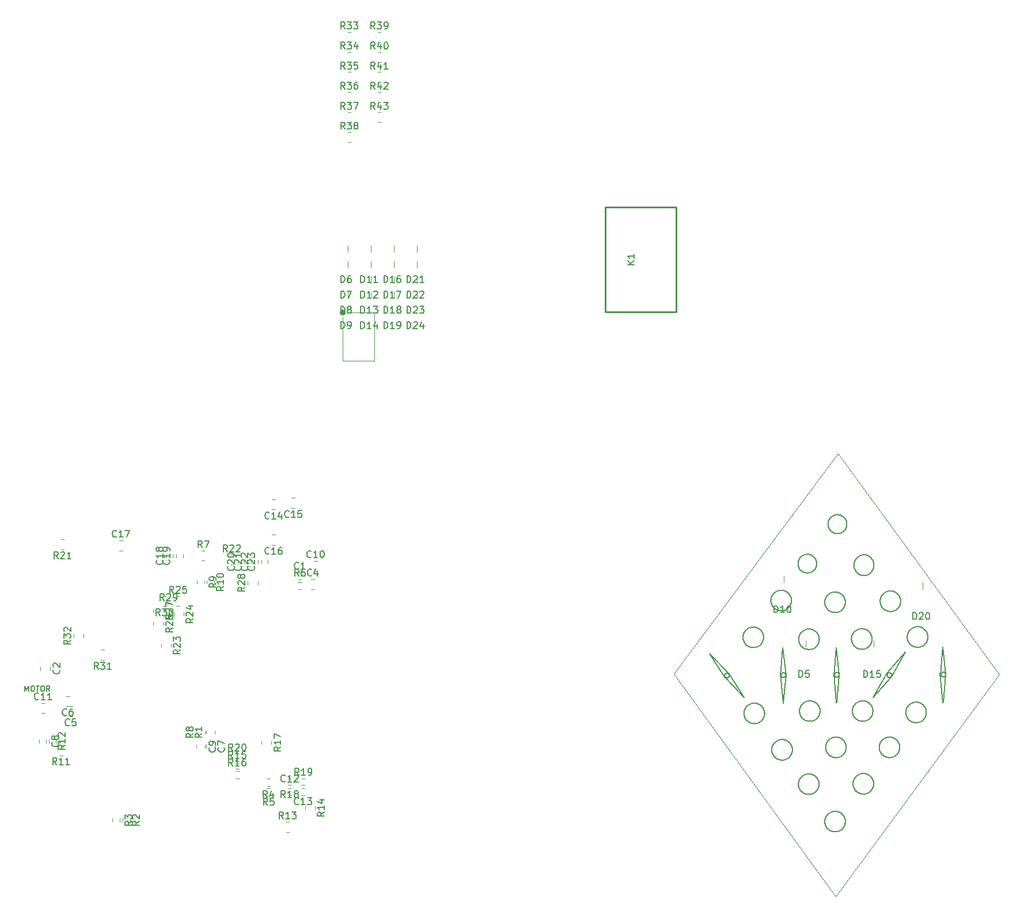
<source format=gbr>
%TF.GenerationSoftware,KiCad,Pcbnew,7.99.0-3193-g96f9f2c658*%
%TF.CreationDate,2023-10-14T12:34:29+01:00*%
%TF.ProjectId,hh2024,68683230-3234-42e6-9b69-6361645f7063,rev?*%
%TF.SameCoordinates,Original*%
%TF.FileFunction,Legend,Top*%
%TF.FilePolarity,Positive*%
%FSLAX46Y46*%
G04 Gerber Fmt 4.6, Leading zero omitted, Abs format (unit mm)*
G04 Created by KiCad (PCBNEW 7.99.0-3193-g96f9f2c658) date 2023-10-14 12:34:29*
%MOMM*%
%LPD*%
G01*
G04 APERTURE LIST*
%ADD10C,0.179916*%
%ADD11C,0.158749*%
%ADD12C,0.171449*%
%ADD13C,0.192616*%
%ADD14C,0.162983*%
%ADD15C,0.100000*%
%ADD16C,0.150000*%
%ADD17C,0.120000*%
%ADD18C,0.254000*%
G04 APERTURE END LIST*
D10*
X129352451Y-114689845D02*
X129362062Y-114765479D01*
X120516281Y-115876861D02*
X120454963Y-115916172D01*
X141194815Y-108666207D02*
X141225081Y-108733152D01*
X131926237Y-107977815D02*
X132000661Y-107991106D01*
X135128606Y-137506578D02*
X135065317Y-137470188D01*
X130186748Y-109393930D02*
X130192585Y-109317179D01*
D11*
X131495916Y-96706920D02*
X131558779Y-96682134D01*
D12*
X135506949Y-105480621D02*
X135439285Y-105456528D01*
D10*
X122917834Y-110477245D02*
X122858581Y-110435109D01*
X134682789Y-137139012D02*
X134637923Y-137081919D01*
X130202195Y-109241545D02*
X130215486Y-109167121D01*
X125409732Y-131106695D02*
X125411698Y-131184466D01*
X118457197Y-125171971D02*
X118490572Y-125106807D01*
X118826317Y-113370475D02*
X118887635Y-113331165D01*
D11*
X133251971Y-98642275D02*
X133218639Y-98700246D01*
D10*
X132885382Y-129758101D02*
X132935423Y-129810587D01*
X130373377Y-130377337D02*
X130397137Y-130307116D01*
D13*
X123819261Y-120375867D02*
X123810342Y-120361954D01*
D10*
X123608295Y-110727549D02*
X123532660Y-110717938D01*
D13*
X139496897Y-119899812D02*
X139510810Y-119890893D01*
D10*
X124212231Y-107780697D02*
X124282452Y-107804457D01*
X132143379Y-143181526D02*
X132071662Y-143201892D01*
D13*
X115458787Y-120191426D02*
X115460967Y-120174266D01*
D10*
X139312912Y-107901823D02*
X139383134Y-107878063D01*
X144723139Y-124667088D02*
X144770640Y-124721924D01*
X131971252Y-132330250D02*
X131894502Y-132336086D01*
X136459014Y-116124512D02*
X136397696Y-116163822D01*
X137077751Y-114493621D02*
X137094626Y-114566739D01*
X134345484Y-136332207D02*
X134339648Y-136255457D01*
X132814773Y-108455537D02*
X132862274Y-108510374D01*
X143981219Y-113084187D02*
X144056854Y-113093797D01*
D13*
X131805654Y-119834851D02*
X131820843Y-119827984D01*
D10*
X143449000Y-116051407D02*
X143377284Y-116031041D01*
X122436678Y-130806769D02*
X122457044Y-130735052D01*
D11*
X133375467Y-98328394D02*
X133356813Y-98394084D01*
D10*
X132145495Y-110915056D02*
X132073778Y-110935422D01*
X127605751Y-126950119D02*
X127534034Y-126929754D01*
D13*
X147847413Y-119871835D02*
X147858767Y-119883743D01*
D10*
X144124083Y-127102844D02*
X144053862Y-127126605D01*
X130910300Y-140445666D02*
X130973589Y-140409276D01*
X144896952Y-124899588D02*
X144933342Y-124962876D01*
X141125050Y-110105082D02*
X141085740Y-110166401D01*
D13*
X124387938Y-119992432D02*
X124396857Y-120006344D01*
D10*
X119164255Y-124464914D02*
X119231200Y-124434649D01*
X142332814Y-114357527D02*
X142346104Y-114283103D01*
X142346104Y-114892263D02*
X142332814Y-114817839D01*
D13*
X116074694Y-120431647D02*
X116064514Y-120444601D01*
D10*
X137094626Y-114566739D02*
X137107917Y-114641163D01*
X141152336Y-131204449D02*
X141131970Y-131276166D01*
X127167372Y-137601335D02*
X127102207Y-137567960D01*
X122884234Y-132303157D02*
X122831748Y-132253116D01*
X138396110Y-131610416D02*
X138359720Y-131547127D01*
D11*
X132573580Y-96706920D02*
X132634900Y-96734642D01*
D12*
X136969734Y-105100669D02*
X136919158Y-105151411D01*
D10*
X119293602Y-116087387D02*
X119221885Y-116067022D01*
X124067396Y-110704647D02*
X123992973Y-110717938D01*
X131463808Y-140244284D02*
X131539443Y-140234673D01*
X121283186Y-126204879D02*
X121262821Y-126276596D01*
D13*
X147869545Y-120332418D02*
X147858767Y-120344860D01*
X116135849Y-120295592D02*
X116132020Y-120312182D01*
X147869545Y-119896185D02*
X147879724Y-119909139D01*
D10*
X127592426Y-134745181D02*
X127668061Y-134735570D01*
X145119202Y-115371348D02*
X145079892Y-115432666D01*
X132832895Y-131945444D02*
X132778058Y-131992945D01*
X124282452Y-110643646D02*
X124212231Y-110667406D01*
X118342405Y-113903294D02*
X118378795Y-113840005D01*
X124054919Y-129680968D02*
X124130554Y-129690579D01*
X141182502Y-130596595D02*
X141192113Y-130672230D01*
X118700774Y-126843346D02*
X118653273Y-126788509D01*
X126379228Y-136688480D02*
X126358863Y-136616763D01*
D13*
X116042383Y-119984019D02*
X116053737Y-119995928D01*
D10*
X119366720Y-116104263D02*
X119293602Y-116087387D01*
D13*
X124121245Y-120526601D02*
X124103599Y-120527048D01*
D10*
X122507864Y-130596200D02*
X122538129Y-130529255D01*
X137243384Y-125716554D02*
X137230094Y-125790978D01*
D13*
X147362480Y-119871835D02*
X147374388Y-119860481D01*
D10*
X124349812Y-132627819D02*
X124278095Y-132648184D01*
X129339161Y-114615421D02*
X129352451Y-114689845D01*
X128163145Y-113439405D02*
X128236263Y-113456280D01*
X132657408Y-110637894D02*
X132600316Y-110682760D01*
X136765662Y-126605090D02*
X136710825Y-126652591D01*
X137060040Y-137081919D02*
X137015175Y-137139012D01*
X138843632Y-132079946D02*
X138784380Y-132037810D01*
X138569923Y-131842916D02*
X138522422Y-131788079D01*
X135471284Y-137641403D02*
X135399567Y-137621038D01*
D13*
X115834976Y-119885358D02*
X115852137Y-119887538D01*
D10*
X141152336Y-130449054D02*
X141169211Y-130522172D01*
X130303547Y-108883435D02*
X130333812Y-108816490D01*
X126739874Y-115936164D02*
X126692373Y-115881327D01*
X126753932Y-137307716D02*
X126703891Y-137255230D01*
X133174560Y-141433589D02*
X133187850Y-141508012D01*
X138763897Y-108252768D02*
X138816384Y-108202727D01*
X120120714Y-116067022D02*
X120048997Y-116087387D01*
X134788171Y-126652591D02*
X134733335Y-126605090D01*
X119083033Y-116016202D02*
X119016088Y-115985937D01*
X126394845Y-115297698D02*
X126377969Y-115224581D01*
X130301429Y-142326432D02*
X130274369Y-142257802D01*
X141336043Y-109166897D02*
X141341879Y-109243647D01*
D14*
X126305403Y-104201815D02*
X126286863Y-104136527D01*
D13*
X147295860Y-120262963D02*
X147288993Y-120247773D01*
D10*
X120190935Y-116043262D02*
X120120714Y-116067022D01*
X142758048Y-115656335D02*
X142708007Y-115603849D01*
X136630196Y-115990010D02*
X136575359Y-116037511D01*
D13*
X147502979Y-119786818D02*
X147519251Y-119782197D01*
D10*
X143084812Y-127102844D02*
X143016181Y-127075784D01*
D14*
X127409855Y-102432704D02*
X127478710Y-102423955D01*
D10*
X129375982Y-126074664D02*
X129345717Y-126141609D01*
X126611525Y-135334831D02*
X126656390Y-135277739D01*
X131367316Y-129383396D02*
X131439033Y-129363031D01*
D13*
X131618381Y-120213042D02*
X131615366Y-120196156D01*
D10*
X129486945Y-125640920D02*
X129477334Y-125716554D01*
X132145495Y-108028347D02*
X132215717Y-108052107D01*
D13*
X123819261Y-119992432D02*
X123828821Y-119978988D01*
D10*
X120326510Y-115985937D02*
X120259565Y-116016202D01*
D13*
X132172431Y-119879338D02*
X132184874Y-119890116D01*
D10*
X127744811Y-134729734D02*
X127822582Y-134727768D01*
X134456995Y-124702735D02*
X134496305Y-124641417D01*
X138619964Y-129758101D02*
X138672451Y-129708060D01*
D12*
X136571349Y-105398400D02*
X136506842Y-105429089D01*
D10*
X119441768Y-127290903D02*
X119370051Y-127270537D01*
D13*
X147810109Y-119839524D02*
X147823063Y-119849703D01*
D10*
X130307398Y-130748980D02*
X130313234Y-130672230D01*
D13*
X123764650Y-120131929D02*
X123767665Y-120115043D01*
X147587302Y-120456756D02*
X147569888Y-120455432D01*
X147946076Y-120079241D02*
X147947400Y-120096655D01*
X131885209Y-119808004D02*
X131902095Y-119804988D01*
D10*
X126654553Y-124766023D02*
X126690944Y-124702735D01*
X143904469Y-113078350D02*
X143981219Y-113084187D01*
D11*
X133102942Y-98862979D02*
X133059432Y-98913208D01*
D10*
X119441143Y-116117553D02*
X119366720Y-116104263D01*
X118460241Y-115527903D02*
X118418106Y-115468651D01*
X144547073Y-115916580D02*
X144481909Y-115949955D01*
D13*
X124172705Y-120520081D02*
X124155819Y-120523097D01*
X139458058Y-120437968D02*
X139446149Y-120426615D01*
D10*
X130734754Y-110637894D02*
X130679917Y-110590393D01*
X139310917Y-132290472D02*
X139239200Y-132270107D01*
X141182502Y-131056908D02*
X141169211Y-131131331D01*
D13*
X139352683Y-120253255D02*
X139349667Y-120236369D01*
D10*
X138208018Y-131131331D02*
X138194728Y-131056908D01*
X132213600Y-143157766D02*
X132143379Y-143181526D01*
X133205415Y-109549472D02*
X133199579Y-109626223D01*
X120924492Y-115468651D02*
X120882357Y-115527903D01*
D14*
X126351668Y-103257148D02*
X126379220Y-103196204D01*
D10*
X120407732Y-127219717D02*
X120339101Y-127246777D01*
D13*
X123802085Y-120020704D02*
X123810342Y-120006344D01*
D12*
X136811305Y-105245071D02*
X136754210Y-105287797D01*
X137185436Y-104811692D02*
X137147557Y-104873869D01*
D13*
X115581800Y-120491083D02*
X115569358Y-120480306D01*
D12*
X134572098Y-103490138D02*
X134598173Y-103420547D01*
D10*
X134730290Y-135161521D02*
X134780331Y-135109035D01*
X132907140Y-110375936D02*
X132862274Y-110433028D01*
X133207382Y-109471701D02*
X133205415Y-109549472D01*
X121262821Y-125377768D02*
X121283186Y-125449485D01*
X144933342Y-126403627D02*
X144896952Y-126466915D01*
D11*
X133218639Y-98700246D02*
X133182632Y-98756411D01*
D13*
X139470500Y-120448746D02*
X139458058Y-120437968D01*
D10*
X124054919Y-132687961D02*
X123978169Y-132693798D01*
X128200280Y-137702786D02*
X128127162Y-137719662D01*
X122282220Y-109528630D02*
X122268930Y-109454207D01*
D14*
X128829159Y-104448488D02*
X128796031Y-104506104D01*
D10*
X122480804Y-131704102D02*
X122457044Y-131633881D01*
D13*
X147330168Y-120319464D02*
X147320608Y-120306020D01*
D10*
X123243180Y-107804457D02*
X123313402Y-107780697D01*
X137177876Y-136898060D02*
X137141486Y-136961349D01*
X125226536Y-108846353D02*
X125243412Y-108919471D01*
D13*
X139510810Y-119890893D02*
X139525169Y-119882637D01*
D10*
X129316470Y-136469222D02*
X129303179Y-136543645D01*
D13*
X124419554Y-120317620D02*
X124412687Y-120332809D01*
D11*
X133182632Y-98756411D02*
X133144037Y-98810684D01*
D10*
X118767064Y-115834726D02*
X118709972Y-115789860D01*
X130301429Y-141149902D02*
X130331695Y-141082958D01*
X128477794Y-137601335D02*
X128410849Y-137631601D01*
X123450983Y-129741111D02*
X123522700Y-129720746D01*
X127270299Y-113527466D02*
X127338930Y-113500406D01*
X140649942Y-131992945D02*
X140592850Y-132037810D01*
X124140514Y-110687772D02*
X124067396Y-110704647D01*
X132986468Y-140954505D02*
X133022858Y-141017793D01*
X128762800Y-116131058D02*
X128703548Y-116173193D01*
X123900398Y-132695764D02*
X123822626Y-132693798D01*
X129265938Y-136688480D02*
X129242178Y-136758701D01*
X118190704Y-114928249D02*
X118177413Y-114853825D01*
X127668061Y-134735570D02*
X127744811Y-134729734D01*
X119901455Y-113129782D02*
X119975879Y-113143073D01*
X124929009Y-110185378D02*
X124881508Y-110240215D01*
X141043605Y-110225653D02*
X140998739Y-110282745D01*
X134356965Y-124898132D02*
X134387230Y-124831188D01*
X141341879Y-109243647D02*
X141343846Y-109321419D01*
X126605372Y-114075019D02*
X126647507Y-114015766D01*
X143522118Y-113107088D02*
X143596542Y-113093797D01*
X130791846Y-108260643D02*
X130851099Y-108218508D01*
X130527772Y-140776842D02*
X130575273Y-140722005D01*
X119975879Y-116104263D02*
X119901455Y-116117553D01*
X126914797Y-126555049D02*
X126864756Y-126502562D01*
X118826317Y-115876861D02*
X118767064Y-115834726D01*
D13*
X147782753Y-120407559D02*
X147768393Y-120415816D01*
D10*
X143307062Y-113168089D02*
X143377284Y-113144329D01*
X138224894Y-131204449D02*
X138208018Y-131131331D01*
X124420033Y-132604059D02*
X124349812Y-132627819D01*
X127013583Y-113666807D02*
X127074902Y-113627497D01*
X135594976Y-126989896D02*
X135519341Y-126980285D01*
X136632646Y-134885181D02*
X136693964Y-134924491D01*
X140677529Y-108068224D02*
X140736782Y-108110360D01*
D13*
X139525169Y-120485661D02*
X139510810Y-120477405D01*
X123885483Y-120448746D02*
X123873041Y-120437968D01*
D10*
X130190467Y-141892689D02*
X130184630Y-141815939D01*
X126311283Y-136239065D02*
X126313250Y-136161294D01*
D14*
X128933360Y-104201815D02*
X128911729Y-104265742D01*
D12*
X135125786Y-102746307D02*
X135184871Y-102706446D01*
D10*
X135519341Y-126980285D02*
X135444918Y-126966995D01*
X125055320Y-110007715D02*
X125016010Y-110069033D01*
X132764732Y-108403051D02*
X132814773Y-108455537D01*
D13*
X147947846Y-120114300D02*
X147947400Y-120131946D01*
D10*
X128432863Y-124043045D02*
X128503084Y-124066806D01*
D13*
X132056283Y-119816453D02*
X132072215Y-119821844D01*
D10*
X131586575Y-132320639D02*
X131512151Y-132307348D01*
D12*
X134529579Y-104400039D02*
X134513318Y-104325897D01*
D10*
X136063447Y-113427964D02*
X136133668Y-113451724D01*
X127074902Y-113627497D02*
X127138190Y-113591106D01*
X138359720Y-130106376D02*
X138396110Y-130043087D01*
D13*
X115636469Y-120527998D02*
X115622110Y-120519742D01*
D10*
X145270053Y-114138269D02*
X145290419Y-114209986D01*
D13*
X132208136Y-119913378D02*
X132218914Y-119925820D01*
D10*
X131246667Y-110915056D02*
X131176445Y-110891296D01*
D12*
X134549203Y-104472761D02*
X134529579Y-104400039D01*
D10*
X129102139Y-126502562D02*
X129052098Y-126555049D01*
X137230094Y-125790978D02*
X137213218Y-125864096D01*
X129115087Y-135455402D02*
X129151477Y-135518691D01*
X142981716Y-113334490D02*
X143043034Y-113295180D01*
D13*
X123810342Y-120361954D02*
X123802085Y-120347595D01*
D12*
X141991548Y-116831351D02*
X139982832Y-120412750D01*
D13*
X139379530Y-120035489D02*
X139387102Y-120020704D01*
X139893776Y-119909373D02*
X139906730Y-119919552D01*
D10*
X131228465Y-132219287D02*
X131161520Y-132189022D01*
X131662209Y-132330250D02*
X131586575Y-132320639D01*
X124607799Y-110477245D02*
X124546481Y-110516555D01*
X125125086Y-109879262D02*
X125091710Y-109944426D01*
D13*
X115764857Y-120567614D02*
X115747696Y-120565434D01*
D10*
X129151477Y-136959441D02*
X129115087Y-137022730D01*
D12*
X137350418Y-104400039D02*
X137330794Y-104472761D01*
D10*
X145336032Y-114509912D02*
X145337998Y-114587683D01*
D12*
X135184871Y-105327658D02*
X135125786Y-105287797D01*
D10*
X126753932Y-135170416D02*
X126806419Y-135120375D01*
D13*
X116101430Y-120389932D02*
X116093173Y-120404291D01*
D10*
X122689340Y-130280231D02*
X122734206Y-130223139D01*
D13*
X123761145Y-120166504D02*
X123762469Y-120149090D01*
D10*
X134285138Y-114150943D02*
X134321528Y-114087654D01*
D14*
X128933360Y-103383554D02*
X128951899Y-103448842D01*
D10*
X140208251Y-129407156D02*
X140276881Y-129434216D01*
X119825821Y-113120171D02*
X119901455Y-113129782D01*
X144610362Y-113295180D02*
X144671680Y-113334490D01*
D13*
X124431084Y-120286116D02*
X124425693Y-120302049D01*
D12*
X135791103Y-102492497D02*
X135865058Y-102486579D01*
D13*
X139404278Y-120375867D02*
X139395359Y-120361954D01*
D10*
X131616193Y-140228837D02*
X131693965Y-140226871D01*
X121063833Y-115211935D02*
X121033568Y-115278880D01*
D13*
X147604948Y-119771402D02*
X147622593Y-119771848D01*
D10*
X126739874Y-113903837D02*
X126789915Y-113851350D01*
X127518003Y-137719662D02*
X127444885Y-137702786D01*
X136127195Y-126950119D02*
X136054077Y-126966995D01*
X124349812Y-129741111D02*
X124420033Y-129764871D01*
X128127162Y-137719662D02*
X128052739Y-137732953D01*
X124278095Y-132648184D02*
X124204977Y-132665060D01*
D12*
X136014936Y-102486579D02*
X136088892Y-102492497D01*
D10*
X124684062Y-132476969D02*
X124620773Y-132513359D01*
X138329050Y-109475940D02*
X138323214Y-109399190D01*
X122400547Y-109879262D02*
X122370281Y-109812317D01*
D13*
X131689717Y-120362051D02*
X131679537Y-120349097D01*
X139470500Y-119919552D02*
X139483454Y-119909373D01*
X147947400Y-120096655D02*
X147947846Y-120114300D01*
D10*
X122831748Y-132253116D02*
X122781707Y-132200629D01*
X126918348Y-135028009D02*
X126977601Y-134985873D01*
X121090893Y-114104034D02*
X121114653Y-114174255D01*
D11*
X130657595Y-97840899D02*
X130666398Y-97771620D01*
D10*
X127138466Y-126739592D02*
X127079213Y-126697457D01*
X126861256Y-137405258D02*
X126806419Y-137357757D01*
X122858581Y-110435109D02*
X122801489Y-110390244D01*
X141275901Y-109770833D02*
X141252141Y-109841054D01*
D13*
X139413838Y-119978988D02*
X139424018Y-119966034D01*
D10*
X144966717Y-126338462D02*
X144933342Y-126403627D01*
X124804633Y-132395523D02*
X124745380Y-132437659D01*
X134887654Y-137343877D02*
X134832817Y-137296376D01*
X143155033Y-127126605D02*
X143084812Y-127102844D01*
X118355746Y-125449485D02*
X118376111Y-125377768D01*
X142351253Y-124838269D02*
X142393389Y-124779017D01*
X119664944Y-127330680D02*
X119589310Y-127321069D01*
X144996982Y-125094986D02*
X145024043Y-125163616D01*
D13*
X124103599Y-119841250D02*
X124121245Y-119841697D01*
X123762469Y-120219208D02*
X123761145Y-120201794D01*
D10*
X121262821Y-126276596D02*
X121239060Y-126346818D01*
X126474114Y-125408627D02*
X126479950Y-125331877D01*
X132655291Y-142904361D02*
X132598199Y-142949227D01*
X127234316Y-137631601D02*
X127167372Y-137601335D01*
X138727287Y-131992945D02*
X138672451Y-131945444D01*
D13*
X147782753Y-119821045D02*
X147796665Y-119829964D01*
X147879724Y-119909139D02*
X147889285Y-119922583D01*
D10*
X134251763Y-114216107D02*
X134285138Y-114150943D01*
X118399871Y-126346818D02*
X118376111Y-126276596D01*
X134652706Y-113705126D02*
X134709798Y-113660260D01*
D11*
X133013596Y-97003587D02*
X133059432Y-97051663D01*
D13*
X147796665Y-119829964D02*
X147810109Y-119839524D01*
X115730810Y-120562418D02*
X115714220Y-120558589D01*
D10*
X126540093Y-125036984D02*
X126563853Y-124966763D01*
X129339161Y-115224581D02*
X129322285Y-115297698D01*
X122689340Y-132088700D02*
X122647205Y-132029448D01*
X134832817Y-137296376D02*
X134780331Y-137246335D01*
X140899674Y-129922516D02*
X140941809Y-129981769D01*
D13*
X131868619Y-119811833D02*
X131885209Y-119808004D01*
D10*
X127338930Y-116339594D02*
X127270299Y-116312534D01*
X125229292Y-130464091D02*
X125262668Y-130529255D01*
X139383134Y-110764773D02*
X139312912Y-110741013D01*
D13*
X116018032Y-119961888D02*
X116030474Y-119972666D01*
D10*
X127203355Y-116282269D02*
X127138190Y-116248894D01*
X131096356Y-132155646D02*
X131033067Y-132119256D01*
X131618310Y-107962368D02*
X131696081Y-107960402D01*
X141169211Y-131131331D02*
X141152336Y-131204449D01*
X141194815Y-109976630D02*
X141161440Y-110041794D01*
X122268930Y-108993895D02*
X122282220Y-108919471D01*
X126590913Y-126074664D02*
X126563853Y-126006034D01*
X135694460Y-137681180D02*
X135618826Y-137671570D01*
X130527772Y-142699494D02*
X130482906Y-142642402D01*
X134944747Y-134966627D02*
X135003999Y-134924491D01*
X141326432Y-109551575D02*
X141313141Y-109625998D01*
X132860157Y-142699494D02*
X132812656Y-142754331D01*
D13*
X115963363Y-119924973D02*
X115977722Y-119933230D01*
D10*
X118915231Y-127038241D02*
X118858139Y-126993375D01*
D12*
X134627336Y-104681440D02*
X134598173Y-104613557D01*
D10*
X118310132Y-125904953D02*
X118308166Y-125827182D01*
X134733335Y-126605090D02*
X134680848Y-126555049D01*
D13*
X131790869Y-119842423D02*
X131805654Y-119834851D01*
D10*
X132071662Y-140274450D02*
X132143379Y-140294815D01*
D13*
X124321716Y-119919552D02*
X124334158Y-119930330D01*
X147906460Y-119950855D02*
X147914033Y-119965640D01*
D10*
X122470312Y-110007715D02*
X122433922Y-109944426D01*
X135918613Y-116351913D02*
X135844189Y-116365204D01*
X130482906Y-140833934D02*
X130527772Y-140776842D01*
X118950924Y-115952562D02*
X118887635Y-115916172D01*
X142311943Y-126466915D02*
X142275553Y-126403627D01*
D13*
X139837275Y-120493234D02*
X139822086Y-120500101D01*
D11*
X131316938Y-96798545D02*
X131374908Y-96765213D01*
D10*
X138435421Y-131671734D02*
X138396110Y-131610416D01*
X145337998Y-114587683D02*
X145336032Y-114665454D01*
X138477556Y-129922516D02*
X138522422Y-129865424D01*
X138368827Y-109699116D02*
X138351952Y-109625998D01*
X132213600Y-140318576D02*
X132282231Y-140345636D01*
X136780224Y-113909991D02*
X136825090Y-113967083D01*
X130855404Y-131992945D02*
X130800567Y-131945444D01*
X128642230Y-116212503D02*
X128578941Y-116248894D01*
X126647507Y-114015766D02*
X126692373Y-113958674D01*
X123245187Y-129822196D02*
X123312132Y-129791931D01*
D14*
X126963578Y-102582907D02*
X127022901Y-102552524D01*
D13*
X132006535Y-119804988D02*
X132023421Y-119808004D01*
D10*
X133236326Y-130307116D02*
X133260086Y-130377337D01*
D13*
X139981871Y-120006344D02*
X139990127Y-120020704D01*
D10*
X139688615Y-132338052D02*
X139610844Y-132336086D01*
X145290419Y-114209986D02*
X145307294Y-114283103D01*
D11*
X131154204Y-99050629D02*
X131103975Y-99007120D01*
D14*
X126409604Y-103136881D02*
X126442732Y-103079265D01*
D10*
X132949275Y-108626719D02*
X132988585Y-108688037D01*
X134730290Y-137193848D02*
X134682789Y-137139012D01*
D12*
X136233485Y-105518384D02*
X136161772Y-105531860D01*
D10*
X142317367Y-114509912D02*
X142323203Y-114433161D01*
X140472279Y-132119256D02*
X140408990Y-132155646D01*
X120835630Y-126945874D02*
X120780793Y-126993375D01*
X135025767Y-113478784D02*
X135094397Y-113451724D01*
X142434165Y-115175950D02*
X142407105Y-115107319D01*
D13*
X139395359Y-120361954D02*
X139387102Y-120347595D01*
X147471475Y-120430255D02*
X147456286Y-120423388D01*
D14*
X128544461Y-102774268D02*
X128592242Y-102819824D01*
D10*
X133159802Y-109094004D02*
X133176677Y-109167121D01*
D13*
X139387102Y-120020704D02*
X139395359Y-120006344D01*
D14*
X128592242Y-102819824D02*
X128637798Y-102867605D01*
D10*
X123685045Y-107714718D02*
X123762817Y-107712752D01*
X132266145Y-132270107D02*
X132194428Y-132290472D01*
X136594480Y-126739592D02*
X136533162Y-126778903D01*
X121328799Y-125904953D02*
X121322963Y-125981704D01*
X130403578Y-108688037D02*
X130442888Y-108626719D01*
X127395182Y-124093866D02*
X127463813Y-124066806D01*
D13*
X147879724Y-120319464D02*
X147869545Y-120332418D01*
D10*
X136967674Y-137193848D02*
X136917632Y-137246335D01*
X132000661Y-110952297D02*
X131926237Y-110965588D01*
X144788025Y-115753878D02*
X144730933Y-115798744D01*
X128944775Y-124320207D02*
X128999612Y-124367708D01*
D11*
X130712683Y-97570787D02*
X130734447Y-97506467D01*
D10*
X123458237Y-110704647D02*
X123385119Y-110687772D01*
D11*
X133411902Y-98123972D02*
X133403098Y-98193251D01*
D13*
X139636395Y-119845201D02*
X139653556Y-119843021D01*
D10*
X124745380Y-129931272D02*
X124804633Y-129973408D01*
X126502852Y-125181819D02*
X126519727Y-125108701D01*
D13*
X124121245Y-119841697D02*
X124138659Y-119843021D01*
D10*
X135025767Y-116263852D02*
X134958822Y-116233587D01*
X137142033Y-124898132D02*
X137169093Y-124966763D01*
D11*
X130734447Y-97506467D02*
X130759233Y-97443603D01*
D13*
X139434795Y-120414706D02*
X139424018Y-120402264D01*
D10*
X121300062Y-126131762D02*
X121283186Y-126204879D01*
D13*
X124435705Y-120269844D02*
X124431084Y-120286116D01*
D10*
X129251100Y-115508267D02*
X129220834Y-115575212D01*
X132349175Y-143100440D02*
X132282231Y-143130705D01*
X133086498Y-141149902D02*
X133113559Y-141218533D01*
D13*
X139586648Y-119856667D02*
X139602919Y-119852046D01*
D10*
X124420033Y-129764871D02*
X124488664Y-129791931D01*
X140472279Y-129534247D02*
X140533597Y-129573557D01*
X125066591Y-130223139D02*
X125111456Y-130280231D01*
X121330766Y-125827182D02*
X121328799Y-125904953D01*
D14*
X126442732Y-104506104D02*
X126409604Y-104448488D01*
D10*
X128200280Y-134775347D02*
X128271997Y-134795713D01*
X118426931Y-125238916D02*
X118457197Y-125171971D01*
X128783910Y-135072874D02*
X128838747Y-135120375D01*
D12*
X137330794Y-104472761D02*
X137307899Y-104543965D01*
D10*
X125111456Y-132088700D02*
X125066591Y-132145793D01*
X145037756Y-113683448D02*
X145079892Y-113742701D01*
X130200078Y-141508012D02*
X130213368Y-141433589D01*
X126319086Y-136084544D02*
X126328697Y-136008909D01*
X131539443Y-143241669D02*
X131463808Y-143232058D01*
X118750815Y-124758533D02*
X118803302Y-124708492D01*
D13*
X147413228Y-120398640D02*
X147399784Y-120389080D01*
X147810109Y-120389080D02*
X147796665Y-120398640D01*
D10*
X135094287Y-126848668D02*
X135029123Y-126815293D01*
X134538441Y-124582164D02*
X134583306Y-124525072D01*
X129069623Y-114015766D02*
X129111759Y-114075019D01*
X126415210Y-114470587D02*
X126438970Y-114400365D01*
X122509622Y-108379069D02*
X122551758Y-108319816D01*
X126817255Y-126447726D02*
X126772390Y-126390633D01*
X145188968Y-115242895D02*
X145155593Y-115308059D01*
X135329346Y-137597278D02*
X135260715Y-137570218D01*
X130529889Y-108510374D02*
X130577390Y-108455537D01*
X128783910Y-137405258D02*
X128726818Y-137450124D01*
X142100949Y-125528730D02*
X142110560Y-125453096D01*
X129242178Y-136758701D02*
X129215118Y-136827332D01*
X139534093Y-129323254D02*
X139610844Y-129317417D01*
X138871221Y-108155226D02*
X138928313Y-108110360D01*
X124607799Y-107970858D02*
X124667051Y-108012993D01*
D13*
X123985699Y-120506241D02*
X123970128Y-120500101D01*
D10*
X134595788Y-135332703D02*
X134637923Y-135273450D01*
X131816731Y-132338052D02*
X131738959Y-132336086D01*
X132121310Y-132307348D02*
X132046887Y-132320639D01*
D13*
X131645228Y-119995274D02*
X131652801Y-119980489D01*
D10*
X135844189Y-116365204D02*
X135768555Y-116374814D01*
D13*
X131736199Y-120408533D02*
X131723757Y-120397755D01*
X124439534Y-120115043D02*
X124442550Y-120131929D01*
D10*
X138503653Y-108601043D02*
X138540043Y-108537754D01*
X135236335Y-113407598D02*
X135309453Y-113390723D01*
X139754777Y-107812084D02*
X139832548Y-107810118D01*
X137358316Y-136255457D02*
X137352480Y-136332207D01*
X142660507Y-115549012D02*
X142615641Y-115491919D01*
X136133668Y-116290912D02*
X136063447Y-116314672D01*
D12*
X137281825Y-104613557D02*
X137252661Y-104681440D01*
D10*
X129075777Y-137084048D02*
X129033641Y-137143301D01*
X134402974Y-115775554D02*
X134360839Y-115716301D01*
X128578941Y-116248894D02*
X128513777Y-116282269D01*
X144259659Y-127045519D02*
X144192714Y-127075784D01*
X135991730Y-113407598D02*
X136063447Y-113427964D01*
D13*
X147272842Y-120028605D02*
X147277462Y-120012333D01*
X124103599Y-120527048D02*
X124085954Y-120526601D01*
D10*
X132046887Y-129332865D02*
X132121310Y-129346155D01*
X123670242Y-129690579D02*
X123745876Y-129680968D01*
D14*
X126744224Y-104854344D02*
X126694302Y-104811101D01*
D13*
X116122009Y-120344386D02*
X116115869Y-120359957D01*
D10*
X135471284Y-134713965D02*
X135544402Y-134697089D01*
D11*
X130759233Y-97443603D02*
X130786955Y-97382284D01*
D13*
X147282853Y-120232202D02*
X147277462Y-120216269D01*
D10*
X142184852Y-125163616D02*
X142211912Y-125094986D01*
D13*
X116018032Y-120491083D02*
X116005079Y-120501263D01*
D10*
X132982924Y-129865424D02*
X133027789Y-129922516D01*
D13*
X147311689Y-119936495D02*
X147320608Y-119922583D01*
D10*
X126977601Y-137492260D02*
X126918348Y-137450124D01*
D11*
X130886864Y-97208460D02*
X130925459Y-97154187D01*
D10*
X136003503Y-134674187D02*
X136079138Y-134683798D01*
D13*
X132247573Y-119966130D02*
X132255830Y-119980489D01*
D12*
X134598173Y-104613557D02*
X134572098Y-104543965D01*
D10*
X131848486Y-143241669D02*
X131771736Y-143247505D01*
D13*
X147386830Y-120378900D02*
X147374388Y-120368123D01*
D10*
X136334408Y-113542424D02*
X136397696Y-113578814D01*
D13*
X132132121Y-120437192D02*
X132117761Y-120445448D01*
X147269013Y-120183407D02*
X147265997Y-120166521D01*
D10*
X124861725Y-132350658D02*
X124804633Y-132395523D01*
X135094287Y-124124131D02*
X135161232Y-124093866D01*
X132710128Y-140619478D02*
X132762615Y-140669519D01*
D11*
X132694588Y-99199658D02*
X132634900Y-99230229D01*
D10*
X136710825Y-124320207D02*
X136765662Y-124367708D01*
X140487759Y-107959149D02*
X140552923Y-107992524D01*
X130442888Y-110316683D02*
X130403578Y-110255365D01*
X120049622Y-124333298D02*
X120124046Y-124346588D01*
X131161520Y-132189022D02*
X131096356Y-132155646D01*
D14*
X128592242Y-104765546D02*
X128544461Y-104811101D01*
X126963578Y-105002462D02*
X126905962Y-104969334D01*
D10*
X130912417Y-110764205D02*
X130851099Y-110724895D01*
D13*
X139636395Y-120523097D02*
X139619509Y-120520081D01*
D10*
X122781707Y-130168302D02*
X122831748Y-130115816D01*
X130322845Y-130596595D02*
X130336136Y-130522172D01*
X118460241Y-113719434D02*
X118505107Y-113662342D01*
X127900354Y-134729734D02*
X127977104Y-134735570D01*
X126605372Y-115764983D02*
X126566061Y-115703664D01*
X137077751Y-115249017D02*
X137057386Y-115320734D01*
X126341988Y-136543645D02*
X126328697Y-136469222D01*
D13*
X147330168Y-119909139D02*
X147340348Y-119896185D01*
D14*
X126796199Y-104895188D02*
X126744224Y-104854344D01*
D10*
X143449000Y-113123964D02*
X143522118Y-113107088D01*
X141296266Y-108943721D02*
X141313141Y-109016839D01*
X143909027Y-127163845D02*
X143834603Y-127177136D01*
X136504193Y-134815415D02*
X136569357Y-134848791D01*
X128271997Y-134795713D02*
X128342218Y-134819473D01*
D14*
X127022901Y-102552524D02*
X127083845Y-102524971D01*
D10*
X125266313Y-109378572D02*
X125256702Y-109454207D01*
X132988585Y-110255365D02*
X132949275Y-110316683D01*
D13*
X115498402Y-120389932D02*
X115490830Y-120375146D01*
D10*
X119370051Y-124383829D02*
X119441768Y-124363464D01*
X137057386Y-114421904D02*
X137077751Y-114493621D01*
X119441143Y-113129782D02*
X119516778Y-113120171D01*
X137312703Y-135799988D02*
X137329578Y-135873106D01*
D13*
X147835505Y-120368123D02*
X147823063Y-120378900D01*
D10*
X123042441Y-110552946D02*
X122979152Y-110516555D01*
X137169093Y-126006034D02*
X137142033Y-126074664D01*
X143238432Y-115980221D02*
X143171487Y-115949955D01*
X139832548Y-110832718D02*
X139754777Y-110830751D01*
X134339648Y-136255457D02*
X134337681Y-136177685D01*
D13*
X147937051Y-120199997D02*
X147932430Y-120216269D01*
D11*
X131963512Y-99364934D02*
X131893211Y-99359589D01*
D10*
X132541063Y-108218508D02*
X132600316Y-108260643D01*
X129303179Y-136543645D02*
X129286303Y-136616763D01*
X129286303Y-135861368D02*
X129303179Y-135934486D01*
D12*
X136695124Y-105327658D02*
X136634140Y-105364558D01*
D10*
X138727287Y-129660559D02*
X138784380Y-129615693D01*
X130353011Y-131204449D02*
X130336136Y-131131331D01*
X136653733Y-126697457D02*
X136594480Y-126739592D01*
X128703548Y-116173193D02*
X128642230Y-116212503D01*
X118308166Y-125827182D02*
X118310132Y-125749411D01*
X139168979Y-132246347D02*
X139100349Y-132219287D01*
D12*
X137185436Y-103222412D02*
X137220501Y-103286587D01*
D13*
X115991635Y-120510823D02*
X115977722Y-120519742D01*
D10*
X134630807Y-126502562D02*
X134583306Y-126447726D01*
X138351952Y-109625998D02*
X138338661Y-109551575D01*
X134368385Y-136482265D02*
X134355095Y-136407841D01*
X128767112Y-126778903D02*
X128703823Y-126815293D01*
D12*
X135865058Y-105547524D02*
X135791103Y-105541606D01*
D10*
X145113782Y-125605481D02*
X145115748Y-125683252D01*
D13*
X147889285Y-120306020D02*
X147879724Y-120319464D01*
D10*
X129184852Y-136894277D02*
X129151477Y-136959441D01*
X118278765Y-114035403D02*
X118309030Y-113968458D01*
X130487837Y-130106376D02*
X130524227Y-130043087D01*
X131105698Y-140345636D02*
X131174329Y-140318576D01*
X135371800Y-124022680D02*
X135444918Y-124005805D01*
X142351253Y-126528233D02*
X142311943Y-126466915D01*
X137006565Y-115459585D02*
X136976300Y-115526530D01*
X123745876Y-129680968D02*
X123822626Y-129675132D01*
X134221498Y-114283052D02*
X134251763Y-114216107D01*
X137211252Y-136832896D02*
X137177876Y-136898060D01*
X132282231Y-140345636D02*
X132349175Y-140375901D01*
D13*
X116141045Y-120261545D02*
X116138865Y-120278706D01*
X131638362Y-120277407D02*
X131632222Y-120261836D01*
D10*
X134360839Y-114026336D02*
X134402974Y-113967083D01*
D13*
X147552727Y-119775353D02*
X147569888Y-119773172D01*
D10*
X135827269Y-126995732D02*
X135749497Y-126997699D01*
X123762817Y-107712752D02*
X123840588Y-107714718D01*
X127373168Y-134795713D02*
X127444885Y-134775347D01*
X132416456Y-108142807D02*
X132479745Y-108179198D01*
D13*
X139972952Y-120375867D02*
X139963391Y-120389310D01*
D10*
X135094397Y-116290912D02*
X135025767Y-116263852D01*
D13*
X123849779Y-120414706D02*
X123839001Y-120402264D01*
D10*
X120339101Y-124407589D02*
X120407732Y-124434649D01*
X127409151Y-113476646D02*
X127480868Y-113456280D01*
D14*
X128979362Y-103583159D02*
X128988111Y-103652014D01*
D10*
X137142033Y-126074664D02*
X137111767Y-126141609D01*
X121180632Y-114545898D02*
X121182598Y-114623669D01*
D13*
X123839001Y-119966034D02*
X123849779Y-119953592D01*
X123760699Y-120184149D02*
X123761145Y-120166504D01*
D10*
X133113559Y-142257802D02*
X133086498Y-142326432D01*
X126438970Y-114400365D02*
X126466031Y-114331735D01*
X129151069Y-115703664D02*
X129111759Y-115764983D01*
D13*
X147487047Y-119792209D02*
X147502979Y-119786818D01*
D10*
X120391674Y-113294775D02*
X120454963Y-113331165D01*
D13*
X132293265Y-120196156D02*
X132290250Y-120213042D01*
D10*
X140807307Y-129810587D02*
X140854808Y-129865424D01*
X132215717Y-108052107D02*
X132284347Y-108079167D01*
X127936337Y-113410667D02*
X128013087Y-113416503D01*
X120963803Y-113840005D02*
X121000193Y-113903294D01*
X142497805Y-113867308D02*
X142534195Y-113804019D01*
X124881508Y-108207887D02*
X124929009Y-108262724D01*
X130734754Y-108305509D02*
X130791846Y-108260643D01*
X126479950Y-125331877D02*
X126489561Y-125256242D01*
D12*
X134816272Y-104991843D02*
X134773041Y-104933951D01*
D10*
X138904951Y-132119256D02*
X138843632Y-132079946D01*
X138816384Y-108202727D02*
X138871221Y-108155226D01*
X138435421Y-129981769D02*
X138477556Y-129922516D01*
X136818148Y-124417749D02*
X136868189Y-124470235D01*
X129464043Y-125790978D02*
X129447168Y-125864096D01*
X131926237Y-110965588D02*
X131850603Y-110975199D01*
X135926753Y-137687017D02*
X135848982Y-137688983D01*
X129236641Y-126331381D02*
X129194506Y-126390633D01*
D11*
X132634900Y-99230229D02*
X132573580Y-99257951D01*
D10*
X133113559Y-141218533D02*
X133137319Y-141288754D01*
D13*
X147906460Y-120277748D02*
X147898204Y-120292108D01*
D10*
X130440770Y-142583149D02*
X130401460Y-142521831D01*
X123107605Y-110586321D02*
X123042441Y-110552946D01*
X128410849Y-137631601D02*
X128342218Y-137658661D01*
X130232362Y-109094004D02*
X130252727Y-109022287D01*
X142383345Y-115037098D02*
X142362980Y-114965381D01*
D13*
X123762469Y-120149090D02*
X123764650Y-120131929D01*
X131622210Y-120229631D02*
X131618381Y-120213042D01*
D10*
X127592426Y-137732953D02*
X127518003Y-137719662D01*
X120924492Y-113778687D02*
X120963803Y-113840005D01*
X137169093Y-124966763D02*
X137192853Y-125036984D01*
X127199784Y-126778903D02*
X127138466Y-126739592D01*
X131541559Y-107968204D02*
X131618310Y-107962368D01*
D13*
X115490830Y-120375146D02*
X115483963Y-120359957D01*
D10*
X121090893Y-115143305D02*
X121063833Y-115211935D01*
X120789990Y-113607505D02*
X120837491Y-113662342D01*
X140854808Y-131788079D02*
X140807307Y-131842916D01*
X125155351Y-109812317D02*
X125125086Y-109879262D01*
D12*
X137379486Y-104250431D02*
X137366679Y-104325897D01*
D10*
X132720966Y-132037810D02*
X132661713Y-132079946D01*
D13*
X124446054Y-120201794D02*
X124444730Y-120219208D01*
D10*
X132284347Y-108079167D02*
X132351292Y-108109432D01*
D11*
X132862997Y-96873147D02*
X132915292Y-96914242D01*
X133403098Y-98193251D02*
X133390924Y-98261420D01*
D10*
X130367187Y-108751326D02*
X130403578Y-108688037D01*
X118167802Y-114778191D02*
X118161966Y-114701441D01*
D13*
X139539955Y-119875064D02*
X139555144Y-119868197D01*
D14*
X127478710Y-105161415D02*
X127409855Y-105152665D01*
D10*
X126328697Y-136469222D02*
X126319086Y-136393587D01*
X144610362Y-115880190D02*
X144547073Y-115916580D01*
D13*
X147519251Y-120446407D02*
X147502979Y-120441786D01*
X131776509Y-119850680D02*
X131790869Y-119842423D01*
D14*
X128760244Y-103023443D02*
X128796031Y-103079265D01*
D12*
X113245099Y-117062067D02*
X116102600Y-120008469D01*
D13*
X147657168Y-119775353D02*
X147674054Y-119778368D01*
D10*
X119897237Y-127336516D02*
X119819466Y-127338483D01*
X129069623Y-115824235D02*
X129024758Y-115881327D01*
X120664448Y-127080376D02*
X120603130Y-127119686D01*
X127328237Y-126848668D02*
X127263073Y-126815293D01*
X142110560Y-125453096D02*
X142123851Y-125378672D01*
X135399567Y-137621038D02*
X135329346Y-137597278D01*
X136569357Y-137506578D02*
X136504193Y-137539953D01*
X119589310Y-124333298D02*
X119664944Y-124323687D01*
X145336032Y-114665454D02*
X145330196Y-114742205D01*
X119516778Y-116127164D02*
X119441143Y-116117553D01*
X126415210Y-115369415D02*
X126394845Y-115297698D01*
D13*
X147441500Y-120415816D02*
X147427141Y-120407559D01*
D10*
X119293602Y-113159948D02*
X119366720Y-113143073D01*
X128013087Y-113416503D02*
X128088722Y-113426114D01*
D12*
X135245855Y-102669546D02*
X135308646Y-102635703D01*
D10*
X135844189Y-113377432D02*
X135918613Y-113390723D01*
X139678026Y-107817921D02*
X139754777Y-107812084D01*
X121212000Y-126415448D02*
X121181735Y-126482393D01*
X139454850Y-107857698D02*
X139527968Y-107840822D01*
X128838747Y-137357757D02*
X128783910Y-137405258D01*
X131696081Y-107960402D02*
X131773852Y-107962368D01*
X134360839Y-115716301D02*
X134321528Y-115654983D01*
D13*
X131902095Y-120482884D02*
X131885209Y-120479868D01*
D10*
X137241517Y-136765951D02*
X137211252Y-136832896D01*
X126430049Y-135650800D02*
X126460314Y-135583855D01*
X130202195Y-109701857D02*
X130192585Y-109626223D01*
D13*
X139458058Y-119930330D02*
X139470500Y-119919552D01*
D10*
X141161440Y-108601043D02*
X141194815Y-108666207D01*
X137141486Y-135394021D02*
X137177876Y-135457310D01*
X126313250Y-136316837D02*
X126311283Y-136239065D01*
X121111970Y-125043519D02*
X121148360Y-125106807D01*
X133174560Y-142042746D02*
X133157684Y-142115864D01*
X138269020Y-131346387D02*
X138245259Y-131276166D01*
X132655291Y-140571977D02*
X132710128Y-140619478D01*
D11*
X131893211Y-99359589D02*
X131823933Y-99350785D01*
D10*
X127983448Y-126997699D02*
X127905677Y-126995732D01*
X141225081Y-109909685D02*
X141194815Y-109976630D01*
D13*
X131613185Y-120178995D02*
X131611861Y-120161581D01*
D10*
X136226679Y-137641403D02*
X136153561Y-137658279D01*
X129367898Y-114997772D02*
X129362062Y-115074523D01*
X136133668Y-113451724D02*
X136202299Y-113478784D01*
X137192853Y-125036984D02*
X137213218Y-125108701D01*
D14*
X128275185Y-105002462D02*
X128215862Y-105032846D01*
D10*
X122551758Y-110128286D02*
X122509622Y-110069033D01*
X139602392Y-110815304D02*
X139527968Y-110802014D01*
X122370281Y-108635785D02*
X122400547Y-108568840D01*
D13*
X140029743Y-120149090D02*
X140031067Y-120166504D01*
D10*
X134556477Y-136961349D02*
X134520087Y-136898060D01*
X121165185Y-114393513D02*
X121174796Y-114469148D01*
D13*
X124001632Y-120511632D02*
X123985699Y-120506241D01*
D10*
X134583306Y-124525072D02*
X134630807Y-124470235D01*
X125111456Y-130280231D02*
X125153592Y-130339484D01*
X136337764Y-126878933D02*
X136269133Y-126905993D01*
D13*
X115834976Y-120567614D02*
X115817562Y-120568938D01*
D10*
X138569923Y-129810587D02*
X138619964Y-129758101D01*
X118700774Y-124811019D02*
X118750815Y-124758533D01*
X123380762Y-132604059D02*
X123312132Y-132576999D01*
D13*
X140027562Y-120131929D02*
X140029743Y-120149090D01*
D10*
X135768555Y-113367821D02*
X135844189Y-113377432D01*
X132949275Y-110316683D02*
X132907140Y-110375936D01*
D12*
X137063724Y-104991843D02*
X137017953Y-105047448D01*
D10*
X122647205Y-132029448D02*
X122607894Y-131968130D01*
D13*
X116074694Y-120021323D02*
X116084254Y-120034767D01*
D10*
X128378201Y-116339594D02*
X128307980Y-116363354D01*
D11*
X132245564Y-99350785D02*
X132176285Y-99359589D01*
D10*
X123670242Y-132678351D02*
X123595818Y-132665060D01*
X143084812Y-124263657D02*
X143155033Y-124239896D01*
X136825090Y-115775554D02*
X136780224Y-115832646D01*
X121151894Y-114928249D02*
X121135019Y-115001367D01*
X120575534Y-115834726D02*
X120516281Y-115876861D01*
D15*
X132081315Y-87559969D02*
X108000000Y-120000000D01*
D10*
X122400547Y-108568840D02*
X122433922Y-108503676D01*
X124555609Y-129822196D02*
X124620773Y-129855572D01*
X118315969Y-125981704D02*
X118310132Y-125904953D01*
D13*
X147288993Y-119980829D02*
X147295860Y-119965640D01*
X124001632Y-119856667D02*
X124017903Y-119852046D01*
X116127400Y-120124518D02*
X116132020Y-120140790D01*
X115460967Y-120174266D02*
X115463983Y-120157379D01*
D10*
X118325580Y-125597026D02*
X118338870Y-125522602D01*
D13*
X147738419Y-120430255D02*
X147722848Y-120436395D01*
X124334158Y-119930330D02*
X124346067Y-119941683D01*
D10*
X123532660Y-107730165D02*
X123608295Y-107720554D01*
X128378201Y-113500406D02*
X128446832Y-113527466D01*
D12*
X137147557Y-104873869D02*
X137106956Y-104933951D01*
D14*
X126250651Y-103652014D02*
X126259401Y-103583159D01*
D10*
X121182598Y-114623669D02*
X121180632Y-114701441D01*
X139177337Y-107959149D02*
X139244282Y-107928884D01*
X119151664Y-116043262D02*
X119083033Y-116016202D01*
D14*
X128681041Y-102917527D02*
X128721885Y-102969502D01*
D10*
X134893657Y-113542424D02*
X134958822Y-113509049D01*
D13*
X139619509Y-119848217D02*
X139636395Y-119845201D01*
D10*
X128927216Y-113851350D02*
X128977257Y-113903837D01*
X132598199Y-142949227D02*
X132538947Y-142991363D01*
X140552923Y-110650312D02*
X140487759Y-110683687D01*
D13*
X115799916Y-120569385D02*
X115782271Y-120568938D01*
D10*
X138928313Y-110532476D02*
X138871221Y-110487611D01*
D13*
X147858767Y-119883743D02*
X147869545Y-119896185D01*
D10*
X136575359Y-113705126D02*
X136630196Y-113752626D01*
X129326080Y-136393587D02*
X129316470Y-136469222D01*
X129220834Y-115575212D02*
X129187459Y-115640376D01*
X134339648Y-136099914D02*
X134345484Y-136023164D01*
X135848982Y-137688983D02*
X135771210Y-137687017D01*
X130250609Y-142187581D02*
X130230244Y-142115864D01*
X134832817Y-135058993D02*
X134887654Y-135011492D01*
X136269133Y-126905993D02*
X136198912Y-126929754D01*
X143682219Y-124173918D02*
X143758969Y-124179754D01*
D13*
X132117761Y-120445448D02*
X132102976Y-120453021D01*
D10*
X136917632Y-135109035D02*
X136967674Y-135161521D01*
X128703823Y-126815293D02*
X128638659Y-126848668D01*
X126519727Y-125864096D02*
X126502852Y-125790978D01*
D13*
X147823063Y-119849703D02*
X147835505Y-119860481D01*
D10*
X126474114Y-125564170D02*
X126472148Y-125486398D01*
X132479745Y-110764205D02*
X132416456Y-110800596D01*
X137123364Y-114949091D02*
X137117528Y-115025841D01*
D14*
X126409604Y-104448488D02*
X126379220Y-104389165D01*
D10*
X128667565Y-137492260D02*
X128606247Y-137531570D01*
X118251705Y-115143305D02*
X118227944Y-115073083D01*
X142140726Y-125305554D02*
X142161092Y-125233837D01*
X131924121Y-140244284D02*
X131998544Y-140257575D01*
X133179001Y-130171540D02*
X133209266Y-130238485D01*
X138713856Y-110337582D02*
X138666355Y-110282745D01*
D13*
X132040011Y-119811833D02*
X132056283Y-119816453D01*
D10*
X124969049Y-130115816D02*
X125019090Y-130168302D01*
X134355095Y-136407841D02*
X134345484Y-136332207D01*
D12*
X135439285Y-102577575D02*
X135506949Y-102553482D01*
D10*
X127302947Y-134819473D02*
X127373168Y-134795713D01*
X143596542Y-116081573D02*
X143522118Y-116068282D01*
X126864756Y-124470235D02*
X126914797Y-124417749D01*
X140736782Y-108110360D02*
X140793874Y-108155226D01*
X129447168Y-125108701D02*
X129464043Y-125181819D01*
X118399871Y-125307547D02*
X118426931Y-125238916D01*
X135618826Y-137671570D02*
X135544402Y-137658279D01*
D13*
X147927039Y-119996401D02*
X147932430Y-120012333D01*
D10*
X121174796Y-114778191D02*
X121165185Y-114853825D01*
X124555609Y-132546734D02*
X124488664Y-132576999D01*
X122858581Y-108012993D02*
X122917834Y-107970858D01*
D13*
X139740835Y-119845201D02*
X139757721Y-119848217D01*
X123873041Y-119930330D02*
X123885483Y-119919552D01*
X139740835Y-120523097D02*
X139723674Y-120525277D01*
D10*
X118310132Y-125749411D02*
X118315969Y-125672660D01*
X118750815Y-126895833D02*
X118700774Y-126843346D01*
X142123851Y-125987831D02*
X142110560Y-125913408D01*
D12*
X135718223Y-102502243D02*
X135791103Y-102492497D01*
D10*
X132935423Y-131842916D02*
X132885382Y-131895402D01*
X139383134Y-107878063D02*
X139454850Y-107857698D01*
D13*
X131661058Y-120321741D02*
X131652801Y-120307381D01*
D10*
X142497805Y-115308059D02*
X142464430Y-115242895D01*
X127480868Y-113456280D02*
X127553986Y-113439405D01*
X129278160Y-114400365D02*
X129301920Y-114470587D01*
X144723139Y-126699415D02*
X144673098Y-126751901D01*
D11*
X132573580Y-99257951D02*
X132510717Y-99282737D01*
D10*
X139918771Y-129332865D02*
X139993195Y-129346155D01*
X135544402Y-137658279D02*
X135471284Y-137641403D01*
D13*
X124346067Y-119941683D02*
X124357421Y-119953592D01*
D10*
X130397137Y-130307116D02*
X130424197Y-130238485D01*
X118490572Y-126547557D02*
X118457197Y-126482393D01*
X136825090Y-113967083D02*
X136867225Y-114026336D01*
X124861725Y-130018273D02*
X124916562Y-130065774D01*
D12*
X136919158Y-102882692D02*
X136969734Y-102933434D01*
X134694561Y-103222412D02*
X134732439Y-103160235D01*
D13*
X139361132Y-120082182D02*
X139366523Y-120066249D01*
D10*
X144449430Y-126936444D02*
X144388112Y-126975754D01*
X126563853Y-124966763D02*
X126590913Y-124898132D01*
X125206171Y-109673465D02*
X125182411Y-109743687D01*
X133179001Y-131481963D02*
X133145625Y-131547127D01*
X130331695Y-142393377D02*
X130301429Y-142326432D01*
X130442888Y-108626719D02*
X130485023Y-108567466D01*
X125016010Y-108379069D02*
X125055320Y-108440387D01*
D11*
X132510717Y-99282737D02*
X132446397Y-99304500D01*
D13*
X115651255Y-120535571D02*
X115636469Y-120527998D01*
X147823063Y-120378900D02*
X147810109Y-120389080D01*
D10*
X124969049Y-132253116D02*
X124916562Y-132303157D01*
X143171487Y-113225414D02*
X143238432Y-113195149D01*
D12*
X124476132Y-120201083D02*
X124095133Y-124269318D01*
D13*
X139866420Y-120477405D02*
X139852060Y-120485661D01*
D10*
X133159802Y-109849398D02*
X133139437Y-109921115D01*
D12*
X137106956Y-104933951D02*
X137063724Y-104991843D01*
D13*
X139942434Y-119953592D02*
X139953212Y-119966034D01*
D14*
X127210251Y-102478706D02*
X127275539Y-102460167D01*
D13*
X116042383Y-120468952D02*
X116030474Y-120480306D01*
D10*
X131439033Y-129363031D02*
X131512151Y-129346155D01*
X140137128Y-110802014D02*
X140062704Y-110815304D01*
X145068168Y-126060949D02*
X145047803Y-126132666D01*
X129075777Y-135394084D02*
X129115087Y-135455402D01*
D13*
X147768393Y-119812788D02*
X147782753Y-119821045D01*
D10*
X123312132Y-132576999D02*
X123245187Y-132546734D01*
X142211912Y-125094986D02*
X142242177Y-125028041D01*
D13*
X139852060Y-119882637D02*
X139866420Y-119890893D01*
X139366523Y-120302049D02*
X139361132Y-120286116D01*
D10*
X142161092Y-125233837D02*
X142184852Y-125163616D01*
X121181735Y-125171971D02*
X121212000Y-125238916D01*
X142535797Y-126751901D02*
X142485755Y-126699415D01*
D12*
X137252661Y-104681440D02*
X137220501Y-104747517D01*
D10*
X129301920Y-115369415D02*
X129278160Y-115439636D01*
X142323203Y-114742205D02*
X142317367Y-114665454D01*
X121328799Y-125749411D02*
X121330766Y-125827182D01*
D14*
X126646520Y-102819824D02*
X126694302Y-102774268D01*
D12*
X139982832Y-120412750D02*
X137309480Y-123503085D01*
D10*
X143672176Y-113084187D02*
X143748926Y-113078350D01*
X142758048Y-113519033D02*
X142810535Y-113468992D01*
X136054077Y-126966995D02*
X135979654Y-126980285D01*
X145024043Y-126202887D02*
X144996982Y-126271518D01*
D13*
X139963391Y-119978988D02*
X139972952Y-119992432D01*
X115917817Y-120548578D02*
X115901884Y-120553969D01*
D14*
X128887095Y-103257148D02*
X128911729Y-103319627D01*
D13*
X124034493Y-120520081D02*
X124017903Y-120516252D01*
D10*
X132862274Y-108510374D02*
X132907140Y-108567466D01*
X123243180Y-110643646D02*
X123174550Y-110616586D01*
X136753217Y-137388742D02*
X136693964Y-137430877D01*
D14*
X126744224Y-102731025D02*
X126796199Y-102690181D01*
D10*
X141341879Y-109399190D02*
X141336043Y-109475940D01*
X143043034Y-115880190D02*
X142981716Y-115840879D01*
D13*
X139953212Y-119966034D02*
X139963391Y-119978988D01*
D12*
X135939997Y-102484585D02*
X136014936Y-102486579D01*
D10*
X138928313Y-108110360D02*
X138987566Y-108068224D01*
X135544402Y-134697089D02*
X135618826Y-134683798D01*
X133326065Y-130904523D02*
X133320229Y-130981273D01*
X138338661Y-109551575D02*
X138329050Y-109475940D01*
X141197949Y-130904523D02*
X141192113Y-130981273D01*
X120259565Y-113231134D02*
X120326510Y-113261399D01*
D13*
X131622210Y-120058240D02*
X131626831Y-120041968D01*
D10*
X127534034Y-126929754D02*
X127463813Y-126905993D01*
X127780794Y-113410667D02*
X127858566Y-113408700D01*
D14*
X128494539Y-104854344D02*
X128442564Y-104895188D01*
D10*
X129052098Y-124417749D02*
X129102139Y-124470235D01*
D13*
X132286421Y-120058240D02*
X132290250Y-120074829D01*
D10*
X127553986Y-116400595D02*
X127480868Y-116383719D01*
X120049622Y-127321069D02*
X119973987Y-127330680D01*
D13*
X147835505Y-119860481D02*
X147847413Y-119871835D01*
D12*
X136373046Y-105480621D02*
X136303941Y-105501272D01*
X136440710Y-105456528D02*
X136373046Y-105480621D01*
D10*
X124778980Y-110342743D02*
X124724144Y-110390244D01*
X134170677Y-115320734D02*
X134150312Y-115249017D01*
X126540093Y-125935813D02*
X126519727Y-125864096D01*
X135383877Y-116365204D02*
X135309453Y-116351913D01*
D13*
X115546095Y-119995928D02*
X115557449Y-119984019D01*
D10*
X140757266Y-129758101D02*
X140807307Y-129810587D01*
X122406512Y-131414622D02*
X122396901Y-131338988D01*
X122917834Y-107970858D02*
X122979152Y-107931547D01*
D11*
X132034748Y-99366736D02*
X131963512Y-99364934D01*
D10*
X122694165Y-110292702D02*
X122644124Y-110240215D01*
X126977601Y-134985873D02*
X127038919Y-134946563D01*
X131894502Y-132336086D02*
X131816731Y-132338052D01*
X132194428Y-129363031D02*
X132266145Y-129383396D01*
X137241517Y-135589419D02*
X137268577Y-135658050D01*
D13*
X116142369Y-120208840D02*
X116142816Y-120226486D01*
D10*
X128307980Y-116363354D02*
X128236263Y-116383719D01*
D13*
X132172431Y-120408533D02*
X132159478Y-120418713D01*
D10*
X120454963Y-113331165D02*
X120516281Y-113370475D01*
X125091710Y-108503676D02*
X125125086Y-108568840D01*
X135918613Y-113390723D02*
X135991730Y-113407598D01*
D13*
X116084254Y-120418204D02*
X116074694Y-120431647D01*
D10*
X129322285Y-114542304D02*
X129339161Y-114615421D01*
D14*
X126850140Y-104933547D02*
X126796199Y-104895188D01*
D12*
X136233485Y-102515720D02*
X136303941Y-102532832D01*
D13*
X147535841Y-119778368D02*
X147552727Y-119775353D01*
D10*
X136533162Y-124193896D02*
X136594480Y-124233206D01*
X136682682Y-115939969D02*
X136630196Y-115990010D01*
X129492781Y-125564170D02*
X129486945Y-125640920D01*
X130182664Y-141738168D02*
X130184630Y-141660397D01*
X129215118Y-135650800D02*
X129242178Y-135719430D01*
D13*
X139880332Y-119899812D02*
X139893776Y-119909373D01*
D10*
X121239060Y-126346818D02*
X121212000Y-126415448D01*
X119151664Y-113204074D02*
X119221885Y-113180314D01*
X139843137Y-129323254D02*
X139918771Y-129332865D01*
D13*
X139790582Y-119856667D02*
X139806515Y-119862058D01*
D14*
X126478519Y-104561926D02*
X126442732Y-104506104D01*
D10*
X138440013Y-109909685D02*
X138412953Y-109841054D01*
D14*
X127083845Y-102524971D02*
X127146324Y-102500337D01*
D13*
X116109002Y-120077824D02*
X116115869Y-120093014D01*
D10*
X140981119Y-131610416D02*
X140941809Y-131671734D01*
X133139437Y-109022287D02*
X133159802Y-109094004D01*
X139602392Y-107827532D02*
X139678026Y-107817921D01*
D12*
X137243864Y-123517898D02*
X139400749Y-119786218D01*
D10*
X134329905Y-126006034D02*
X134306145Y-125935813D01*
X121072659Y-126672164D02*
X121030524Y-126731417D01*
D12*
X137366679Y-103708206D02*
X137379486Y-103783672D01*
D10*
X126569389Y-137084048D02*
X126530079Y-137022730D01*
X135065317Y-134885181D02*
X135128606Y-134848791D01*
D13*
X123794513Y-120332809D02*
X123787646Y-120317620D01*
D10*
X135691804Y-113361985D02*
X135768555Y-113367821D01*
X144992891Y-115549012D02*
X144945390Y-115603849D01*
X138904951Y-129534247D02*
X138968239Y-129497857D01*
X134355095Y-135947529D02*
X134368385Y-135873106D01*
X139993195Y-129346155D02*
X140066312Y-129363031D01*
D13*
X139347487Y-120149090D02*
X139349667Y-120131929D01*
D10*
X144481909Y-113225414D02*
X144547073Y-113258789D01*
D12*
X135245855Y-105364558D02*
X135184871Y-105327658D01*
D13*
X147640007Y-120455432D02*
X147622593Y-120456756D01*
X124189295Y-119852046D02*
X124205567Y-119856667D01*
X132281800Y-120041968D02*
X132286421Y-120058240D01*
X124412687Y-120035489D02*
X124419554Y-120050678D01*
D10*
X134496305Y-124641417D02*
X134538441Y-124582164D01*
X118251705Y-114104034D02*
X118278765Y-114035403D01*
X133022858Y-142458542D02*
X132986468Y-142521831D01*
X145119202Y-113804019D02*
X145155593Y-113867308D01*
D13*
X131611415Y-120143936D02*
X131611861Y-120126290D01*
D10*
X120632626Y-115789860D02*
X120575534Y-115834726D01*
D13*
X147282853Y-119996401D02*
X147288993Y-119980829D01*
D10*
X119819466Y-124315884D02*
X119897237Y-124317851D01*
X119221885Y-113180314D02*
X119293602Y-113159948D01*
D12*
X124050683Y-124320117D02*
X123637931Y-120027518D01*
D14*
X128796031Y-104506104D02*
X128760244Y-104561926D01*
D10*
X133199579Y-109317179D02*
X133205415Y-109393930D01*
X137002692Y-126331381D02*
X136960556Y-126390633D01*
D13*
X115608197Y-119942149D02*
X115622110Y-119933230D01*
D12*
X131501348Y-120232834D02*
X131884464Y-116079932D01*
D10*
X119975879Y-113143073D02*
X120048997Y-113159948D01*
D13*
X147456286Y-120423388D02*
X147441500Y-120415816D01*
X132146034Y-120428273D02*
X132132121Y-120437192D01*
X131749153Y-120418713D02*
X131736199Y-120408533D01*
D10*
X137102176Y-137022667D02*
X137060040Y-137081919D01*
D13*
X132229094Y-119938773D02*
X132238654Y-119952217D01*
X139525169Y-119882637D02*
X139539955Y-119875064D01*
D10*
X143758969Y-127186747D02*
X143682219Y-127192583D01*
X143596542Y-113093797D02*
X143672176Y-113084187D01*
X132414340Y-143067064D02*
X132349175Y-143100440D01*
X125066591Y-132145793D02*
X125019090Y-132200629D01*
X129477334Y-125716554D02*
X129464043Y-125790978D01*
X138323214Y-109399190D02*
X138321247Y-109321419D01*
D13*
X115948577Y-120535571D02*
X115933388Y-120542438D01*
D10*
X142534195Y-115371348D02*
X142497805Y-115308059D01*
D13*
X131989374Y-119802808D02*
X132006535Y-119804988D01*
D10*
X122939071Y-132350658D02*
X122884234Y-132303157D01*
X118505107Y-115584995D02*
X118460241Y-115527903D01*
D11*
X131154204Y-96914242D02*
X131206499Y-96873147D01*
D10*
X140592850Y-132037810D02*
X140533597Y-132079946D01*
D12*
X136088892Y-102492497D02*
X136161772Y-102502243D01*
D10*
X145085044Y-125987831D02*
X145068168Y-126060949D01*
D13*
X115594753Y-120501263D02*
X115581800Y-120491083D01*
X132263402Y-120292596D02*
X132255830Y-120307381D01*
D10*
X138713856Y-108305254D02*
X138763897Y-108252768D01*
X130487837Y-131547127D02*
X130454462Y-131481963D01*
X142140726Y-126060949D02*
X142123851Y-125987831D01*
X122319461Y-109673465D02*
X122299096Y-109601748D01*
X139112172Y-110650312D02*
X139048884Y-110613922D01*
X122571504Y-131904841D02*
X122538129Y-131839677D01*
D13*
X115869023Y-120562418D02*
X115852137Y-120565434D01*
D10*
X144730933Y-115798744D02*
X144671680Y-115840879D01*
X133088616Y-110059967D02*
X133058351Y-110126912D01*
D14*
X128332801Y-104969334D02*
X128275185Y-105002462D01*
D10*
X142884072Y-127012144D02*
X142820783Y-126975754D01*
X132764732Y-110540352D02*
X132712245Y-110590393D01*
D13*
X147920900Y-120247773D02*
X147914033Y-120262963D01*
X139570715Y-120506241D02*
X139555144Y-120500101D01*
D11*
X131558779Y-96682134D02*
X131623099Y-96660371D01*
D10*
X118858139Y-124660991D02*
X118915231Y-124616125D01*
X130403578Y-110255365D02*
X130367187Y-110192076D01*
D13*
X132087787Y-120459888D02*
X132072215Y-120466028D01*
D10*
X119221885Y-116067022D02*
X119151664Y-116043262D01*
X136865146Y-137296376D02*
X136810309Y-137343877D01*
D13*
X116115869Y-120093014D02*
X116122009Y-120108585D01*
X140024547Y-120115043D02*
X140027562Y-120131929D01*
X124068540Y-119843021D02*
X124085954Y-119841697D01*
D10*
X127828927Y-123982903D02*
X127905677Y-123977067D01*
X135749497Y-123975101D02*
X135827269Y-123977067D01*
X142093147Y-125683252D02*
X142095113Y-125605481D01*
D13*
X132132121Y-119850680D02*
X132146034Y-119859599D01*
X139366523Y-120066249D02*
X139372663Y-120050678D01*
D10*
X138784380Y-132037810D02*
X138727287Y-131992945D01*
D12*
X134598173Y-103420547D02*
X134627336Y-103352664D01*
D13*
X140031513Y-120184149D02*
X140031067Y-120201794D01*
D10*
X139610844Y-132336086D02*
X139534093Y-132330250D01*
X127753292Y-123992514D02*
X127828927Y-123982903D01*
D14*
X128092439Y-105085033D02*
X128028512Y-105106663D01*
D13*
X140004567Y-120317620D02*
X139997700Y-120332809D01*
X123787646Y-120317620D02*
X123781506Y-120302049D01*
X139837275Y-119875064D02*
X139852060Y-119882637D01*
X132247573Y-120321741D02*
X132238654Y-120335654D01*
D10*
X144857642Y-124838269D02*
X144896952Y-124899588D01*
D14*
X128388623Y-104933547D02*
X128332801Y-104969334D01*
D13*
X131711848Y-120386402D02*
X131700494Y-120374493D01*
D12*
X134500512Y-103783672D02*
X134513318Y-103708206D01*
D10*
X130605673Y-129922516D02*
X130650539Y-129865424D01*
D12*
X137379486Y-103783672D02*
X137388747Y-103860366D01*
D10*
X141085740Y-108476436D02*
X141125050Y-108537754D01*
X130789729Y-140527112D02*
X130848982Y-140484976D01*
X121313352Y-126057338D02*
X121300062Y-126131762D01*
D13*
X115535318Y-120444601D02*
X115525138Y-120431647D01*
D10*
X130365070Y-142458542D02*
X130331695Y-142393377D01*
X126479950Y-125640920D02*
X126474114Y-125564170D01*
X135979654Y-126980285D02*
X135904019Y-126989896D01*
X125262668Y-131839677D02*
X125229292Y-131904841D01*
D13*
X132238654Y-120335654D02*
X132229094Y-120349097D01*
D10*
X120723701Y-124616125D02*
X120780793Y-124660991D01*
X129362062Y-114765479D02*
X129367898Y-114842230D01*
D11*
X130925459Y-97154187D02*
X130966554Y-97101892D01*
D10*
X118227944Y-114174255D02*
X118251705Y-114104034D01*
X145098334Y-125453096D02*
X145107945Y-125528730D01*
X126328697Y-136008909D02*
X126341988Y-135934486D01*
D13*
X147738419Y-119798349D02*
X147753608Y-119805216D01*
D10*
X138185117Y-130672230D02*
X138194728Y-130596595D01*
X126954331Y-116131058D02*
X126897238Y-116086192D01*
X121283186Y-125449485D02*
X121300062Y-125522602D01*
X126861256Y-135072874D02*
X126918348Y-135028009D01*
D13*
X115933388Y-119910534D02*
X115948577Y-119917401D01*
D10*
X122509622Y-110069033D02*
X122470312Y-110007715D01*
X125016010Y-110069033D02*
X124973874Y-110128286D01*
X143748926Y-116097020D02*
X143672176Y-116091184D01*
X137125331Y-114871319D02*
X137123364Y-114949091D01*
X137141486Y-136961349D02*
X137102176Y-137022667D01*
D12*
X134862044Y-105047448D02*
X134816272Y-104991843D01*
D13*
X147262492Y-120096655D02*
X147263817Y-120079241D01*
D10*
X141326432Y-109091263D02*
X141336043Y-109166897D01*
X127302947Y-137658661D02*
X127234316Y-137631601D01*
D12*
X135646509Y-102515720D02*
X135718223Y-102502243D01*
D13*
X123802085Y-120347595D02*
X123794513Y-120332809D01*
D10*
X126918348Y-137450124D02*
X126861256Y-137405258D01*
D13*
X115963363Y-120527998D02*
X115948577Y-120535571D01*
D10*
X130190467Y-141583647D02*
X130200078Y-141508012D01*
D14*
X126327033Y-104265742D02*
X126305403Y-104201815D01*
D10*
X118457197Y-126482393D02*
X118426931Y-126415448D01*
D14*
X128760244Y-104561926D02*
X128721885Y-104615867D01*
D10*
X124351083Y-107831517D02*
X124418028Y-107861782D01*
D13*
X132218914Y-120362051D02*
X132208136Y-120374493D01*
D10*
X138194728Y-130596595D02*
X138208018Y-130522172D01*
X130401460Y-140954505D02*
X130440770Y-140893187D01*
D13*
X147932430Y-120012333D02*
X147937051Y-120028605D01*
D10*
X130855404Y-129660559D02*
X130912496Y-129615693D01*
X132778058Y-131992945D02*
X132720966Y-132037810D01*
D14*
X128887095Y-104328221D02*
X128859542Y-104389165D01*
D10*
X140210245Y-107857698D02*
X140281962Y-107878063D01*
X125091710Y-109944426D02*
X125055320Y-110007715D01*
X144945390Y-113571519D02*
X144992891Y-113626356D01*
X120664448Y-124573990D02*
X120723701Y-124616125D01*
D12*
X147151979Y-120203201D02*
X147535096Y-116050299D01*
D13*
X115799916Y-119883588D02*
X115817562Y-119884034D01*
X123940153Y-120485661D02*
X123925794Y-120477405D01*
X131936669Y-119801484D02*
X131954315Y-119801037D01*
D10*
X121148360Y-126547557D02*
X121111970Y-126610846D01*
X128410849Y-134846533D02*
X128477794Y-134876798D01*
X130627431Y-110540352D02*
X130577390Y-110487865D01*
X119016088Y-115985937D02*
X118950924Y-115952562D01*
X121030524Y-126731417D02*
X120985658Y-126788509D01*
X126319086Y-136393587D02*
X126313250Y-136316837D01*
X123745876Y-132687961D02*
X123670242Y-132678351D01*
D11*
X132446397Y-96660371D02*
X132510717Y-96682134D01*
D10*
X132351292Y-108109432D02*
X132416456Y-108142807D01*
X134958822Y-113509049D02*
X135025767Y-113478784D01*
X136868189Y-126502562D02*
X136818148Y-126555049D01*
D13*
X132295446Y-120178995D02*
X132293265Y-120196156D01*
D10*
X127678869Y-126966995D02*
X127605751Y-126950119D01*
D13*
X132295446Y-120108876D02*
X132296770Y-120126290D01*
D10*
X131463808Y-143232058D02*
X131389385Y-143218767D01*
D13*
X124017903Y-119852046D02*
X124034493Y-119848217D01*
D10*
X142485755Y-124667088D02*
X142535797Y-124614601D01*
D13*
X147674054Y-120450236D02*
X147657168Y-120453251D01*
D10*
X143682219Y-127192583D02*
X143604447Y-127194549D01*
X131693965Y-143249472D02*
X131616193Y-143247505D01*
X118355746Y-126204879D02*
X118338870Y-126131762D01*
D13*
X139395359Y-120006344D02*
X139404278Y-119992432D01*
D10*
X118177413Y-114853825D02*
X118167802Y-114778191D01*
X128999612Y-124367708D02*
X129052098Y-124417749D01*
X137123364Y-114793548D02*
X137125331Y-114871319D01*
X145079892Y-115432666D02*
X145037756Y-115491919D01*
X136710825Y-126652591D02*
X136653733Y-126697457D01*
X145246293Y-115107319D02*
X145219233Y-115175950D01*
D11*
X133282541Y-97382284D02*
X133310263Y-97443603D01*
D10*
X126789915Y-113851350D02*
X126842401Y-113801309D01*
D12*
X137220501Y-103286587D02*
X137252661Y-103352664D01*
D10*
X118653273Y-124865856D02*
X118700774Y-124811019D01*
X133199579Y-109626223D02*
X133189968Y-109701857D01*
X129052098Y-126555049D02*
X128999612Y-126605090D01*
X131894502Y-129317417D02*
X131971252Y-129323254D01*
X127605751Y-124022680D02*
X127678869Y-124005805D01*
D13*
X139706260Y-119841697D02*
X139723674Y-119843021D01*
D10*
X122801489Y-110390244D02*
X122746652Y-110342743D01*
X131693965Y-140226871D02*
X131771736Y-140228837D01*
X133024976Y-108751326D02*
X133058351Y-108816490D01*
X136397696Y-116163822D02*
X136334408Y-116200212D01*
X141275901Y-108872004D02*
X141296266Y-108943721D01*
X144388112Y-126975754D02*
X144324823Y-127012144D01*
X145155593Y-113867308D02*
X145188968Y-113932472D01*
X135614033Y-116382617D02*
X135536262Y-116380651D01*
X138389192Y-108872004D02*
X138412953Y-108801783D01*
X133058351Y-108816490D02*
X133088616Y-108883435D01*
D13*
X115477823Y-120108585D02*
X115483963Y-120093014D01*
X132270269Y-120010464D02*
X132276409Y-120026035D01*
D10*
X135618826Y-134683798D02*
X135694460Y-134674187D01*
X119231200Y-127219717D02*
X119164255Y-127189452D01*
X139244282Y-110713952D02*
X139177337Y-110683687D01*
D14*
X126557722Y-104667842D02*
X126516878Y-104615867D01*
D10*
X132477628Y-140445666D02*
X132538947Y-140484976D01*
X129367898Y-114842230D02*
X129369865Y-114920001D01*
D13*
X123898437Y-120458926D02*
X123885483Y-120448746D01*
D10*
X145246293Y-114068047D02*
X145270053Y-114138269D01*
X134556477Y-135394021D02*
X134595788Y-135332703D01*
X143449926Y-124179754D02*
X143526676Y-124173918D01*
D13*
X116101430Y-120063039D02*
X116109002Y-120077824D01*
D10*
X132712245Y-108353010D02*
X132764732Y-108403051D01*
X126621178Y-126141609D02*
X126590913Y-126074664D01*
X141017510Y-131547127D02*
X140981119Y-131610416D01*
X119299830Y-127246777D02*
X119231200Y-127219717D01*
X122996163Y-129973408D02*
X123055416Y-129931272D01*
D13*
X147847413Y-120356769D02*
X147835505Y-120368123D01*
D10*
X145188968Y-113932472D02*
X145219233Y-113999417D01*
D13*
X139981871Y-120361954D02*
X139972952Y-120375867D01*
X132281800Y-120245903D02*
X132276409Y-120261836D01*
X147690643Y-119782197D02*
X147706915Y-119786818D01*
D10*
X130367187Y-110192076D02*
X130333812Y-110126912D01*
X123055416Y-132437659D02*
X122996163Y-132395523D01*
X133203297Y-141660397D02*
X133205264Y-141738168D01*
X134321528Y-115654983D02*
X134285138Y-115591694D01*
D12*
X147549916Y-124250268D02*
X147139280Y-119957666D01*
D10*
X120837491Y-115584995D02*
X120789990Y-115639832D01*
X142275553Y-124962876D02*
X142311943Y-124899588D01*
X118418106Y-113778687D02*
X118460241Y-113719434D01*
D13*
X139706260Y-120526601D02*
X139688615Y-120527048D01*
D10*
X127668061Y-137742563D02*
X127592426Y-137732953D01*
X145290419Y-114965381D02*
X145270053Y-115037098D01*
D13*
X147311689Y-120292108D02*
X147303433Y-120277748D01*
D10*
X135260715Y-137570218D02*
X135193770Y-137539953D01*
X132762615Y-142806818D02*
X132710128Y-142856860D01*
X118655135Y-113504977D02*
X118709972Y-113457476D01*
X144896952Y-126466915D02*
X144857642Y-126528233D01*
X143016181Y-127075784D02*
X142949236Y-127045519D01*
X140408990Y-132155646D02*
X140343826Y-132189022D01*
X144131277Y-116068282D02*
X144056854Y-116081573D01*
D13*
X147569888Y-120455432D02*
X147552727Y-120453251D01*
D10*
X122299096Y-109601748D02*
X122282220Y-109528630D01*
D13*
X139653556Y-120525277D02*
X139636395Y-120523097D01*
D10*
X127983448Y-123975101D02*
X128061220Y-123977067D01*
X126703891Y-137255230D02*
X126656390Y-137200393D01*
D12*
X137220501Y-104747517D02*
X137185436Y-104811692D01*
D10*
X142242177Y-126338462D02*
X142211912Y-126271518D01*
X134887654Y-135011492D02*
X134944747Y-134966627D01*
X132349175Y-140375901D02*
X132414340Y-140409276D01*
X138843632Y-129573557D02*
X138904951Y-129534247D01*
D13*
X147362480Y-120356769D02*
X147351126Y-120344860D01*
D10*
X133058351Y-110126912D02*
X133024976Y-110192076D01*
X130230244Y-142115864D02*
X130213368Y-142042746D01*
X138323214Y-109243647D02*
X138329050Y-109166897D01*
X138522422Y-129865424D02*
X138569923Y-129810587D01*
D13*
X115525138Y-120431647D02*
X115515578Y-120418204D01*
D10*
X132986468Y-142521831D02*
X132947158Y-142583149D01*
X144346333Y-113168089D02*
X144414964Y-113195149D01*
D13*
X131711848Y-119901469D02*
X131723757Y-119890116D01*
D10*
X141085740Y-110166401D02*
X141043605Y-110225653D01*
X118167802Y-114469148D02*
X118177413Y-114393513D01*
X124778980Y-108105360D02*
X124831467Y-108155401D01*
D13*
X139413838Y-120389310D02*
X139404278Y-120375867D01*
D10*
X123380762Y-129764871D02*
X123450983Y-129741111D01*
D13*
X139822086Y-120500101D02*
X139806515Y-120506241D01*
D10*
X119749070Y-116133000D02*
X119671299Y-116134967D01*
X134420605Y-124766023D02*
X134456995Y-124702735D01*
X144815506Y-124779017D02*
X144857642Y-124838269D01*
X118505107Y-113662342D02*
X118552608Y-113607505D01*
X130650539Y-129865424D02*
X130698040Y-129810587D01*
X133056233Y-141082958D02*
X133086498Y-141149902D01*
X130353011Y-130449054D02*
X130373377Y-130377337D01*
D13*
X132297216Y-120143936D02*
X132296770Y-120161581D01*
D10*
X126466031Y-115508267D02*
X126438970Y-115439636D01*
X122470312Y-108440387D02*
X122509622Y-108379069D01*
X134221498Y-115459585D02*
X134194438Y-115390955D01*
X120888116Y-124758533D02*
X120938157Y-124811019D01*
D13*
X139963391Y-120389310D02*
X139953212Y-120402264D01*
D12*
X136373046Y-102553482D02*
X136440710Y-102577575D01*
D10*
X130971749Y-129573557D02*
X131033067Y-129534247D01*
X133139437Y-109921115D02*
X133115676Y-109991337D01*
X130575273Y-142754331D02*
X130527772Y-142699494D01*
D13*
X115557449Y-119984019D02*
X115569358Y-119972666D01*
D10*
X128236263Y-116383719D02*
X128163145Y-116400595D01*
X141192113Y-130981273D02*
X141182502Y-131056908D01*
X135065317Y-137470188D02*
X135003999Y-137430877D01*
X137111767Y-126141609D02*
X137078392Y-126206774D01*
D13*
X124295318Y-120468486D02*
X124281406Y-120477405D01*
D12*
X134773041Y-103100153D02*
X134816272Y-103042261D01*
D13*
X131611861Y-120161581D02*
X131611415Y-120143936D01*
D14*
X128028512Y-105106663D02*
X127963224Y-105125203D01*
D10*
X123762817Y-110735351D02*
X123685045Y-110733385D01*
D12*
X135576054Y-102532832D02*
X135646509Y-102515720D01*
D10*
X126789915Y-115988650D02*
X126739874Y-115936164D01*
X123992973Y-110717938D02*
X123917338Y-110727549D01*
X138987566Y-108068224D02*
X139048884Y-108028914D01*
D12*
X135308646Y-105398400D02*
X135245855Y-105364558D01*
D13*
X116138865Y-120278706D02*
X116135849Y-120295592D01*
D10*
X144895349Y-115656335D02*
X144842862Y-115706377D01*
D11*
X132808724Y-96834552D02*
X132862997Y-96873147D01*
D10*
X130563538Y-129981769D02*
X130605673Y-129922516D01*
X122734206Y-132145793D02*
X122689340Y-132088700D01*
D13*
X123985699Y-119862058D02*
X124001632Y-119856667D01*
X124281406Y-120477405D02*
X124267046Y-120485661D01*
D10*
X144124083Y-124263657D02*
X144192714Y-124290717D01*
D13*
X147374388Y-119860481D02*
X147386830Y-119849703D01*
D14*
X127146324Y-105085033D02*
X127083845Y-105060398D01*
D11*
X131688790Y-96641717D02*
X131755763Y-96626259D01*
D10*
X138296080Y-130238485D02*
X138326345Y-130171540D01*
D13*
X139483454Y-120458926D02*
X139470500Y-120448746D01*
D10*
X124929009Y-108262724D02*
X124973874Y-108319816D01*
X140062704Y-110815304D02*
X139987070Y-110824915D01*
X125319993Y-131704102D02*
X125292933Y-131772732D01*
D11*
X131893211Y-96605282D02*
X131963512Y-96599937D01*
D10*
X126806419Y-137357757D02*
X126753932Y-137307716D01*
D11*
X132313733Y-96626259D02*
X132380706Y-96641717D01*
X130666398Y-98193251D02*
X130657595Y-98123972D01*
D10*
X129184852Y-135583855D02*
X129215118Y-135650800D01*
D11*
X133144037Y-97154187D02*
X133182632Y-97208460D01*
D10*
X143526676Y-127192583D02*
X143449926Y-127186747D01*
X130524227Y-130043087D02*
X130563538Y-129981769D01*
D13*
X140016097Y-120286116D02*
X140010706Y-120302049D01*
D10*
X119664944Y-124323687D02*
X119741695Y-124317851D01*
D11*
X130734447Y-98458404D02*
X130712683Y-98394084D01*
D13*
X124446501Y-120184149D02*
X124446054Y-120201794D01*
D10*
X130213368Y-142042746D02*
X130200078Y-141968323D01*
D13*
X140004567Y-120050678D02*
X140010706Y-120066249D01*
X139931080Y-119941683D02*
X139942434Y-119953592D01*
D14*
X126245338Y-103863485D02*
X126243548Y-103792685D01*
D13*
X123861133Y-119941683D02*
X123873041Y-119930330D01*
D10*
X127102207Y-137567960D02*
X127038919Y-137531570D01*
D12*
X137388747Y-104173738D02*
X137379486Y-104250431D01*
D10*
X124916562Y-130065774D02*
X124969049Y-130115816D01*
X128638659Y-126848668D02*
X128571714Y-126878933D01*
D13*
X131632222Y-120261836D02*
X131626831Y-120245903D01*
D10*
X123992973Y-107730165D02*
X124067396Y-107743456D01*
D11*
X131823933Y-99350785D02*
X131755763Y-99338612D01*
D10*
X134429386Y-136697321D02*
X134405626Y-136627100D01*
D13*
X123970128Y-119868197D02*
X123985699Y-119862058D01*
D12*
X137307899Y-103490138D02*
X137330794Y-103561343D01*
D10*
X122571504Y-130464091D02*
X122607894Y-130400802D01*
D13*
X124205567Y-120511632D02*
X124189295Y-120516252D01*
D10*
X118309030Y-113968458D02*
X118342405Y-113903294D01*
D14*
X126442732Y-103079265D02*
X126478519Y-103023443D01*
D10*
X141225081Y-108733152D02*
X141252141Y-108801783D01*
X138672451Y-131945444D02*
X138619964Y-131895402D01*
X136753217Y-134966627D02*
X136810309Y-135011492D01*
X121033568Y-115278880D02*
X121000193Y-115344044D01*
X128052739Y-137732953D02*
X127977104Y-137742563D01*
X128977257Y-115936164D02*
X128927216Y-115988650D01*
D13*
X116030474Y-120480306D02*
X116018032Y-120491083D01*
D10*
X130524227Y-131610416D02*
X130487837Y-131547127D01*
X133189968Y-109241545D02*
X133199579Y-109317179D01*
D12*
X136161772Y-105531860D02*
X136088892Y-105541606D01*
D10*
X129301920Y-114470587D02*
X129322285Y-114542304D01*
X130274369Y-141218533D02*
X130301429Y-141149902D01*
D11*
X130966554Y-97101892D02*
X131010064Y-97051663D01*
D13*
X124252261Y-119875064D02*
X124267046Y-119882637D01*
D10*
X126355068Y-114765479D02*
X126364679Y-114689845D01*
X144481909Y-115949955D02*
X144414964Y-115980221D01*
D13*
X124444730Y-120219208D02*
X124442550Y-120236369D01*
D10*
X127628410Y-113426114D02*
X127704044Y-113416503D01*
X127328237Y-124124131D02*
X127395182Y-124093866D01*
D13*
X147340348Y-119896185D02*
X147351126Y-119883743D01*
D10*
X140998739Y-108360091D02*
X141043605Y-108417184D01*
X132404997Y-132219287D02*
X132336366Y-132246347D01*
D11*
X132380706Y-99323154D02*
X132313733Y-99338612D01*
X131688790Y-99323154D02*
X131623099Y-99304500D01*
D10*
X128703548Y-113666807D02*
X128762800Y-113708942D01*
D12*
X135939997Y-105549518D02*
X135865058Y-105547524D01*
D10*
X145047803Y-125233837D02*
X145068168Y-125305554D01*
D13*
X132290250Y-120074829D02*
X132293265Y-120091715D01*
X147722848Y-119792209D02*
X147738419Y-119798349D01*
D10*
X131244550Y-140294815D02*
X131316267Y-140274450D01*
D12*
X136866318Y-105199577D02*
X136811305Y-105245071D01*
D13*
X147471475Y-119798349D02*
X147487047Y-119792209D01*
D11*
X130759233Y-98521268D02*
X130734447Y-98458404D01*
X133419049Y-97982435D02*
X133417247Y-98053671D01*
D13*
X139688615Y-119841250D02*
X139706260Y-119841697D01*
D10*
X143449926Y-127186747D02*
X143374291Y-127177136D01*
X142981716Y-115840879D02*
X142922464Y-115798744D01*
X124483192Y-110552946D02*
X124418028Y-110586321D01*
D13*
X139387102Y-120347595D02*
X139379530Y-120332809D01*
X147640007Y-119773172D02*
X147657168Y-119775353D01*
X139619509Y-120520081D02*
X139602919Y-120516252D01*
D10*
X120048997Y-116087387D02*
X119975879Y-116104263D01*
D13*
X147706915Y-119786818D02*
X147722848Y-119792209D01*
D10*
X143043034Y-113295180D02*
X143106323Y-113258789D01*
D13*
X147456286Y-119805216D02*
X147471475Y-119798349D01*
D10*
X128638659Y-124124131D02*
X128703823Y-124157506D01*
X138784380Y-129615693D02*
X138843632Y-129573557D01*
X118552608Y-113607505D02*
X118602649Y-113555018D01*
X135029123Y-126815293D02*
X134965834Y-126778903D01*
X127409151Y-116363354D02*
X127338930Y-116339594D01*
X138177314Y-130826752D02*
X138179281Y-130748980D01*
X134447840Y-113909991D02*
X134495341Y-113855154D01*
X129403042Y-126006034D02*
X129375982Y-126074664D01*
D13*
X123911881Y-119899812D02*
X123925794Y-119890893D01*
D10*
X126806419Y-135120375D02*
X126861256Y-135072874D01*
D14*
X126516878Y-102969502D02*
X126557722Y-102917527D01*
D10*
X124620773Y-129855572D02*
X124684062Y-129891962D01*
X132600316Y-110682760D02*
X132541063Y-110724895D01*
X119671299Y-116134967D02*
X119593528Y-116133000D01*
D12*
X134960838Y-105151411D02*
X134910263Y-105100669D01*
D10*
X131738959Y-132336086D02*
X131662209Y-132330250D01*
X134429386Y-135658050D02*
X134456447Y-135589419D01*
D13*
X147920900Y-119980829D02*
X147927039Y-119996401D01*
D10*
X128606247Y-134946563D02*
X128667565Y-134985873D01*
D14*
X127963224Y-105125203D02*
X127896660Y-105140566D01*
D10*
X133209266Y-131415018D02*
X133179001Y-131481963D01*
D13*
X139757721Y-120520081D02*
X139740835Y-120523097D01*
D10*
X124973874Y-108319816D02*
X125016010Y-108379069D01*
X134845263Y-124275342D02*
X134904516Y-124233206D01*
X138389192Y-109770833D02*
X138368827Y-109699116D01*
X140793874Y-108155226D02*
X140848711Y-108202727D01*
D13*
X131820843Y-120459888D02*
X131805654Y-120453021D01*
D10*
X140281962Y-107878063D02*
X140352183Y-107901823D01*
D14*
X128979362Y-104002211D02*
X128967262Y-104069963D01*
D10*
X131998544Y-143218767D02*
X131924121Y-143232058D01*
D13*
X139372663Y-120050678D02*
X139379530Y-120035489D01*
D10*
X142362980Y-114965381D02*
X142346104Y-114892263D01*
D14*
X127896660Y-102444804D02*
X127963224Y-102460167D01*
D13*
X116142816Y-120226486D02*
X116142369Y-120244132D01*
D10*
X144449430Y-124430058D02*
X144508683Y-124472193D01*
X126402988Y-135719430D02*
X126430049Y-135650800D01*
X118858139Y-126993375D02*
X118803302Y-126945874D01*
D11*
X130817525Y-98642275D02*
X130786955Y-98582587D01*
D12*
X134694561Y-104811692D02*
X134659496Y-104747517D01*
D10*
X132414340Y-140409276D02*
X132477628Y-140445666D01*
X126864756Y-126502562D02*
X126817255Y-126447726D01*
X131316267Y-143201892D02*
X131244550Y-143181526D01*
X136732723Y-113855154D02*
X136780224Y-113909991D01*
X130575273Y-140722005D02*
X130625314Y-140669519D01*
D11*
X132105984Y-96599937D02*
X132176285Y-96605282D01*
X131260772Y-99130319D02*
X131206499Y-99091724D01*
D10*
X139312912Y-110741013D02*
X139244282Y-110713952D01*
X123174550Y-110616586D02*
X123107605Y-110586321D01*
D13*
X139602919Y-119852046D02*
X139619509Y-119848217D01*
D12*
X134910263Y-102933434D02*
X134960838Y-102882692D01*
D10*
X134306145Y-125036984D02*
X134329905Y-124966763D01*
D13*
X139539955Y-120493234D02*
X139525169Y-120485661D01*
D10*
X130625314Y-140669519D02*
X130677800Y-140619478D01*
D13*
X116064514Y-120444601D02*
X116053737Y-120457043D01*
D10*
X120882357Y-115527903D02*
X120837491Y-115584995D01*
X127858566Y-116431299D02*
X127780794Y-116429332D01*
X142759465Y-124430058D02*
X142820783Y-124390747D01*
D13*
X123787646Y-120050678D02*
X123794513Y-120035489D01*
D10*
X140854808Y-129865424D02*
X140899674Y-129922516D01*
X135193770Y-134815415D02*
X135260715Y-134785150D01*
X123312132Y-129791931D02*
X123380762Y-129764871D01*
X118190704Y-114319090D02*
X118207579Y-114245972D01*
D11*
X133417247Y-97911200D02*
X133419049Y-97982435D01*
D13*
X147303433Y-119950855D02*
X147311689Y-119936495D01*
D10*
X138522422Y-131788079D02*
X138477556Y-131730987D01*
X125256702Y-109454207D02*
X125243412Y-109528630D01*
X128571714Y-124093866D02*
X128638659Y-124124131D01*
X135536262Y-116380651D02*
X135459511Y-116374814D01*
D12*
X136440710Y-102577575D02*
X136506842Y-102605014D01*
D10*
X126358863Y-135861368D02*
X126379228Y-135789651D01*
X126355068Y-115074523D02*
X126349232Y-114997772D01*
X122436678Y-131562164D02*
X122419803Y-131489046D01*
X141131970Y-131276166D02*
X141108210Y-131346387D01*
D12*
X137350418Y-103634064D02*
X137366679Y-103708206D01*
D10*
X118608408Y-126731417D02*
X118566272Y-126672164D01*
X120888116Y-126895833D02*
X120835630Y-126945874D01*
D11*
X132105984Y-99364934D02*
X132034748Y-99366736D01*
D10*
X144671680Y-113334490D02*
X144730933Y-113376625D01*
D13*
X147569888Y-119773172D02*
X147587302Y-119771848D01*
D10*
X134520087Y-136898060D02*
X134486712Y-136832896D01*
X124881508Y-110240215D02*
X124831467Y-110292702D01*
D11*
X133335050Y-97506467D02*
X133356813Y-97570787D01*
D13*
X147277462Y-120216269D02*
X147272842Y-120199997D01*
D12*
X136754210Y-102746307D02*
X136811305Y-102789032D01*
D14*
X126905962Y-104969334D02*
X126850140Y-104933547D01*
D10*
X122644124Y-108207887D02*
X122694165Y-108155401D01*
X130912417Y-108179198D02*
X130975706Y-108142807D01*
D13*
X147263817Y-120079241D02*
X147265997Y-120062081D01*
D10*
X144933342Y-124962876D02*
X144966717Y-125028041D01*
X132778058Y-129660559D02*
X132832895Y-129708060D01*
X144131277Y-113107088D02*
X144204395Y-113123964D01*
D13*
X115764857Y-119885358D02*
X115782271Y-119884034D01*
X124205567Y-119856667D02*
X124221500Y-119862058D01*
D10*
X128874729Y-116038691D02*
X128819893Y-116086192D01*
D12*
X147535096Y-116050299D02*
X147977482Y-120131232D01*
D11*
X132634900Y-96734642D02*
X132694588Y-96765213D01*
D13*
X124237071Y-119868197D02*
X124252261Y-119875064D01*
D10*
X119370051Y-127270537D02*
X119299830Y-127246777D01*
D13*
X123781506Y-120066249D02*
X123787646Y-120050678D01*
X132238654Y-119952217D02*
X132247573Y-119966130D01*
D10*
X130973589Y-140409276D02*
X131038753Y-140375901D01*
X135671726Y-123977067D02*
X135749497Y-123975101D01*
X135383877Y-113377432D02*
X135459511Y-113367821D01*
X130365070Y-141017793D02*
X130401460Y-140954505D01*
D13*
X139688615Y-120527048D02*
X139670969Y-120526601D01*
D10*
X122259319Y-109069529D02*
X122268930Y-108993895D01*
X127463813Y-124066806D02*
X127534034Y-124043045D01*
X133260086Y-130377337D02*
X133280452Y-130449054D01*
X130424197Y-131415018D02*
X130397137Y-131346387D01*
D11*
X132510717Y-96682134D02*
X132573580Y-96706920D01*
D12*
X131884464Y-116079932D02*
X132328964Y-120160870D01*
D10*
X121180632Y-114701441D02*
X121174796Y-114778191D01*
X135979654Y-123992514D02*
X136054077Y-124005805D01*
X127444885Y-137702786D02*
X127373168Y-137682421D01*
X126493689Y-136959441D02*
X126460314Y-136894277D01*
D13*
X115498402Y-120063039D02*
X115506659Y-120048680D01*
D10*
X130851099Y-108218508D02*
X130912417Y-108179198D01*
X135848982Y-134666385D02*
X135926753Y-134668351D01*
D13*
X131613185Y-120108876D02*
X131615366Y-120091715D01*
D10*
X125380994Y-130879887D02*
X125394285Y-130954310D01*
X125055320Y-108440387D02*
X125091710Y-108503676D01*
X119366720Y-113143073D02*
X119441143Y-113129782D01*
X130250609Y-141288754D02*
X130274369Y-141218533D01*
X124204977Y-129703870D02*
X124278095Y-129720746D01*
D13*
X131989374Y-120485064D02*
X131971960Y-120486388D01*
D10*
X142820783Y-126975754D02*
X142759465Y-126936444D01*
D12*
X134816272Y-103042261D02*
X134862044Y-102986656D01*
D11*
X130650448Y-97982435D02*
X130652249Y-97911200D01*
D10*
X139534093Y-132330250D02*
X139458459Y-132320639D01*
D13*
X131632222Y-120026035D02*
X131638362Y-120010464D01*
D10*
X129275952Y-124702735D02*
X129312342Y-124766023D01*
X140420814Y-107928884D02*
X140487759Y-107959149D01*
D11*
X133356813Y-98394084D02*
X133335050Y-98458404D01*
X130652249Y-98053671D02*
X130650448Y-97982435D01*
D10*
X130679917Y-110590393D02*
X130627431Y-110540352D01*
X144259659Y-124320982D02*
X144324823Y-124354357D01*
X132404997Y-129434216D02*
X132471942Y-129464482D01*
X137107917Y-114641163D02*
X137117528Y-114716797D01*
D11*
X133411902Y-97840899D02*
X133417247Y-97911200D01*
D10*
X136269244Y-113509049D02*
X136334408Y-113542424D01*
X129303179Y-135934486D02*
X129316470Y-136008909D01*
X136632646Y-137470188D02*
X136569357Y-137506578D01*
X122457044Y-130735052D02*
X122480804Y-130664831D01*
X144815506Y-126587486D02*
X144770640Y-126644578D01*
X127704044Y-116423496D02*
X127628410Y-116413885D01*
X129331917Y-136161294D02*
X129333883Y-136239065D01*
D13*
X115948577Y-119917401D02*
X115963363Y-119924973D01*
D12*
X116102600Y-120008469D02*
X118301816Y-123452283D01*
D14*
X126305403Y-103383554D02*
X126327033Y-103319627D01*
D11*
X131010064Y-98913208D02*
X130966554Y-98862979D01*
D10*
X133189968Y-109701857D02*
X133176677Y-109776281D01*
D12*
X136303941Y-102532832D02*
X136373046Y-102553482D01*
D10*
X135164618Y-113427964D02*
X135236335Y-113407598D01*
X127828927Y-126989896D02*
X127753292Y-126980285D01*
X135193770Y-137539953D02*
X135128606Y-137506578D01*
X137268577Y-136697321D02*
X137241517Y-136765951D01*
X131738959Y-129317417D02*
X131816731Y-129315451D01*
D14*
X127275539Y-105125203D02*
X127210251Y-105106663D01*
D10*
X143016181Y-124290717D02*
X143084812Y-124263657D01*
X131850603Y-110975199D02*
X131773852Y-110981035D01*
D13*
X115457016Y-120226486D02*
X115457462Y-120208840D01*
D10*
X130186748Y-109549472D02*
X130184782Y-109471701D01*
X138987566Y-110574612D02*
X138928313Y-110532476D01*
X128513777Y-113557731D02*
X128578941Y-113591106D01*
X119099091Y-127156077D02*
X119035802Y-127119686D01*
X123313402Y-110667406D02*
X123243180Y-110643646D01*
X127234316Y-134846533D02*
X127302947Y-134819473D01*
D14*
X128215862Y-105032846D02*
X128154918Y-105060398D01*
D10*
X126493689Y-135518691D02*
X126530079Y-135455402D01*
X140062704Y-107827532D02*
X140137128Y-107840822D01*
D13*
X132117761Y-119842423D02*
X132132121Y-119850680D01*
D10*
X131297095Y-129407156D02*
X131367316Y-129383396D01*
D14*
X127619381Y-105168518D02*
X127548581Y-105166728D01*
D10*
X134780331Y-135109035D02*
X134832817Y-135058993D01*
D12*
X135308646Y-102635703D02*
X135373153Y-102605014D01*
D10*
X130230244Y-141360471D02*
X130250609Y-141288754D01*
X129369865Y-114920001D02*
X129367898Y-114997772D01*
X132860157Y-140776842D02*
X132905022Y-140833934D01*
X135309453Y-113390723D02*
X135383877Y-113377432D01*
X125182411Y-108704415D02*
X125206171Y-108774636D01*
X141131970Y-130377337D02*
X141152336Y-130449054D01*
D13*
X132159478Y-120418713D02*
X132146034Y-120428273D01*
X132023421Y-120479868D02*
X132006535Y-120482884D01*
X116132020Y-120312182D02*
X116127400Y-120328453D01*
D10*
X126569389Y-135394084D02*
X126611525Y-135334831D01*
X130800567Y-131945444D02*
X130748081Y-131895402D01*
D13*
X131749153Y-119869159D02*
X131762597Y-119859599D01*
D10*
X142242177Y-125028041D02*
X142275553Y-124962876D01*
D12*
X135068691Y-102789032D02*
X135125786Y-102746307D01*
D10*
X129187459Y-114199626D02*
X129220834Y-114264790D01*
D13*
X115933388Y-120542438D02*
X115917817Y-120548578D01*
D10*
X123450983Y-132627819D02*
X123380762Y-132604059D01*
X134682789Y-135216358D02*
X134730290Y-135161521D01*
D13*
X115581800Y-119961888D02*
X115594753Y-119951709D01*
D10*
X129447168Y-125864096D02*
X129426802Y-125935813D01*
D11*
X131103975Y-99007120D02*
X131055900Y-98961284D01*
D10*
X145068168Y-125305554D02*
X145085044Y-125378672D01*
X128941274Y-137255230D02*
X128891233Y-137307716D01*
X122343221Y-109743687D02*
X122319461Y-109673465D01*
X140807307Y-131842916D02*
X140757266Y-131895402D01*
D13*
X123771494Y-120269844D02*
X123767665Y-120253255D01*
D14*
X127478710Y-102423955D02*
X127548581Y-102418642D01*
D10*
X142810535Y-113468992D02*
X142865372Y-113421491D01*
D13*
X140010706Y-120302049D02*
X140004567Y-120317620D01*
D10*
X126313250Y-136161294D02*
X126319086Y-136084544D01*
D13*
X132293265Y-120091715D02*
X132295446Y-120108876D01*
D10*
X135694460Y-134674187D02*
X135771210Y-134668351D01*
X127628410Y-116413885D02*
X127553986Y-116400595D01*
D14*
X128442564Y-104895188D02*
X128388623Y-104933547D01*
D11*
X130966554Y-98862979D02*
X130925459Y-98810684D01*
D10*
X132947158Y-142583149D02*
X132905022Y-142642402D01*
X131174329Y-140318576D02*
X131244550Y-140294815D01*
D13*
X124068540Y-120525277D02*
X124051379Y-120523097D01*
D10*
X121165185Y-114853825D02*
X121151894Y-114928249D01*
X142211912Y-126271518D02*
X142184852Y-126202887D01*
X134133437Y-115175899D02*
X134120146Y-115101475D01*
X131038753Y-140375901D02*
X131105698Y-140345636D01*
X135459511Y-113367821D02*
X135536262Y-113361985D01*
X133069925Y-129981769D02*
X133109235Y-130043087D01*
X133297327Y-130522172D02*
X133310618Y-130596595D01*
X137078392Y-126206774D02*
X137042002Y-126270062D01*
D12*
X123650631Y-120273053D02*
X124033749Y-116118036D01*
D10*
X129362062Y-115074523D02*
X129352451Y-115150157D01*
X126914797Y-124417749D02*
X126967284Y-124367708D01*
X135904019Y-126989896D02*
X135827269Y-126995732D01*
D11*
X130678572Y-98261420D02*
X130666398Y-98193251D01*
D13*
X139774310Y-120516252D02*
X139757721Y-120520081D01*
D10*
X126529671Y-115640376D02*
X126496296Y-115575212D01*
X129220834Y-114264790D02*
X129251100Y-114331735D01*
X122480804Y-130664831D02*
X122507864Y-130596200D01*
X134345484Y-136023164D02*
X134355095Y-135947529D01*
D13*
X124444730Y-120149090D02*
X124446054Y-120166504D01*
D10*
X140533597Y-129573557D02*
X140592850Y-129615693D01*
X138269020Y-130307116D02*
X138296080Y-130238485D01*
X140420814Y-110713952D02*
X140352183Y-110741013D01*
D15*
X155830314Y-120074084D02*
X131823081Y-152810452D01*
D13*
X131736199Y-119879338D02*
X131749153Y-119869159D01*
X116115869Y-120359957D02*
X116109002Y-120375146D01*
D10*
X142275553Y-126403627D02*
X142242177Y-126338462D01*
X135749497Y-126997699D02*
X135671726Y-126995732D01*
D14*
X127760052Y-105161415D02*
X127690181Y-105166728D01*
D13*
X131762597Y-120428273D02*
X131749153Y-120418713D01*
D10*
X133086498Y-142326432D02*
X133056233Y-142393377D01*
X139458459Y-129332865D02*
X139534093Y-129323254D01*
X142346104Y-114283103D02*
X142362980Y-114209986D01*
D13*
X115525138Y-120021323D02*
X115535318Y-120008370D01*
X131669977Y-119952217D02*
X131679537Y-119938773D01*
D10*
X132537106Y-129497857D02*
X132600395Y-129534247D01*
X134456447Y-135589419D02*
X134486712Y-135522474D01*
X131176445Y-110891296D02*
X131107815Y-110864236D01*
D12*
X134529579Y-103634064D02*
X134549203Y-103561343D01*
D10*
X129265938Y-135789651D02*
X129286303Y-135861368D01*
X122396901Y-131338988D02*
X122391065Y-131262238D01*
X125394285Y-131414622D02*
X125380994Y-131489046D01*
D13*
X131954315Y-119801037D02*
X131971960Y-119801484D01*
D10*
X128874729Y-113801309D02*
X128927216Y-113851350D01*
X128726818Y-137450124D02*
X128667565Y-137492260D01*
D14*
X127896660Y-105140566D02*
X127828907Y-105152665D01*
D10*
X143307062Y-116007281D02*
X143238432Y-115980221D01*
X130331695Y-141082958D02*
X130365070Y-141017793D01*
X125226536Y-109601748D02*
X125206171Y-109673465D01*
X121030524Y-124922948D02*
X121072659Y-124982200D01*
X132215717Y-110891296D02*
X132145495Y-110915056D01*
X121063833Y-114035403D02*
X121090893Y-114104034D01*
X134321528Y-114087654D02*
X134360839Y-114026336D01*
D14*
X128154918Y-105060398D02*
X128092439Y-105085033D01*
D10*
X130789729Y-142949227D02*
X130732637Y-142904361D01*
X128606247Y-137531570D02*
X128542958Y-137567960D01*
X145037756Y-115491919D02*
X144992891Y-115549012D01*
X139458459Y-132320639D02*
X139384035Y-132307348D01*
X136054077Y-124005805D02*
X136127195Y-124022680D01*
X142434165Y-113999417D02*
X142464430Y-113932472D01*
X127199784Y-124193896D02*
X127263073Y-124157506D01*
X131038753Y-143100440D02*
X130973589Y-143067064D01*
X120938157Y-126843346D02*
X120888116Y-126895833D01*
X134110535Y-114716797D02*
X134120146Y-114641163D01*
X122419803Y-130879887D02*
X122436678Y-130806769D01*
X137042002Y-124702735D02*
X137078392Y-124766023D01*
X141343846Y-109321419D02*
X141341879Y-109399190D01*
X127022121Y-126652591D02*
X126967284Y-126605090D01*
D13*
X124378378Y-120389310D02*
X124368198Y-120402264D01*
D11*
X132694588Y-96765213D02*
X132752558Y-96798545D01*
D10*
X137292337Y-136627100D02*
X137268577Y-136697321D01*
X133187850Y-141508012D02*
X133197461Y-141583647D01*
X125192902Y-131968130D02*
X125153592Y-132029448D01*
X130313234Y-130672230D02*
X130322845Y-130596595D01*
X130303547Y-110059967D02*
X130276487Y-109991337D01*
X134387230Y-126141609D02*
X134356965Y-126074664D01*
D13*
X115782271Y-119884034D02*
X115799916Y-119883588D01*
X139483454Y-119909373D02*
X139496897Y-119899812D01*
D10*
X128578941Y-113591106D02*
X128642230Y-113627497D01*
D11*
X131623099Y-96660371D02*
X131688790Y-96641717D01*
D10*
X118426931Y-126415448D02*
X118399871Y-126346818D01*
X131773852Y-110981035D02*
X131696081Y-110983002D01*
X142759465Y-126936444D02*
X142700212Y-126894309D01*
X144276112Y-113144329D02*
X144346333Y-113168089D01*
X123180023Y-129855572D02*
X123245187Y-129822196D01*
X126379228Y-135789651D02*
X126402988Y-135719430D01*
X134845263Y-126697457D02*
X134788171Y-126652591D01*
D13*
X124442550Y-120131929D02*
X124444730Y-120149090D01*
D10*
X137292337Y-135728271D02*
X137312703Y-135799988D01*
X128828430Y-124233206D02*
X128887683Y-124275342D01*
X122538129Y-131839677D02*
X122507864Y-131772732D01*
D13*
X115747696Y-120565434D02*
X115730810Y-120562418D01*
X139774310Y-119852046D02*
X139790582Y-119856667D01*
D10*
X129033641Y-135334831D02*
X129075777Y-135394084D01*
X125343753Y-130735052D02*
X125364119Y-130806769D01*
D13*
X115651255Y-119917401D02*
X115666444Y-119910534D01*
D10*
X138245259Y-131276166D02*
X138224894Y-131204449D01*
X135003999Y-134924491D02*
X135065317Y-134885181D01*
D13*
X139361132Y-120286116D02*
X139356512Y-120269844D01*
D14*
X126850140Y-102651822D02*
X126905962Y-102616035D01*
D10*
X126897238Y-116086192D02*
X126842401Y-116038691D01*
X131439033Y-132290472D02*
X131367316Y-132270107D01*
D11*
X131823933Y-96614086D02*
X131893211Y-96605282D01*
D14*
X128993424Y-103721885D02*
X128995214Y-103792685D01*
D10*
X136942925Y-114150943D02*
X136976300Y-114216107D01*
X132282231Y-143130705D02*
X132213600Y-143157766D01*
X143106323Y-115916580D02*
X143043034Y-115880190D01*
X129275952Y-126270062D02*
X129236641Y-126331381D01*
X138672451Y-129708060D02*
X138727287Y-129660559D01*
X122996163Y-132395523D02*
X122939071Y-132350658D01*
D13*
X147622593Y-119771848D02*
X147640007Y-119773172D01*
D10*
X134780331Y-137246335D02*
X134730290Y-137193848D01*
D12*
X131901399Y-124279901D02*
X131490765Y-119987302D01*
D10*
X144671680Y-115840879D02*
X144610362Y-115880190D01*
D13*
X116109002Y-120375146D02*
X116101430Y-120389932D01*
D10*
X125206171Y-108774636D02*
X125226536Y-108846353D01*
X141197949Y-130748980D02*
X141199916Y-130826752D01*
X131033067Y-132119256D02*
X130971749Y-132079946D01*
X141050885Y-131481963D02*
X141017510Y-131547127D01*
D12*
X137017953Y-102986656D02*
X137063724Y-103042261D01*
D10*
X133205264Y-141738168D02*
X133203297Y-141815939D01*
X133137319Y-142187581D02*
X133113559Y-142257802D01*
X131512151Y-129346155D02*
X131586575Y-129332865D01*
X128819893Y-116086192D02*
X128762800Y-116131058D01*
D13*
X140020718Y-120269844D02*
X140016097Y-120286116D01*
D12*
X135013678Y-102834526D02*
X135068691Y-102789032D01*
D10*
X143374291Y-124189365D02*
X143449926Y-124179754D01*
X132661713Y-132079946D02*
X132600395Y-132119256D01*
D13*
X139346162Y-120166504D02*
X139347487Y-120149090D01*
D10*
X127444885Y-134775347D02*
X127518003Y-134758472D01*
X122734206Y-130223139D02*
X122781707Y-130168302D01*
X127263073Y-126815293D02*
X127199784Y-126778903D01*
X129375982Y-124898132D02*
X129403042Y-124966763D01*
D13*
X147320608Y-119922583D02*
X147330168Y-119909139D01*
X124435705Y-120098454D02*
X124439534Y-120115043D01*
X124387938Y-120375867D02*
X124378378Y-120389310D01*
D10*
X129322285Y-115297698D02*
X129301920Y-115369415D01*
X144192714Y-124290717D02*
X144259659Y-124320982D01*
X124546481Y-110516555D02*
X124483192Y-110552946D01*
D13*
X147932430Y-120216269D02*
X147927039Y-120232202D01*
D10*
X140487759Y-110683687D02*
X140420814Y-110713952D01*
X119589310Y-127321069D02*
X119514886Y-127307778D01*
X129242178Y-135719430D02*
X129265938Y-135789651D01*
X118709972Y-115789860D02*
X118655135Y-115742360D01*
X128667565Y-134985873D02*
X128726818Y-135028009D01*
X120723701Y-127038241D02*
X120664448Y-127080376D01*
X122433922Y-109944426D02*
X122400547Y-109879262D01*
X122319461Y-108774636D02*
X122343221Y-108704415D01*
D13*
X147946076Y-120149360D02*
X147943895Y-120166521D01*
X132146034Y-119859599D02*
X132159478Y-119869159D01*
D10*
X123116734Y-132476969D02*
X123055416Y-132437659D01*
X136906535Y-115654983D02*
X136867225Y-115716301D01*
D13*
X124221500Y-119862058D02*
X124237071Y-119868197D01*
D10*
X134447840Y-115832646D02*
X134402974Y-115775554D01*
D11*
X133144037Y-98810684D02*
X133102942Y-98862979D01*
D10*
X136810309Y-135011492D02*
X136865146Y-135058993D01*
X119897237Y-124317851D02*
X119973987Y-124323687D01*
X136153561Y-137658279D02*
X136079138Y-137671570D01*
X136269244Y-116233587D02*
X136202299Y-116263852D01*
X143834603Y-124189365D02*
X143909027Y-124202655D01*
X140901197Y-108252768D02*
X140951238Y-108305254D01*
D11*
X133403098Y-97771620D02*
X133411902Y-97840899D01*
D10*
X142922464Y-113376625D02*
X142981716Y-113334490D01*
X139987070Y-107817921D02*
X140062704Y-107827532D01*
X138477556Y-131730987D02*
X138435421Y-131671734D01*
X129111759Y-114075019D02*
X129151069Y-114136337D01*
X118278765Y-115211935D02*
X118251705Y-115143305D01*
X131033067Y-129534247D02*
X131096356Y-129497857D01*
X140998739Y-110282745D02*
X140951238Y-110337582D01*
X143904469Y-116097020D02*
X143826698Y-116098987D01*
X139310917Y-129363031D02*
X139384035Y-129346155D01*
X131318384Y-110935422D02*
X131246667Y-110915056D01*
X123313402Y-107780697D02*
X123385119Y-107760331D01*
X127373168Y-137682421D02*
X127302947Y-137658661D01*
D13*
X124085954Y-119841697D02*
X124103599Y-119841250D01*
D10*
X140343826Y-132189022D02*
X140276881Y-132219287D01*
D11*
X131963512Y-96599937D02*
X132034748Y-96598135D01*
D13*
X147927039Y-120232202D02*
X147920900Y-120247773D01*
D10*
X139033404Y-129464482D02*
X139100349Y-129434216D01*
X132541063Y-110724895D02*
X132479745Y-110764205D01*
D13*
X131852347Y-120471418D02*
X131836415Y-120466028D01*
D10*
X128503084Y-124066806D02*
X128571714Y-124093866D01*
X120780793Y-124660991D02*
X120835630Y-124708492D01*
X133157684Y-141360471D02*
X133174560Y-141433589D01*
X118974484Y-127080376D02*
X118915231Y-127038241D01*
X136469873Y-126815293D02*
X136404709Y-126848668D01*
X127013583Y-116173193D02*
X126954331Y-116131058D01*
X139239200Y-132270107D02*
X139168979Y-132246347D01*
X121000193Y-113903294D02*
X121033568Y-113968458D01*
X140276881Y-129434216D02*
X140343826Y-129464482D01*
D13*
X147552727Y-120453251D02*
X147535841Y-120450236D01*
D10*
X142708007Y-115603849D02*
X142660507Y-115549012D01*
D14*
X128988111Y-103652014D02*
X128993424Y-103721885D01*
D10*
X138470278Y-108666207D02*
X138503653Y-108601043D01*
D13*
X139806515Y-120506241D02*
X139790582Y-120511632D01*
D10*
X128762800Y-113708942D02*
X128819893Y-113753808D01*
X118207579Y-114245972D02*
X118227944Y-114174255D01*
D14*
X126600965Y-104717764D02*
X126557722Y-104667842D01*
D10*
X131586575Y-129332865D02*
X131662209Y-129323254D01*
D13*
X123849779Y-119953592D02*
X123861133Y-119941683D01*
D10*
X144056854Y-113093797D02*
X144131277Y-113107088D01*
X133197461Y-141892689D02*
X133187850Y-141968323D01*
X123174550Y-107831517D02*
X123243180Y-107804457D01*
D12*
X137147557Y-103160235D02*
X137185436Y-103222412D01*
D14*
X127146324Y-102500337D02*
X127210251Y-102478706D01*
D10*
X139527968Y-110802014D02*
X139454850Y-110785138D01*
X119741695Y-127336516D02*
X119664944Y-127330680D01*
X133024976Y-110192076D02*
X132988585Y-110255365D01*
X142323203Y-114433161D02*
X142332814Y-114357527D01*
D13*
X147386830Y-119849703D02*
X147399784Y-119839524D01*
D10*
X135161232Y-124093866D02*
X135229862Y-124066806D01*
X126496296Y-114264790D02*
X126529671Y-114199626D01*
D11*
X130850857Y-98700246D02*
X130817525Y-98642275D01*
D13*
X123776115Y-120082182D02*
X123781506Y-120066249D01*
X147674054Y-119778368D02*
X147690643Y-119782197D01*
D10*
X119901455Y-116117553D02*
X119825821Y-116127164D01*
X120339101Y-127246777D02*
X120268880Y-127270537D01*
D13*
X139555144Y-120500101D02*
X139539955Y-120493234D01*
D10*
X124973874Y-110128286D02*
X124929009Y-110185378D01*
X130192585Y-109317179D02*
X130202195Y-109241545D01*
D12*
X134549203Y-103561343D02*
X134572098Y-103490138D01*
D10*
X118655135Y-115742360D02*
X118602649Y-115692319D01*
D13*
X132286421Y-120229631D02*
X132281800Y-120245903D01*
D10*
X134246002Y-125640920D02*
X134240166Y-125564170D01*
X136976300Y-114216107D02*
X137006565Y-114283052D01*
X142407105Y-114068047D02*
X142434165Y-113999417D01*
X125243412Y-108919471D02*
X125256702Y-108993895D01*
D13*
X131669977Y-120335654D02*
X131661058Y-120321741D01*
D10*
X131105698Y-143130705D02*
X131038753Y-143100440D01*
D13*
X147535841Y-120450236D02*
X147519251Y-120446407D01*
X147889285Y-119922583D02*
X147898204Y-119936495D01*
D10*
X122507864Y-131772732D02*
X122480804Y-131704102D01*
X144547073Y-113258789D02*
X144610362Y-113295180D01*
X139048884Y-108028914D02*
X139112172Y-107992524D01*
X123840588Y-107714718D02*
X123917338Y-107720554D01*
D14*
X128721885Y-104615867D02*
X128681041Y-104667842D01*
D10*
X143377284Y-116031041D02*
X143307062Y-116007281D01*
X129333883Y-136239065D02*
X129331917Y-136316837D01*
X118887635Y-115916172D02*
X118826317Y-115876861D01*
X135300083Y-126929754D02*
X135229862Y-126905993D01*
X135904019Y-123982903D02*
X135979654Y-123992514D01*
X126394845Y-114542304D02*
X126415210Y-114470587D01*
D13*
X132040011Y-120476039D02*
X132023421Y-120479868D01*
D10*
X120963803Y-115407333D02*
X120924492Y-115468651D01*
X142362980Y-114209986D02*
X142383345Y-114138269D01*
X141252141Y-109841054D02*
X141225081Y-109909685D01*
X144770640Y-126644578D02*
X144723139Y-126699415D01*
X118803302Y-124708492D02*
X118858139Y-124660991D01*
X124488664Y-129791931D02*
X124555609Y-129822196D01*
D13*
X147441500Y-119812788D02*
X147456286Y-119805216D01*
D10*
X136202299Y-116263852D02*
X136133668Y-116290912D01*
D13*
X132087787Y-119827984D02*
X132102976Y-119834851D01*
X139496897Y-120468486D02*
X139483454Y-120458926D01*
D14*
X128637798Y-104717764D02*
X128592242Y-104765546D01*
D10*
X139910319Y-107812084D02*
X139987070Y-107817921D01*
D13*
X124442550Y-120236369D02*
X124439534Y-120253255D01*
D10*
X126347265Y-114920001D02*
X126349232Y-114842230D01*
X135459511Y-116374814D02*
X135383877Y-116365204D01*
X136780224Y-115832646D02*
X136732723Y-115887482D01*
X138338661Y-109091263D02*
X138351952Y-109016839D01*
D11*
X132176285Y-96605282D02*
X132245564Y-96614086D01*
D10*
X134329905Y-124966763D02*
X134356965Y-124898132D01*
X136967674Y-135161521D02*
X137015175Y-135216358D01*
X144324823Y-124354357D02*
X144388112Y-124390747D01*
X135768555Y-116374814D02*
X135691804Y-116380651D01*
D13*
X124405114Y-120020704D02*
X124412687Y-120035489D01*
D10*
X145155593Y-115308059D02*
X145119202Y-115371348D01*
X120687463Y-113504977D02*
X120739949Y-113555018D01*
D13*
X116138865Y-120174266D02*
X116141045Y-120191426D01*
D10*
X136079138Y-137671570D02*
X136003503Y-137681180D01*
X142700212Y-124472193D02*
X142759465Y-124430058D01*
D11*
X132245564Y-96614086D02*
X132313733Y-96626259D01*
D10*
X129331917Y-136316837D02*
X129326080Y-136393587D01*
X131391501Y-110952297D02*
X131318384Y-110935422D01*
X118325580Y-126057338D02*
X118315969Y-125981704D01*
X124278095Y-129720746D02*
X124349812Y-129741111D01*
X134337681Y-136177685D02*
X134339648Y-136099914D01*
D13*
X115666444Y-119910534D02*
X115682015Y-119904394D01*
D10*
X134733335Y-124367708D02*
X134788171Y-124320207D01*
X122391065Y-131262238D02*
X122389099Y-131184466D01*
X125343753Y-131633881D02*
X125319993Y-131704102D01*
X123978169Y-132693798D02*
X123900398Y-132695764D01*
X122396901Y-131029945D02*
X122406512Y-130954310D01*
X127263073Y-124157506D02*
X127328237Y-124124131D01*
X131297095Y-132246347D02*
X131228465Y-132219287D01*
X130215486Y-109776281D02*
X130202195Y-109701857D01*
X131367316Y-132270107D02*
X131297095Y-132246347D01*
X138359720Y-131547127D02*
X138326345Y-131481963D01*
X126430049Y-136827332D02*
X126402988Y-136758701D01*
X126692373Y-115881327D02*
X126647507Y-115824235D01*
D12*
X137252661Y-103352664D02*
X137281825Y-103420547D01*
D13*
X124431084Y-120082182D02*
X124435705Y-120098454D01*
D10*
X129326080Y-136084544D02*
X129331917Y-136161294D01*
D13*
X132184874Y-120397755D02*
X132172431Y-120408533D01*
D10*
X126967284Y-124367708D02*
X127022121Y-124320207D01*
X123522700Y-129720746D02*
X123595818Y-129703870D01*
X144565775Y-124517059D02*
X144620612Y-124564560D01*
D13*
X147706915Y-120441786D02*
X147690643Y-120446407D01*
D12*
X134910263Y-105100669D02*
X134862044Y-105047448D01*
D11*
X131055900Y-97003587D02*
X131103975Y-96957751D01*
D10*
X123900398Y-129673166D02*
X123978169Y-129675132D01*
D13*
X115885612Y-120558589D02*
X115869023Y-120562418D01*
D12*
X137307899Y-104543965D02*
X137281825Y-104613557D01*
D10*
X135236335Y-116335038D02*
X135164618Y-116314672D01*
D11*
X131055900Y-98961284D02*
X131010064Y-98913208D01*
D10*
X118915231Y-124616125D02*
X118974484Y-124573990D01*
D13*
X131954315Y-120486835D02*
X131936669Y-120486388D01*
D14*
X126286863Y-103448842D02*
X126305403Y-103383554D01*
D10*
X124831467Y-108155401D02*
X124881508Y-108207887D01*
X144204395Y-113123964D02*
X144276112Y-113144329D01*
X118315969Y-125672660D02*
X118325580Y-125597026D01*
X139678026Y-110824915D02*
X139602392Y-110815304D01*
X138224894Y-130449054D02*
X138245259Y-130377337D01*
X120835630Y-124708492D02*
X120888116Y-124758533D01*
X136915690Y-126447726D02*
X136868189Y-126502562D01*
X136153561Y-134697089D02*
X136226679Y-134713965D01*
X118950924Y-113294775D02*
X119016088Y-113261399D01*
X134120146Y-114641163D02*
X134133437Y-114566739D01*
D13*
X124281406Y-119890893D02*
X124295318Y-119899812D01*
D10*
X143672176Y-116091184D02*
X143596542Y-116081573D01*
X130454462Y-131481963D02*
X130424197Y-131415018D01*
X137060040Y-135273450D02*
X137102176Y-135332703D01*
X137078392Y-124766023D02*
X137111767Y-124831188D01*
D14*
X128829159Y-103136881D02*
X128859542Y-103196204D01*
D13*
X147265997Y-120062081D02*
X147269013Y-120045195D01*
D10*
X129149640Y-126447726D02*
X129102139Y-126502562D01*
X138621489Y-110225653D02*
X138579354Y-110166401D01*
X133176677Y-109167121D02*
X133189968Y-109241545D01*
D12*
X135718223Y-105531860D02*
X135646509Y-105518384D01*
D13*
X147898204Y-119936495D02*
X147906460Y-119950855D01*
D10*
X136518267Y-116082376D02*
X136459014Y-116124512D01*
X123917338Y-110727549D02*
X123840588Y-110733385D01*
D13*
X116084254Y-120034767D02*
X116093173Y-120048680D01*
D10*
X118207579Y-115001367D02*
X118190704Y-114928249D01*
X137015175Y-137139012D02*
X136967674Y-137193848D01*
X129312342Y-126206774D02*
X129275952Y-126270062D01*
X122884234Y-130065774D02*
X122939071Y-130018273D01*
X128828430Y-126739592D02*
X128767112Y-126778903D01*
X131771736Y-140228837D02*
X131848486Y-140234673D01*
D13*
X115546095Y-120457043D02*
X115535318Y-120444601D01*
D11*
X133375467Y-97636477D02*
X133390924Y-97703451D01*
D10*
X134496305Y-126331381D02*
X134456995Y-126270062D01*
D13*
X124334158Y-120437968D02*
X124321716Y-120448746D01*
D10*
X141108210Y-130307116D02*
X141131970Y-130377337D01*
X143604447Y-124171951D02*
X143682219Y-124173918D01*
X129115087Y-137022730D02*
X129075777Y-137084048D01*
D12*
X137330794Y-103561343D02*
X137350418Y-103634064D01*
D13*
X116005079Y-120501263D02*
X115991635Y-120510823D01*
D10*
X125019090Y-132200629D02*
X124969049Y-132253116D01*
D13*
X124017903Y-120516252D02*
X124001632Y-120511632D01*
D10*
X142123851Y-125378672D02*
X142140726Y-125305554D01*
X139993195Y-132307348D02*
X139918771Y-132320639D01*
D13*
X131723757Y-119890116D02*
X131736199Y-119879338D01*
X124172705Y-119848217D02*
X124189295Y-119852046D01*
D10*
X143155033Y-124239896D02*
X143226750Y-124219531D01*
X141169211Y-130522172D02*
X141182502Y-130596595D01*
X118418106Y-115468651D02*
X118378795Y-115407333D01*
D13*
X132102976Y-120453021D02*
X132087787Y-120459888D01*
D10*
X130627431Y-108403051D02*
X130679917Y-108353010D01*
X140951238Y-110337582D02*
X140901197Y-110390069D01*
X129492781Y-125408627D02*
X129494747Y-125486398D01*
D13*
X115682015Y-119904394D02*
X115697948Y-119899003D01*
D10*
X120539841Y-127156077D02*
X120474677Y-127189452D01*
X130274369Y-142257802D02*
X130250609Y-142187581D01*
X134385261Y-136555383D02*
X134368385Y-136482265D01*
X134285138Y-115591694D02*
X134251763Y-115526530D01*
X142949236Y-124320982D02*
X143016181Y-124290717D01*
D13*
X115467812Y-120312182D02*
X115463983Y-120295592D01*
D10*
X128988775Y-135277739D02*
X129033641Y-135334831D01*
D13*
X124138659Y-120525277D02*
X124121245Y-120526601D01*
X131638362Y-120010464D02*
X131645228Y-119995274D01*
D10*
X128571714Y-126878933D02*
X128503084Y-126905993D01*
X140352183Y-110741013D02*
X140281962Y-110764773D01*
X139112172Y-107992524D02*
X139177337Y-107959149D01*
X132661713Y-129573557D02*
X132720966Y-129615693D01*
X126502852Y-125790978D02*
X126489561Y-125716554D01*
D11*
X132446397Y-99304500D02*
X132380706Y-99323154D01*
D13*
X147940880Y-120183407D02*
X147937051Y-120199997D01*
D10*
X130276487Y-109991337D02*
X130252727Y-109921115D01*
X132351292Y-110833971D02*
X132284347Y-110864236D01*
D14*
X127210251Y-105106663D02*
X127146324Y-105085033D01*
D10*
X122801489Y-108057859D02*
X122858581Y-108012993D01*
D14*
X126694302Y-104811101D02*
X126646520Y-104765546D01*
D10*
X121313352Y-125597026D02*
X121322963Y-125672660D01*
X129426802Y-125036984D02*
X129447168Y-125108701D01*
X126842401Y-113801309D02*
X126897238Y-113753808D01*
X133328031Y-130826752D02*
X133326065Y-130904523D01*
X124916562Y-132303157D02*
X124861725Y-132350658D01*
D13*
X116135849Y-120157379D02*
X116138865Y-120174266D01*
D12*
X136088892Y-105541606D02*
X136014936Y-105547524D01*
D10*
X130213368Y-141433589D02*
X130230244Y-141360471D01*
X136298396Y-137621038D02*
X136226679Y-137641403D01*
D13*
X131679537Y-119938773D02*
X131689717Y-119925820D01*
D10*
X119973987Y-124323687D02*
X120049622Y-124333298D01*
D13*
X123885483Y-119919552D02*
X123898437Y-119909373D01*
D10*
X134965834Y-126778903D02*
X134904516Y-126739592D01*
X144966717Y-125028041D02*
X144996982Y-125094986D01*
X128542958Y-134910173D02*
X128606247Y-134946563D01*
D13*
X124321716Y-120448746D02*
X124308762Y-120458926D01*
D10*
X134520087Y-135457310D02*
X134556477Y-135394021D01*
D13*
X115747696Y-119887538D02*
X115764857Y-119885358D01*
D10*
X141125050Y-108537754D02*
X141161440Y-108601043D01*
X120603130Y-124534680D02*
X120664448Y-124573990D01*
D11*
X131206499Y-96873147D02*
X131260772Y-96834552D01*
D10*
X138296080Y-131415018D02*
X138269020Y-131346387D01*
X134893657Y-116200212D02*
X134830369Y-116163822D01*
X132885382Y-131895402D02*
X132832895Y-131945444D01*
X142643120Y-126849443D02*
X142588283Y-126801942D01*
D12*
X136506842Y-102605014D02*
X136571349Y-102635703D01*
D10*
X143834603Y-127177136D02*
X143758969Y-127186747D01*
X128944775Y-126652591D02*
X128887683Y-126697457D01*
X140901197Y-110390069D02*
X140848711Y-110440110D01*
X128513777Y-116282269D02*
X128446832Y-116312534D01*
D13*
X131820843Y-119827984D02*
X131836415Y-119821844D01*
D10*
X137329578Y-136482265D02*
X137312703Y-136555383D01*
D13*
X115506659Y-120048680D02*
X115515578Y-120034767D01*
D10*
X123685045Y-110733385D02*
X123608295Y-110727549D01*
X131176445Y-108052107D02*
X131246667Y-108028347D01*
X135260715Y-134785150D02*
X135329346Y-134758090D01*
D13*
X123861133Y-120426615D02*
X123849779Y-120414706D01*
D10*
X134120146Y-115101475D02*
X134110535Y-115025841D01*
X126530079Y-135455402D02*
X126569389Y-135394084D01*
D13*
X116093173Y-120404291D02*
X116084254Y-120418204D01*
X124419554Y-120050678D02*
X124425693Y-120066249D01*
D12*
X135865058Y-102486579D02*
X135939997Y-102484585D01*
D13*
X147277462Y-120012333D02*
X147282853Y-119996401D01*
D10*
X130800567Y-129708060D02*
X130855404Y-129660559D01*
D13*
X140024547Y-120253255D02*
X140020718Y-120269844D01*
D10*
X132143379Y-140294815D02*
X132213600Y-140318576D01*
X125182411Y-109743687D02*
X125155351Y-109812317D01*
X122647205Y-130339484D02*
X122689340Y-130280231D01*
X130252727Y-109921115D02*
X130232362Y-109849398D01*
D13*
X115483963Y-120359957D02*
X115477823Y-120344386D01*
X115782271Y-120568938D02*
X115764857Y-120567614D01*
D10*
X128703823Y-124157506D02*
X128767112Y-124193896D01*
D13*
X139723674Y-119843021D02*
X139740835Y-119845201D01*
D10*
X120687463Y-115742360D02*
X120632626Y-115789860D01*
D11*
X132915292Y-96914242D02*
X132965520Y-96957751D01*
D10*
X126341988Y-135934486D02*
X126358863Y-135861368D01*
X134368385Y-135873106D02*
X134385261Y-135799988D01*
D11*
X130786955Y-97382284D02*
X130817525Y-97322596D01*
D13*
X115977722Y-119933230D02*
X115991635Y-119942149D01*
D10*
X126621178Y-124831188D02*
X126654553Y-124766023D01*
X137312703Y-136555383D02*
X137292337Y-136627100D01*
X135594976Y-123982903D02*
X135671726Y-123977067D01*
D12*
X134732439Y-103160235D02*
X134773041Y-103100153D01*
D13*
X124412687Y-120332809D02*
X124405114Y-120347595D01*
X123954938Y-120493234D02*
X123940153Y-120485661D01*
X123925794Y-119890893D02*
X123940153Y-119882637D01*
D10*
X134904516Y-126739592D02*
X134845263Y-126697457D01*
X139610844Y-129317417D02*
X139688615Y-129315451D01*
D13*
X132255830Y-120307381D02*
X132247573Y-120321741D01*
D10*
X137258832Y-125564170D02*
X137252995Y-125640920D01*
X128838747Y-135120375D02*
X128891233Y-135170416D01*
X127936337Y-116429332D02*
X127858566Y-116431299D01*
D13*
X124252261Y-120493234D02*
X124237071Y-120500101D01*
D10*
X138440013Y-108733152D02*
X138470278Y-108666207D01*
X133176677Y-109776281D02*
X133159802Y-109849398D01*
X131391501Y-107991106D02*
X131465925Y-107977815D01*
D13*
X115506659Y-120404291D02*
X115498402Y-120389932D01*
D10*
X123978169Y-129675132D02*
X124054919Y-129680968D01*
X126656390Y-135277739D02*
X126703891Y-135222903D01*
X136867225Y-115716301D02*
X136825090Y-115775554D01*
X118378795Y-115407333D02*
X118342405Y-115344044D01*
X137006565Y-114283052D02*
X137033626Y-114351683D01*
D12*
X136014936Y-105547524D02*
X135939997Y-105549518D01*
D10*
X143226750Y-127146970D02*
X143155033Y-127126605D01*
D13*
X147753608Y-120423388D02*
X147738419Y-120430255D01*
D10*
X127038919Y-137531570D02*
X126977601Y-137492260D01*
D13*
X139372663Y-120317620D02*
X139366523Y-120302049D01*
D10*
X132336366Y-129407156D02*
X132404997Y-129434216D01*
X123042441Y-107895157D02*
X123107605Y-107861782D01*
X141313141Y-109625998D02*
X141296266Y-109699116D01*
X140616211Y-108028914D02*
X140677529Y-108068224D01*
X124130554Y-132678351D02*
X124054919Y-132687961D01*
X124724144Y-110390244D02*
X124667051Y-110435109D01*
X136397696Y-113578814D02*
X136459014Y-113618125D01*
D11*
X130850857Y-97264625D02*
X130886864Y-97208460D01*
D13*
X132184874Y-119890116D02*
X132196782Y-119901469D01*
X139919172Y-119930330D02*
X139931080Y-119941683D01*
D10*
X125272149Y-109146279D02*
X125274116Y-109224051D01*
X133297327Y-131131331D02*
X133280452Y-131204449D01*
X125155351Y-108635785D02*
X125182411Y-108704415D01*
X135399567Y-134734330D02*
X135471284Y-134713965D01*
X125019090Y-130168302D02*
X125066591Y-130223139D01*
X145024043Y-125163616D02*
X145047803Y-125233837D01*
X136127195Y-124022680D02*
X136198912Y-124043045D01*
D13*
X147604948Y-120457202D02*
X147587302Y-120456756D01*
D10*
X134637923Y-137081919D02*
X134595788Y-137022667D01*
X133209266Y-130238485D02*
X133236326Y-130307116D01*
X125274116Y-109224051D02*
X125272149Y-109301822D01*
X142393389Y-126587486D02*
X142351253Y-126528233D01*
X131174329Y-143157766D02*
X131105698Y-143130705D01*
X118338870Y-126131762D02*
X118325580Y-126057338D01*
D12*
X134862044Y-102986656D02*
X134910263Y-102933434D01*
D10*
X145219233Y-115175950D02*
X145188968Y-115242895D01*
X120197163Y-124363464D02*
X120268880Y-124383829D01*
X127480868Y-116383719D02*
X127409151Y-116363354D01*
D13*
X132290250Y-120213042D02*
X132286421Y-120229631D01*
D10*
X130851099Y-110724895D02*
X130791846Y-110682760D01*
X126647507Y-115824235D02*
X126605372Y-115764983D01*
X122979152Y-110516555D02*
X122917834Y-110477245D01*
X122253483Y-109146279D02*
X122259319Y-109069529D01*
D13*
X139670969Y-120526601D02*
X139653556Y-120525277D01*
D10*
X134170677Y-114421904D02*
X134194438Y-114351683D01*
X130276487Y-108952065D02*
X130303547Y-108883435D01*
X133205415Y-109393930D02*
X133207382Y-109471701D01*
X122831748Y-130115816D02*
X122884234Y-130065774D01*
D13*
X116053737Y-119995928D02*
X116064514Y-120008370D01*
X139347487Y-120219208D02*
X139346162Y-120201794D01*
D10*
X119083033Y-113231134D02*
X119151664Y-113204074D01*
X137258832Y-125408627D02*
X137260798Y-125486398D01*
X134495341Y-113855154D02*
X134545382Y-113802668D01*
X145115748Y-125683252D02*
X145113782Y-125761023D01*
X127534034Y-124043045D02*
X127605751Y-124022680D01*
X127463813Y-126905993D02*
X127395182Y-126878933D01*
D12*
X135646509Y-105518384D02*
X135576054Y-105501272D01*
D10*
X120739949Y-115692319D02*
X120687463Y-115742360D01*
X126566061Y-115703664D02*
X126529671Y-115640376D01*
X122746652Y-108105360D02*
X122801489Y-108057859D01*
X129033641Y-137143301D02*
X128988775Y-137200393D01*
D14*
X126286863Y-104136527D02*
X126271500Y-104069963D01*
D10*
X118887635Y-113331165D02*
X118950924Y-113294775D01*
D14*
X126646520Y-104765546D02*
X126600965Y-104717764D01*
D10*
X126377969Y-115224581D02*
X126364679Y-115150157D01*
X128927216Y-115988650D02*
X128874729Y-116038691D01*
D13*
X131652801Y-120307381D02*
X131645228Y-120292596D01*
D10*
X139918771Y-132320639D02*
X139843137Y-132330250D01*
X132832895Y-129708060D02*
X132885382Y-129758101D01*
X130625314Y-142806818D02*
X130575273Y-142754331D01*
X142708007Y-113571519D02*
X142758048Y-113519033D01*
X135029123Y-124157506D02*
X135094287Y-124124131D01*
X134904516Y-124233206D02*
X134965834Y-124193896D01*
X130184782Y-109471701D02*
X130186748Y-109393930D01*
X133280452Y-131204449D02*
X133260086Y-131276166D01*
X136960556Y-124582164D02*
X137002692Y-124641417D01*
X133236326Y-131346387D02*
X133209266Y-131415018D01*
X128307980Y-113476646D02*
X128378201Y-113500406D01*
X134133437Y-114566739D02*
X134150312Y-114493621D01*
D12*
X136303941Y-105501272D02*
X136233485Y-105518384D01*
D10*
X134958822Y-116233587D02*
X134893657Y-116200212D01*
X126842401Y-116038691D02*
X126789915Y-115988650D01*
X128642230Y-113627497D02*
X128703548Y-113666807D01*
X130373377Y-131276166D02*
X130353011Y-131204449D01*
D13*
X124155819Y-119845201D02*
X124172705Y-119848217D01*
D10*
X138619964Y-131895402D02*
X138569923Y-131842916D01*
X122538129Y-130529255D02*
X122571504Y-130464091D01*
X135614033Y-113360019D02*
X135691804Y-113361985D01*
X123822626Y-132693798D02*
X123745876Y-132687961D01*
X120474677Y-127189452D02*
X120407732Y-127219717D01*
X131096356Y-129497857D02*
X131161520Y-129464482D01*
D14*
X126245338Y-103721885D02*
X126250651Y-103652014D01*
D10*
X134402974Y-113967083D02*
X134447840Y-113909991D01*
X128361146Y-126950119D02*
X128288028Y-126966995D01*
X124667051Y-110435109D02*
X124607799Y-110477245D01*
X119016088Y-113261399D02*
X119083033Y-113231134D01*
X138763897Y-110390069D02*
X138713856Y-110337582D01*
D14*
X128995214Y-103792685D02*
X128993424Y-103863485D01*
D12*
X135125786Y-105287797D02*
X135068691Y-105245071D01*
D10*
X135691804Y-116380651D02*
X135614033Y-116382617D01*
D12*
X137063724Y-103042261D02*
X137106956Y-103100153D01*
D10*
X137252995Y-125331877D02*
X137258832Y-125408627D01*
D13*
X116132020Y-120140790D02*
X116135849Y-120157379D01*
D10*
X122607894Y-131968130D02*
X122571504Y-131904841D01*
X132000661Y-107991106D02*
X132073778Y-108007981D01*
X133326065Y-130748980D02*
X133328031Y-130826752D01*
D13*
X147943895Y-120166521D02*
X147940880Y-120183407D01*
X115666444Y-120542438D02*
X115651255Y-120535571D01*
D10*
X128999612Y-126605090D02*
X128944775Y-126652591D01*
X122253483Y-109301822D02*
X122251516Y-109224051D01*
X120407732Y-124434649D02*
X120474677Y-124464914D01*
D13*
X124357421Y-119953592D02*
X124368198Y-119966034D01*
X147303433Y-120277748D02*
X147295860Y-120262963D01*
D10*
X140704779Y-131945444D02*
X140649942Y-131992945D01*
D13*
X116005079Y-119951709D02*
X116018032Y-119961888D01*
D10*
X130485023Y-108567466D02*
X130529889Y-108510374D01*
X126364679Y-114689845D02*
X126377969Y-114615421D01*
X120326510Y-113261399D02*
X120391674Y-113294775D01*
X127518003Y-134758472D02*
X127592426Y-134745181D01*
D13*
X131618381Y-120074829D02*
X131622210Y-120058240D01*
D10*
X141252141Y-108801783D02*
X141275901Y-108872004D01*
D13*
X139931080Y-120426615D02*
X139919172Y-120437968D01*
D10*
X142660507Y-113626356D02*
X142708007Y-113571519D01*
X139832548Y-107810118D02*
X139910319Y-107812084D01*
X121181735Y-126482393D02*
X121148360Y-126547557D01*
D13*
X139942434Y-120414706D02*
X139931080Y-120426615D01*
D10*
X144996982Y-126271518D02*
X144966717Y-126338462D01*
D13*
X147768393Y-120415816D02*
X147753608Y-120423388D01*
X139906730Y-120448746D02*
X139893776Y-120458926D01*
D12*
X136866318Y-102834526D02*
X136919158Y-102882692D01*
D10*
X132284347Y-110864236D02*
X132215717Y-110891296D01*
D14*
X128951899Y-104136527D02*
X128933360Y-104201815D01*
D10*
X124620773Y-132513359D02*
X124555609Y-132546734D01*
X142810535Y-115706377D02*
X142758048Y-115656335D01*
X141108210Y-131346387D02*
X141081150Y-131415018D01*
X130679917Y-108353010D02*
X130734754Y-108305509D01*
X120632626Y-113457476D02*
X120687463Y-113504977D01*
D13*
X124034493Y-119848217D02*
X124051379Y-119845201D01*
D10*
X142865372Y-115753878D02*
X142810535Y-115706377D01*
X136976300Y-115526530D02*
X136942925Y-115591694D01*
X142100949Y-125837773D02*
X142095113Y-125761023D01*
X120539841Y-124498289D02*
X120603130Y-124534680D01*
D12*
X135373153Y-102605014D02*
X135439285Y-102577575D01*
D10*
X134709798Y-113660260D02*
X134769051Y-113618125D01*
X128446832Y-113527466D02*
X128513777Y-113557731D01*
X144414964Y-115980221D02*
X144346333Y-116007281D01*
X136469873Y-124157506D02*
X136533162Y-124193896D01*
D14*
X127275539Y-102460167D02*
X127342103Y-102444804D01*
D10*
X134387230Y-124831188D02*
X134420605Y-124766023D01*
X136865146Y-135058993D02*
X136917632Y-135109035D01*
X134240166Y-125408627D02*
X134246002Y-125331877D01*
D15*
X155830314Y-120074084D02*
X132081315Y-87559969D01*
D10*
X119035802Y-124534680D02*
X119099091Y-124498289D01*
X118338870Y-125522602D02*
X118355746Y-125449485D01*
X132947158Y-140893187D02*
X132986468Y-140954505D01*
D13*
X147914033Y-119965640D02*
X147920900Y-119980829D01*
D10*
X128819893Y-113753808D02*
X128874729Y-113801309D01*
D13*
X131611861Y-120126290D02*
X131613185Y-120108876D01*
D10*
X137352480Y-136023164D02*
X137358316Y-136099914D01*
D13*
X116141045Y-120191426D02*
X116142369Y-120208840D01*
D10*
X135671726Y-126995732D02*
X135594976Y-126989896D01*
X131161520Y-129464482D02*
X131228465Y-129434216D01*
X122389099Y-131184466D02*
X122391065Y-131106695D01*
X125256702Y-108993895D02*
X125266313Y-109069529D01*
X128726818Y-135028009D02*
X128783910Y-135072874D01*
X122644124Y-110240215D02*
X122596623Y-110185378D01*
X120474677Y-124464914D02*
X120539841Y-124498289D01*
X121135019Y-115001367D02*
X121114653Y-115073083D01*
X139527968Y-107840822D02*
X139602392Y-107827532D01*
X125153592Y-132029448D02*
X125111456Y-132088700D01*
X133197461Y-141583647D02*
X133203297Y-141660397D01*
X130454462Y-130171540D02*
X130487837Y-130106376D01*
D13*
X147374388Y-120368123D02*
X147362480Y-120356769D01*
X115852137Y-120565434D02*
X115834976Y-120567614D01*
D10*
X134769051Y-116124512D02*
X134709798Y-116082376D01*
D13*
X123761145Y-120201794D02*
X123760699Y-120184149D01*
D12*
X136695124Y-102706446D02*
X136754210Y-102746307D01*
D10*
X119299830Y-124407589D02*
X119370051Y-124383829D01*
X122406512Y-130954310D02*
X122419803Y-130879887D01*
X128477794Y-134876798D02*
X128542958Y-134910173D01*
D13*
X139919172Y-120437968D02*
X139906730Y-120448746D01*
D10*
X134104699Y-114793548D02*
X134110535Y-114716797D01*
D12*
X136506842Y-105429089D02*
X136440710Y-105456528D01*
D10*
X118159999Y-114623669D02*
X118161966Y-114545898D01*
D13*
X132276409Y-120026035D02*
X132281800Y-120041968D01*
D14*
X126250651Y-103933356D02*
X126245338Y-103863485D01*
D10*
X141081150Y-131415018D02*
X141050885Y-131481963D01*
X142393389Y-124779017D02*
X142438254Y-124721924D01*
X139766386Y-132336086D02*
X139688615Y-132338052D01*
X127822582Y-134727768D02*
X127900354Y-134729734D01*
X132471942Y-129464482D02*
X132537106Y-129497857D01*
X126817255Y-124525072D02*
X126864756Y-124470235D01*
D11*
X131206499Y-99091724D02*
X131154204Y-99050629D01*
D10*
X133280452Y-130449054D02*
X133297327Y-130522172D01*
X123595818Y-129703870D02*
X123670242Y-129690579D01*
X143526676Y-124173918D02*
X143604447Y-124171951D01*
X132988585Y-108688037D02*
X133024976Y-108751326D01*
X145320585Y-114357527D02*
X145330196Y-114433161D01*
D13*
X132296770Y-120126290D02*
X132297216Y-120143936D01*
D10*
X124483192Y-107895157D02*
X124546481Y-107931547D01*
X122370281Y-109812317D02*
X122343221Y-109743687D01*
X139454850Y-110785138D02*
X139383134Y-110764773D01*
X138871221Y-110487611D02*
X138816384Y-110440110D01*
X141296266Y-109699116D02*
X141275901Y-109770833D01*
X142095113Y-125761023D02*
X142093147Y-125683252D01*
X138179281Y-130904523D02*
X138177314Y-130826752D01*
D13*
X147519251Y-119782197D02*
X147535841Y-119778368D01*
D10*
X134769051Y-113618125D02*
X134830369Y-113578814D01*
X130424197Y-130238485D02*
X130454462Y-130171540D01*
X142535797Y-124614601D02*
X142588283Y-124564560D01*
X138194728Y-131056908D02*
X138185117Y-130981273D01*
X143909027Y-124202655D02*
X143982145Y-124219531D01*
X129426802Y-125935813D02*
X129403042Y-126006034D01*
X123917338Y-107720554D02*
X123992973Y-107730165D01*
X140281962Y-110764773D02*
X140210245Y-110785138D01*
X142922464Y-115798744D02*
X142865372Y-115753878D01*
X121151894Y-114319090D02*
X121165185Y-114393513D01*
D11*
X131755763Y-96626259D02*
X131823933Y-96614086D01*
D13*
X132208136Y-120374493D02*
X132196782Y-120386402D01*
D10*
X137015175Y-135216358D02*
X137060040Y-135273450D01*
X126703891Y-135222903D02*
X126753932Y-135170416D01*
X126690944Y-124702735D02*
X126730254Y-124641417D01*
D13*
X132072215Y-119821844D02*
X132087787Y-119827984D01*
D10*
X130577390Y-108455537D02*
X130627431Y-108403051D01*
D13*
X147796665Y-120398640D02*
X147782753Y-120407559D01*
D10*
X125364119Y-131562164D02*
X125343753Y-131633881D01*
X134830369Y-113578814D02*
X134893657Y-113542424D01*
D11*
X133390924Y-98261420D02*
X133375467Y-98328394D01*
D13*
X147288993Y-120247773D02*
X147282853Y-120232202D01*
D12*
X134485627Y-103938191D02*
X134491251Y-103860366D01*
D10*
X135229862Y-126905993D02*
X135161232Y-126878933D01*
D13*
X131971960Y-119801484D02*
X131989374Y-119802808D01*
D10*
X129278160Y-115439636D02*
X129251100Y-115508267D01*
X135536262Y-113361985D02*
X135614033Y-113360019D01*
X118161966Y-114545898D02*
X118167802Y-114469148D01*
X129149640Y-124525072D02*
X129194506Y-124582164D01*
D13*
X132276409Y-120261836D02*
X132270269Y-120277407D01*
D10*
X130252727Y-109022287D02*
X130276487Y-108952065D01*
X134486712Y-136832896D02*
X134456447Y-136765951D01*
X125292933Y-131772732D02*
X125262668Y-131839677D01*
D13*
X132102976Y-119834851D02*
X132117761Y-119842423D01*
D10*
X122746652Y-110342743D02*
X122694165Y-110292702D01*
D13*
X124267046Y-120485661D02*
X124252261Y-120493234D01*
X115535318Y-120008370D02*
X115546095Y-119995928D01*
X115901884Y-119899003D02*
X115917817Y-119904394D01*
D10*
X130313234Y-130981273D02*
X130307398Y-130904523D01*
X127022121Y-124320207D02*
X127079213Y-124275342D01*
X124418028Y-107861782D02*
X124483192Y-107895157D01*
X137102176Y-135332703D02*
X137141486Y-135394021D01*
D11*
X130657595Y-98123972D02*
X130652249Y-98053671D01*
D10*
X139766386Y-129317417D02*
X139843137Y-129323254D01*
X145079892Y-113742701D02*
X145119202Y-113804019D01*
D13*
X139570715Y-119862058D02*
X139586648Y-119856667D01*
X115477823Y-120344386D02*
X115472432Y-120328453D01*
D10*
X127167372Y-134876798D02*
X127234316Y-134846533D01*
X122607894Y-130400802D02*
X122647205Y-130339484D01*
X133056233Y-142393377D02*
X133022858Y-142458542D01*
X133109235Y-131610416D02*
X133069925Y-131671734D01*
X129236641Y-124641417D02*
X129275952Y-124702735D01*
X130336136Y-130522172D02*
X130353011Y-130449054D01*
D13*
X124425693Y-120302049D02*
X124419554Y-120317620D01*
D10*
X121135019Y-114245972D02*
X121151894Y-114319090D01*
X128503084Y-126905993D02*
X128432863Y-126929754D01*
X126358863Y-136616763D02*
X126341988Y-136543645D01*
D14*
X127409855Y-105152665D02*
X127342103Y-105140566D01*
D10*
X140848711Y-108202727D02*
X140901197Y-108252768D01*
X140704779Y-129708060D02*
X140757266Y-129758101D01*
D14*
X127548581Y-102418642D02*
X127619381Y-102416852D01*
D10*
X122259319Y-109378572D02*
X122253483Y-109301822D01*
D14*
X126600965Y-102867605D02*
X126646520Y-102819824D01*
D10*
X134285779Y-125864096D02*
X134268904Y-125790978D01*
X127138190Y-116248894D02*
X127074902Y-116212503D01*
X138351952Y-109016839D02*
X138368827Y-108943721D01*
X141336043Y-109475940D02*
X141326432Y-109551575D01*
D13*
X139510810Y-120477405D02*
X139496897Y-120468486D01*
D12*
X137281825Y-103420547D02*
X137307899Y-103490138D01*
D10*
X126563853Y-126006034D02*
X126540093Y-125935813D01*
D13*
X124308762Y-119909373D02*
X124321716Y-119919552D01*
D10*
X137243384Y-125256242D02*
X137252995Y-125331877D01*
D13*
X115463983Y-120157379D02*
X115467812Y-120140790D01*
D10*
X125266313Y-109069529D02*
X125272149Y-109146279D01*
X136630196Y-113752626D02*
X136682682Y-113802668D01*
X144730933Y-113376625D02*
X144788025Y-113421491D01*
D13*
X147413228Y-119829964D02*
X147427141Y-119821045D01*
D10*
X131541559Y-110975199D02*
X131465925Y-110965588D01*
X142615641Y-115491919D02*
X142573506Y-115432666D01*
X131618310Y-110981035D02*
X131541559Y-110975199D01*
D13*
X147427141Y-119821045D02*
X147441500Y-119812788D01*
D10*
X140343826Y-129464482D02*
X140408990Y-129497857D01*
X121111970Y-126610846D02*
X121072659Y-126672164D01*
X120882357Y-113719434D02*
X120924492Y-113778687D01*
X124130554Y-129690579D02*
X124204977Y-129703870D01*
X134251763Y-115526530D02*
X134221498Y-115459585D01*
X144895349Y-113519033D02*
X144945390Y-113571519D01*
X137329578Y-135873106D02*
X137342869Y-135947529D01*
D13*
X124308762Y-120458926D02*
X124295318Y-120468486D01*
D14*
X128859542Y-104389165D02*
X128829159Y-104448488D01*
D10*
X134456447Y-136765951D02*
X134429386Y-136697321D01*
D13*
X139972952Y-119992432D02*
X139981871Y-120006344D01*
D10*
X135827269Y-123977067D02*
X135904019Y-123982903D01*
X118161966Y-114701441D02*
X118159999Y-114623669D01*
X135519341Y-123992514D02*
X135594976Y-123982903D01*
X128542958Y-137567960D02*
X128477794Y-137601335D01*
D11*
X130678572Y-97703451D02*
X130694029Y-97636477D01*
D10*
X136437248Y-137570218D02*
X136368617Y-137597278D01*
X132905022Y-140833934D02*
X132947158Y-140893187D01*
X122694165Y-108155401D02*
X122746652Y-108105360D01*
X134405626Y-136627100D02*
X134385261Y-136555383D01*
D13*
X115458787Y-120261545D02*
X115457462Y-120244132D01*
D10*
X125272149Y-109301822D02*
X125266313Y-109378572D01*
X140941809Y-131671734D02*
X140899674Y-131730987D01*
X126772390Y-126390633D02*
X126730254Y-126331381D01*
D13*
X124368198Y-119966034D02*
X124378378Y-119978988D01*
X132255830Y-119980489D02*
X132263402Y-119995274D01*
D10*
X126654553Y-126206774D02*
X126621178Y-126141609D01*
X129251100Y-114331735D02*
X129278160Y-114400365D01*
D13*
X139852060Y-120485661D02*
X139837275Y-120493234D01*
D10*
X125243412Y-109528630D02*
X125226536Y-109601748D01*
D11*
X130925459Y-98810684D02*
X130886864Y-98756411D01*
D10*
X137033626Y-114351683D02*
X137057386Y-114421904D01*
D12*
X115495116Y-120573617D02*
X113245099Y-117062067D01*
X137396266Y-104017052D02*
X137394371Y-104095912D01*
D11*
X132915292Y-99050629D02*
X132862997Y-99091724D01*
X132752558Y-96798545D02*
X132808724Y-96834552D01*
X133059432Y-98913208D02*
X133013596Y-98961284D01*
D10*
X122781707Y-132200629D02*
X122734206Y-132145793D01*
X140408990Y-129497857D02*
X140472279Y-129534247D01*
D13*
X115977722Y-120519742D02*
X115963363Y-120527998D01*
X116064514Y-120008370D02*
X116074694Y-120021323D01*
D10*
X127900354Y-137748400D02*
X127822582Y-137750366D01*
X140066312Y-132290472D02*
X139993195Y-132307348D01*
X132935423Y-129810587D02*
X132982924Y-129865424D01*
D11*
X130817525Y-97322596D02*
X130850857Y-97264625D01*
D10*
X126611525Y-137143301D02*
X126569389Y-137084048D01*
X136079138Y-134683798D02*
X136153561Y-134697089D01*
X142573506Y-113742701D02*
X142615641Y-113683448D01*
X128288028Y-126966995D02*
X128213604Y-126980285D01*
D11*
X131495916Y-99257951D02*
X131434596Y-99230229D01*
D10*
X136594480Y-124233206D02*
X136653733Y-124275342D01*
X139100349Y-129434216D02*
X139168979Y-129407156D01*
X118342405Y-115344044D02*
X118309030Y-115278880D01*
D14*
X128494539Y-102731025D02*
X128544461Y-102774268D01*
D10*
X122391065Y-131106695D02*
X122396901Y-131029945D01*
X129352451Y-115150157D02*
X129339161Y-115224581D01*
X134788171Y-124320207D02*
X134845263Y-124275342D01*
X130482906Y-142642402D02*
X130440770Y-142583149D01*
X130912496Y-129615693D02*
X130971749Y-129573557D01*
D13*
X124267046Y-119882637D02*
X124281406Y-119890893D01*
D11*
X132176285Y-99359589D02*
X132105984Y-99364934D01*
D10*
X138329050Y-109166897D02*
X138338661Y-109091263D01*
X132073778Y-108007981D02*
X132145495Y-108028347D01*
X128887683Y-126697457D02*
X128828430Y-126739592D01*
X120985658Y-124865856D02*
X121030524Y-124922948D01*
X142464430Y-115242895D02*
X142434165Y-115175950D01*
X122282220Y-108919471D02*
X122299096Y-108846353D01*
X129486945Y-125331877D02*
X129492781Y-125408627D01*
D13*
X116030474Y-119972666D02*
X116042383Y-119984019D01*
D10*
X144857642Y-126528233D02*
X144815506Y-126587486D01*
D13*
X147943895Y-120062081D02*
X147946076Y-120079241D01*
X115885612Y-119894383D02*
X115901884Y-119899003D01*
D10*
X132538947Y-142991363D02*
X132477628Y-143030674D01*
X120391674Y-115952562D02*
X120326510Y-115985937D01*
D13*
X123764650Y-120236369D02*
X123762469Y-120219208D01*
X147272842Y-120199997D02*
X147269013Y-120183407D01*
D10*
X124804633Y-129973408D02*
X124861725Y-130018273D01*
D13*
X124155819Y-120523097D02*
X124138659Y-120525277D01*
D10*
X131389385Y-143218767D02*
X131316267Y-143201892D01*
X127678869Y-124005805D02*
X127753292Y-123992514D01*
X136942925Y-115591694D02*
X136906535Y-115654983D01*
X121322963Y-125981704D02*
X121313352Y-126057338D01*
X130529889Y-110433028D02*
X130485023Y-110375936D01*
D13*
X139653556Y-119843021D02*
X139670969Y-119841697D01*
D10*
X142438254Y-124721924D02*
X142485755Y-124667088D01*
X128213604Y-123992514D02*
X128288028Y-124005805D01*
X130848982Y-142991363D02*
X130789729Y-142949227D01*
X138621489Y-108417184D02*
X138666355Y-108360091D01*
D13*
X115467812Y-120140790D02*
X115472432Y-120124518D01*
D10*
X130973589Y-143067064D02*
X130910300Y-143030674D01*
D14*
X128154918Y-102524971D02*
X128215862Y-102552524D01*
D10*
X133027789Y-131730987D02*
X132982924Y-131788079D01*
D12*
X134513318Y-103708206D02*
X134529579Y-103634064D01*
X134659496Y-104747517D02*
X134627336Y-104681440D01*
D10*
X128361146Y-124022680D02*
X128432863Y-124043045D01*
X136960556Y-126390633D02*
X136915690Y-126447726D01*
X130215486Y-109167121D02*
X130232362Y-109094004D01*
X142315400Y-114587683D02*
X142317367Y-114509912D01*
X123608295Y-107720554D02*
X123685045Y-107714718D01*
X134268904Y-125790978D02*
X134255613Y-125716554D01*
X122343221Y-108704415D02*
X122370281Y-108635785D01*
X143748926Y-113078350D02*
X143826698Y-113076384D01*
X145270053Y-115037098D02*
X145246293Y-115107319D01*
X126530079Y-137022730D02*
X126493689Y-136959441D01*
X136368617Y-137597278D02*
X136298396Y-137621038D01*
X136810309Y-137343877D02*
X136753217Y-137388742D01*
X122268930Y-109454207D02*
X122259319Y-109378572D01*
X137268577Y-135658050D02*
X137292337Y-135728271D01*
X119593528Y-113114335D02*
X119671299Y-113112369D01*
X130232362Y-109849398D02*
X130215486Y-109776281D01*
D11*
X132313733Y-99338612D02*
X132245564Y-99350785D01*
D10*
X142643120Y-124517059D02*
X142700212Y-124472193D01*
X139239200Y-129383396D02*
X139310917Y-129363031D01*
X143982145Y-124219531D02*
X144053862Y-124239896D01*
X142700212Y-126894309D02*
X142643120Y-126849443D01*
X126897238Y-113753808D02*
X126954331Y-113708942D01*
X121239060Y-125307547D02*
X121262821Y-125377768D01*
X131924121Y-143232058D02*
X131848486Y-143241669D01*
X121148360Y-125106807D02*
X121181735Y-125171971D01*
X142311943Y-124899588D02*
X142351253Y-124838269D01*
D13*
X124425693Y-120066249D02*
X124431084Y-120082182D01*
D10*
X118526962Y-125043519D02*
X118566272Y-124982200D01*
X130305432Y-130826752D02*
X130307398Y-130748980D01*
X126656390Y-137200393D02*
X126611525Y-137143301D01*
X143604447Y-127194549D02*
X143526676Y-127192583D01*
X127395182Y-126878933D02*
X127328237Y-126848668D01*
D13*
X131902095Y-119804988D02*
X131919255Y-119802808D01*
D11*
X131434596Y-96734642D02*
X131495916Y-96706920D01*
D10*
X128013087Y-116423496D02*
X127936337Y-116429332D01*
X136298396Y-134734330D02*
X136368617Y-134758090D01*
D13*
X132196782Y-119901469D02*
X132208136Y-119913378D01*
D10*
X124067396Y-107743456D02*
X124140514Y-107760331D01*
D13*
X115463983Y-120295592D02*
X115460967Y-120278706D01*
D11*
X133218639Y-97264625D02*
X133251971Y-97322596D01*
D13*
X131679537Y-120349097D02*
X131669977Y-120335654D01*
D10*
X122433922Y-108503676D02*
X122470312Y-108440387D01*
D12*
X135068691Y-105245071D02*
X135013678Y-105199577D01*
D10*
X136917632Y-137246335D02*
X136865146Y-137296376D01*
D13*
X123873041Y-120437968D02*
X123861133Y-120426615D01*
X115457462Y-120208840D02*
X115458787Y-120191426D01*
D10*
X127038919Y-134946563D02*
X127102207Y-134910173D01*
X126377969Y-114615421D02*
X126394845Y-114542304D01*
X120259565Y-116016202D02*
X120190935Y-116043262D01*
X118566272Y-126672164D02*
X118526962Y-126610846D01*
X138208018Y-130522172D02*
X138224894Y-130449054D01*
X140677529Y-110574612D02*
X140616211Y-110613922D01*
X122979152Y-107931547D02*
X123042441Y-107895157D01*
D11*
X131374908Y-96765213D02*
X131434596Y-96734642D01*
D13*
X132270269Y-120277407D02*
X132263402Y-120292596D01*
X131852347Y-119816453D02*
X131868619Y-119811833D01*
D10*
X143238432Y-113195149D02*
X143307062Y-113168089D01*
X132657408Y-108305509D02*
X132712245Y-108353010D01*
D11*
X132808724Y-99130319D02*
X132752558Y-99166326D01*
D13*
X116127400Y-120328453D02*
X116122009Y-120344386D01*
D10*
X130184630Y-141660397D02*
X130190467Y-141583647D01*
D13*
X115901884Y-120553969D02*
X115885612Y-120558589D01*
D10*
X131539443Y-140234673D02*
X131616193Y-140228837D01*
D11*
X131374908Y-99199658D02*
X131316938Y-99166326D01*
D13*
X131615366Y-120091715D02*
X131618381Y-120074829D01*
D10*
X122251516Y-109224051D02*
X122253483Y-109146279D01*
X134240166Y-125564170D02*
X134238200Y-125486398D01*
X126489561Y-125256242D02*
X126502852Y-125181819D01*
D13*
X147351126Y-119883743D02*
X147362480Y-119871835D01*
D10*
X118602649Y-115692319D02*
X118552608Y-115639832D01*
X131318384Y-108007981D02*
X131391501Y-107991106D01*
D13*
X147587302Y-119771848D02*
X147604948Y-119771402D01*
D10*
X143226750Y-124219531D02*
X143299868Y-124202655D01*
D13*
X147947400Y-120131946D02*
X147946076Y-120149360D01*
X139404278Y-119992432D02*
X139413838Y-119978988D01*
D10*
X131228465Y-129434216D02*
X131297095Y-129407156D01*
X120789990Y-115639832D02*
X120739949Y-115692319D01*
D13*
X115557449Y-120468952D02*
X115546095Y-120457043D01*
D10*
X135444918Y-124005805D02*
X135519341Y-123992514D01*
X136867225Y-114026336D02*
X136906535Y-114087654D01*
X124684062Y-129891962D02*
X124745380Y-129931272D01*
D12*
X135791103Y-105541606D02*
X135718223Y-105531860D01*
D10*
X133145625Y-130106376D02*
X133179001Y-130171540D01*
X122419803Y-131489046D02*
X122406512Y-131414622D01*
X141050885Y-130171540D02*
X141081150Y-130238485D01*
X138968239Y-132155646D02*
X138904951Y-132119256D01*
X141081150Y-130238485D02*
X141108210Y-130307116D01*
X121300062Y-125522602D02*
X121313352Y-125597026D01*
X123522700Y-132648184D02*
X123450983Y-132627819D01*
X124724144Y-108057859D02*
X124778980Y-108105360D01*
X124488664Y-132576999D02*
X124420033Y-132604059D01*
X133088616Y-108883435D02*
X133115676Y-108952065D01*
X135309453Y-116351913D02*
X135236335Y-116335038D01*
X132266145Y-129383396D02*
X132336366Y-129407156D01*
D13*
X139434795Y-119953592D02*
X139446149Y-119941683D01*
D10*
X132538947Y-140484976D02*
X132598199Y-140527112D01*
X139910319Y-110830751D02*
X139832548Y-110832718D01*
X130192585Y-109626223D02*
X130186748Y-109549472D01*
X132812656Y-142754331D02*
X132762615Y-142806818D01*
X132073778Y-110935422D02*
X132000661Y-110952297D01*
D13*
X139757721Y-119848217D02*
X139774310Y-119852046D01*
D11*
X132862997Y-99091724D02*
X132808724Y-99130319D01*
X131623099Y-99304500D02*
X131558779Y-99282737D01*
D10*
X125153592Y-130339484D02*
X125192902Y-130400802D01*
D12*
X136571349Y-102635703D02*
X136634140Y-102669546D01*
D10*
X126692373Y-113958674D02*
X126739874Y-113903837D01*
D13*
X147263817Y-120149360D02*
X147262492Y-120131946D01*
X115490830Y-120077824D02*
X115498402Y-120063039D01*
X115569358Y-120480306D02*
X115557449Y-120468952D01*
D10*
X134194438Y-115390955D02*
X134170677Y-115320734D01*
D14*
X128215862Y-102552524D02*
X128275185Y-102582907D01*
D10*
X135128606Y-134848791D02*
X135193770Y-134815415D01*
X144276112Y-116031041D02*
X144204395Y-116051407D01*
X129194506Y-126390633D02*
X129149640Y-126447726D01*
D12*
X134659496Y-103286587D02*
X134694561Y-103222412D01*
D11*
X131434596Y-99230229D02*
X131374908Y-99199658D01*
D10*
X134405626Y-135728271D02*
X134429386Y-135658050D01*
X132600395Y-132119256D02*
X132537106Y-132155646D01*
D14*
X128911729Y-104265742D02*
X128887095Y-104328221D01*
D10*
X132598199Y-140527112D02*
X132655291Y-140571977D01*
X130333812Y-110126912D02*
X130303547Y-110059967D01*
X135926753Y-134668351D02*
X136003503Y-134674187D01*
X121174796Y-114469148D02*
X121180632Y-114545898D01*
X142095113Y-125605481D02*
X142100949Y-125528730D01*
X128061220Y-126995732D02*
X127983448Y-126997699D01*
X142110560Y-125913408D02*
X142100949Y-125837773D01*
D12*
X134732439Y-104873869D02*
X134694561Y-104811692D01*
D10*
X135329346Y-134758090D02*
X135399567Y-134734330D01*
D11*
X133059432Y-97051663D02*
X133102942Y-97101892D01*
D10*
X134652706Y-116037511D02*
X134597869Y-115990010D01*
X128137970Y-126989896D02*
X128061220Y-126995732D01*
X136437248Y-134785150D02*
X136504193Y-134815415D01*
D14*
X128275185Y-102582907D02*
X128332801Y-102616035D01*
D13*
X147898204Y-120292108D02*
X147889285Y-120306020D01*
D10*
X132471942Y-132189022D02*
X132404997Y-132219287D01*
X132071662Y-143201892D02*
X131998544Y-143218767D01*
X137342869Y-135947529D02*
X137352480Y-136023164D01*
X118566272Y-124982200D02*
X118608408Y-124922948D01*
D13*
X139356512Y-120269844D02*
X139352683Y-120253255D01*
D10*
X132712245Y-110590393D02*
X132657408Y-110637894D01*
X137352480Y-136332207D02*
X137342869Y-136407841D01*
X139754777Y-110830751D02*
X139678026Y-110824915D01*
X129102139Y-124470235D02*
X129149640Y-124525072D01*
D11*
X131103975Y-96957751D02*
X131154204Y-96914242D01*
D10*
X131848486Y-140234673D02*
X131924121Y-140244284D01*
D12*
X136811305Y-102789032D02*
X136866318Y-102834526D01*
D10*
X133069925Y-131671734D02*
X133027789Y-131730987D01*
X145219233Y-113999417D02*
X145246293Y-114068047D01*
X144842862Y-113468992D02*
X144895349Y-113519033D01*
X142949236Y-127045519D02*
X142884072Y-127012144D01*
X143171487Y-115949955D02*
X143106323Y-115916580D01*
X128977257Y-113903837D02*
X129024758Y-113958674D01*
D13*
X147399784Y-119839524D02*
X147413228Y-119829964D01*
D10*
X128236263Y-113456280D02*
X128307980Y-113476646D01*
D11*
X130666398Y-97771620D02*
X130678572Y-97703451D01*
D10*
X134486712Y-135522474D02*
X134520087Y-135457310D01*
D13*
X132196782Y-120386402D02*
X132184874Y-120397755D01*
D10*
X133203297Y-141815939D02*
X133197461Y-141892689D01*
D12*
X137017953Y-105047448D02*
X136969734Y-105100669D01*
D13*
X131689717Y-119925820D02*
X131700494Y-119913378D01*
D10*
X136368617Y-134758090D02*
X136437248Y-134785150D01*
D12*
X135373153Y-105429089D02*
X135308646Y-105398400D01*
D10*
X119741695Y-124317851D02*
X119819466Y-124315884D01*
X134680848Y-126555049D02*
X134630807Y-126502562D01*
X126954331Y-113708942D02*
X127013583Y-113666807D01*
D13*
X139906730Y-119919552D02*
X139919172Y-119930330D01*
D10*
X143826698Y-116098987D02*
X143748926Y-116097020D01*
X132121310Y-129346155D02*
X132194428Y-129363031D01*
X120048997Y-113159948D02*
X120120714Y-113180314D01*
D13*
X123794513Y-120035489D02*
X123802085Y-120020704D01*
X123970128Y-120500101D02*
X123954938Y-120493234D01*
X139555144Y-119868197D02*
X139570715Y-119862058D01*
D10*
X144508683Y-124472193D02*
X144565775Y-124517059D01*
X124667051Y-108012993D02*
X124724144Y-108057859D01*
X128891233Y-137307716D02*
X128838747Y-137357757D01*
X127905677Y-123977067D02*
X127983448Y-123975101D01*
X140757266Y-131895402D02*
X140704779Y-131945444D01*
D12*
X139269517Y-119991534D02*
X141991548Y-116831351D01*
D13*
X139790582Y-120511632D02*
X139774310Y-120516252D01*
D10*
X130650539Y-131788079D02*
X130605673Y-131730987D01*
D14*
X127690181Y-105166728D02*
X127619381Y-105168518D01*
D10*
X132814773Y-110487865D02*
X132764732Y-110540352D01*
X126566061Y-114136337D02*
X126605372Y-114075019D01*
X127203355Y-113557731D02*
X127270299Y-113527466D01*
D12*
X118297582Y-123522134D02*
X115336366Y-120387350D01*
D10*
X118767064Y-113412611D02*
X118826317Y-113370475D01*
D13*
X132006535Y-120482884D02*
X131989374Y-120485064D01*
X124346067Y-120426615D02*
X124334158Y-120437968D01*
D10*
X139100349Y-132219287D02*
X139033404Y-132189022D01*
X131771736Y-143247505D02*
X131693965Y-143249472D01*
X124418028Y-110586321D02*
X124351083Y-110616586D01*
D13*
X147753608Y-119805216D02*
X147768393Y-119812788D01*
X131626831Y-120245903D02*
X131622210Y-120229631D01*
D11*
X132034748Y-96598135D02*
X132105984Y-96599937D01*
D13*
X140016097Y-120082182D02*
X140020718Y-120098454D01*
D10*
X133157684Y-142115864D02*
X133137319Y-142187581D01*
X133115676Y-108952065D02*
X133139437Y-109022287D01*
D14*
X127548581Y-105166728D02*
X127478710Y-105161415D01*
D13*
X139602919Y-120516252D02*
X139586648Y-120511632D01*
D10*
X140066312Y-129363031D02*
X140138029Y-129383396D01*
X127905677Y-126995732D02*
X127828927Y-126989896D01*
X131389385Y-140257575D02*
X131463808Y-140244284D01*
X136202299Y-113478784D02*
X136269244Y-113509049D01*
X128988775Y-137200393D02*
X128941274Y-137255230D01*
D14*
X128544461Y-104811101D02*
X128494539Y-104854344D01*
D12*
X137106956Y-103100153D02*
X137147557Y-103160235D01*
D10*
X126460314Y-136894277D02*
X126430049Y-136827332D01*
X131773852Y-107962368D02*
X131850603Y-107968204D01*
X119819466Y-127338483D02*
X119741695Y-127336516D01*
D13*
X116053737Y-120457043D02*
X116042383Y-120468952D01*
X124357421Y-120414706D02*
X124346067Y-120426615D01*
D10*
X137260798Y-125486398D02*
X137258832Y-125564170D01*
X119516778Y-113120171D02*
X119593528Y-113114335D01*
X142865372Y-113421491D02*
X142922464Y-113376625D01*
X124831467Y-110292702D02*
X124778980Y-110342743D01*
D14*
X127963224Y-102460167D02*
X128028512Y-102478706D01*
D10*
X136533162Y-126778903D02*
X136469873Y-126815293D01*
D11*
X133102942Y-97101892D02*
X133144037Y-97154187D01*
D13*
X131790869Y-120445448D02*
X131776509Y-120437192D01*
D10*
X132537106Y-132155646D02*
X132471942Y-132189022D01*
D13*
X124051379Y-119845201D02*
X124068540Y-119843021D01*
D10*
X140899674Y-131730987D02*
X140854808Y-131788079D01*
X136818148Y-126555049D02*
X136765662Y-126605090D01*
D14*
X126478519Y-103023443D02*
X126516878Y-102969502D01*
D11*
X130786955Y-98582587D02*
X130759233Y-98521268D01*
D10*
X145085044Y-125378672D02*
X145098334Y-125453096D01*
X120603130Y-127119686D02*
X120539841Y-127156077D01*
X130200078Y-141968323D02*
X130190467Y-141892689D01*
X136906535Y-114087654D02*
X136942925Y-114150943D01*
X136915690Y-124525072D02*
X136960556Y-124582164D01*
D13*
X115852137Y-119887538D02*
X115869023Y-119890554D01*
D10*
X123458237Y-107743456D02*
X123532660Y-107730165D01*
D13*
X131919255Y-119802808D02*
X131936669Y-119801484D01*
D12*
X134960838Y-102882692D02*
X135013678Y-102834526D01*
D13*
X139953212Y-120402264D02*
X139942434Y-120414706D01*
D10*
X140208251Y-132246347D02*
X140138029Y-132270107D01*
X137042002Y-126270062D02*
X137002692Y-126331381D01*
D12*
X135439285Y-105456528D02*
X135373153Y-105429089D01*
D10*
X139843137Y-132330250D02*
X139766386Y-132336086D01*
X120516281Y-113370475D02*
X120575534Y-113412611D01*
X140649942Y-129660559D02*
X140704779Y-129708060D01*
D13*
X124446054Y-120166504D02*
X124446501Y-120184149D01*
X139997700Y-120332809D02*
X139990127Y-120347595D01*
D12*
X136969734Y-102933434D02*
X137017953Y-102986656D01*
D10*
X121322963Y-125672660D02*
X121328799Y-125749411D01*
X118709972Y-113457476D02*
X118767064Y-113412611D01*
D13*
X115622110Y-119933230D02*
X115636469Y-119924973D01*
D10*
X130912496Y-132037810D02*
X130855404Y-131992945D01*
X121072659Y-124982200D02*
X121111970Y-125043519D01*
X126466031Y-114331735D02*
X126496296Y-114264790D01*
X132477628Y-143030674D02*
X132414340Y-143067064D01*
X131616193Y-143247505D02*
X131539443Y-143241669D01*
X140352183Y-107901823D02*
X140420814Y-107928884D01*
X118803302Y-126945874D02*
X118750815Y-126895833D01*
X122551758Y-108319816D02*
X122596623Y-108262724D01*
D13*
X124189295Y-120516252D02*
X124172705Y-120520081D01*
D10*
X135371800Y-126950119D02*
X135300083Y-126929754D01*
X136337764Y-124093866D02*
X136404709Y-124124131D01*
X142588283Y-126801942D02*
X142535797Y-126751901D01*
X134268904Y-125181819D02*
X134285779Y-125108701D01*
D13*
X123828821Y-119978988D02*
X123839001Y-119966034D01*
D10*
X137230094Y-125181819D02*
X137243384Y-125256242D01*
X135991730Y-116335038D02*
X135918613Y-116351913D01*
X130333812Y-108816490D02*
X130367187Y-108751326D01*
X138245259Y-130377337D02*
X138269020Y-130307116D01*
X134255613Y-125716554D02*
X134246002Y-125640920D01*
D13*
X139990127Y-120020704D02*
X139997700Y-120035489D01*
D10*
X132907140Y-108567466D02*
X132949275Y-108626719D01*
D14*
X128442564Y-102690181D02*
X128494539Y-102731025D01*
D10*
X134420605Y-126206774D02*
X134387230Y-126141609D01*
D13*
X131936669Y-120486388D02*
X131919255Y-120485064D01*
D10*
X134680848Y-124417749D02*
X134733335Y-124367708D01*
X125319993Y-130664831D02*
X125343753Y-130735052D01*
X130677800Y-142856860D02*
X130625314Y-142806818D01*
X126772390Y-124582164D02*
X126817255Y-124525072D01*
X130732637Y-142904361D02*
X130677800Y-142856860D01*
D14*
X127342103Y-102444804D02*
X127409855Y-102432704D01*
D10*
X142161092Y-126132666D02*
X142140726Y-126060949D01*
X134110535Y-115025841D02*
X134104699Y-114949091D01*
D14*
X126379220Y-104389165D02*
X126351668Y-104328221D01*
D13*
X115472432Y-120124518D02*
X115477823Y-120108585D01*
D10*
X133310618Y-130596595D02*
X133320229Y-130672230D01*
D13*
X124138659Y-119843021D02*
X124155819Y-119845201D01*
D10*
X121000193Y-115344044D02*
X120963803Y-115407333D01*
D11*
X131010064Y-97051663D02*
X131055900Y-97003587D01*
D10*
X125394285Y-130954310D02*
X125403896Y-131029945D01*
D13*
X139352683Y-120115043D02*
X139356512Y-120098454D01*
D14*
X127342103Y-105140566D02*
X127275539Y-105125203D01*
D10*
X130975706Y-108142807D02*
X131040870Y-108109432D01*
X139384035Y-129346155D02*
X139458459Y-129332865D01*
X138470278Y-109976630D02*
X138440013Y-109909685D01*
X121033568Y-113968458D02*
X121063833Y-114035403D01*
X131246667Y-108028347D02*
X131318384Y-108007981D01*
X140552923Y-107992524D02*
X140616211Y-108028914D01*
X138816384Y-110440110D02*
X138763897Y-110390069D01*
X144056854Y-116081573D02*
X143981219Y-116091184D01*
X139688615Y-129315451D02*
X139766386Y-129317417D01*
X136334408Y-116200212D02*
X136269244Y-116233587D01*
X127338930Y-113500406D02*
X127409151Y-113476646D01*
X141161440Y-110041794D02*
X141125050Y-110105082D01*
D11*
X133356813Y-97570787D02*
X133375467Y-97636477D01*
D10*
X121212000Y-125238916D02*
X121239060Y-125307547D01*
D14*
X126243548Y-103792685D02*
X126245338Y-103721885D01*
X127083845Y-105060398D02*
X127022901Y-105032846D01*
D10*
X137211252Y-135522474D02*
X137241517Y-135589419D01*
X134709798Y-116082376D02*
X134652706Y-116037511D01*
X138368827Y-108943721D02*
X138389192Y-108872004D01*
X143374291Y-127177136D02*
X143299868Y-127163845D01*
X119514886Y-127307778D02*
X119441768Y-127290903D01*
X125192902Y-130400802D02*
X125229292Y-130464091D01*
X127858566Y-113408700D02*
X127936337Y-113410667D01*
D13*
X123828821Y-120389310D02*
X123819261Y-120375867D01*
D10*
X137111767Y-124831188D02*
X137142033Y-124898132D01*
X132479745Y-108179198D02*
X132541063Y-108218508D01*
X134597869Y-115990010D02*
X134545382Y-115939969D01*
D12*
X134572098Y-104543965D02*
X134549203Y-104472761D01*
D13*
X115714220Y-119894383D02*
X115730810Y-119890554D01*
X131645228Y-120292596D02*
X131638362Y-120277407D01*
D10*
X136226679Y-134713965D02*
X136298396Y-134734330D01*
X132600316Y-108260643D02*
X132657408Y-108305509D01*
D11*
X133310263Y-97443603D02*
X133335050Y-97506467D01*
D10*
X123840588Y-110733385D02*
X123762817Y-110735351D01*
X118378795Y-113840005D02*
X118418106Y-113778687D01*
X130975706Y-110800596D02*
X130912417Y-110764205D01*
X122299096Y-108846353D02*
X122319461Y-108774636D01*
D12*
X147977482Y-120131232D02*
X147596482Y-124199466D01*
D13*
X140027562Y-120236369D02*
X140024547Y-120253255D01*
D10*
X135771210Y-137687017D02*
X135694460Y-137681180D01*
D14*
X127619381Y-102416852D02*
X127690181Y-102418642D01*
D10*
X142184852Y-126202887D02*
X142161092Y-126132666D01*
D13*
X139356512Y-120098454D02*
X139361132Y-120082182D01*
X147351126Y-120344860D02*
X147340348Y-120332418D01*
D10*
X134150312Y-114493621D02*
X134170677Y-114421904D01*
X132336366Y-132246347D02*
X132266145Y-132270107D01*
D13*
X140031067Y-120201794D02*
X140029743Y-120219208D01*
X147262492Y-120131946D02*
X147262046Y-120114300D01*
D10*
X138503653Y-110041794D02*
X138470278Y-109976630D01*
X122939071Y-130018273D02*
X122996163Y-129973408D01*
X121114653Y-114174255D02*
X121135019Y-114245972D01*
D11*
X131316938Y-99166326D02*
X131260772Y-99130319D01*
D13*
X132072215Y-120466028D02*
X132056283Y-120471418D01*
X131661058Y-119966130D02*
X131669977Y-119952217D01*
X116093173Y-120048680D02*
X116101430Y-120063039D01*
X131971960Y-120486388D02*
X131954315Y-120486835D01*
D10*
X144565775Y-126849443D02*
X144508683Y-126894309D01*
D12*
X137394371Y-103938191D02*
X137396266Y-104017052D01*
D13*
X131652801Y-119980489D02*
X131661058Y-119966130D01*
D10*
X131816731Y-129315451D02*
X131894502Y-129317417D01*
D13*
X147320608Y-120306020D02*
X147311689Y-120292108D01*
D12*
X135184871Y-102706446D02*
X135245855Y-102669546D01*
D10*
X124546481Y-107931547D02*
X124607799Y-107970858D01*
X120197163Y-127290903D02*
X120124046Y-127307778D01*
D12*
X124033749Y-116118036D02*
X124476132Y-120201083D01*
D10*
X130910300Y-143030674D02*
X130848982Y-142991363D01*
X125262668Y-130529255D02*
X125292933Y-130596200D01*
X129286303Y-136616763D02*
X129265938Y-136688480D01*
X134194438Y-114351683D02*
X134221498Y-114283052D01*
X144673098Y-124614601D02*
X144723139Y-124667088D01*
D13*
X124396857Y-120006344D02*
X124405114Y-120020704D01*
D11*
X132965520Y-99007120D02*
X132915292Y-99050629D01*
D13*
X140010706Y-120066249D02*
X140016097Y-120082182D01*
D10*
X124745380Y-132437659D02*
X124684062Y-132476969D01*
X143106323Y-113258789D02*
X143171487Y-113225414D01*
X142407105Y-115107319D02*
X142383345Y-115037098D01*
X140951238Y-108305254D02*
X140998739Y-108360091D01*
X130307398Y-130904523D02*
X130305432Y-130826752D01*
D13*
X139346162Y-120201794D02*
X139345716Y-120184149D01*
D10*
X145098334Y-125913408D02*
X145085044Y-125987831D01*
X126438970Y-115439636D02*
X126415210Y-115369415D01*
D14*
X128993424Y-103863485D02*
X128988111Y-103933356D01*
D10*
X143522118Y-116068282D02*
X143449000Y-116051407D01*
D13*
X115483963Y-120093014D02*
X115490830Y-120077824D01*
D10*
X130401460Y-142521831D02*
X130365070Y-142458542D01*
X134965834Y-124193896D02*
X135029123Y-124157506D01*
X138179281Y-130748980D02*
X138185117Y-130672230D01*
X142485755Y-126699415D02*
X142438254Y-126644578D01*
X144788025Y-113421491D02*
X144842862Y-113468992D01*
X126519727Y-125108701D02*
X126540093Y-125036984D01*
D13*
X124221500Y-120506241D02*
X124205567Y-120511632D01*
D10*
X120124046Y-127307778D02*
X120049622Y-127321069D01*
D13*
X115594753Y-119951709D02*
X115608197Y-119942149D01*
D10*
X133109235Y-130043087D02*
X133145625Y-130106376D01*
X137213218Y-125864096D02*
X137192853Y-125935813D01*
X136504193Y-137539953D02*
X136437248Y-137570218D01*
D14*
X126905962Y-102616035D02*
X126963578Y-102582907D01*
X128967262Y-103515406D02*
X128979362Y-103583159D01*
D10*
X129477334Y-125256242D02*
X129486945Y-125331877D01*
X141192113Y-130672230D02*
X141197949Y-130748980D01*
D14*
X126694302Y-102774268D02*
X126744224Y-102731025D01*
D10*
X134545382Y-113802668D02*
X134597869Y-113752626D01*
X129194506Y-124582164D02*
X129236641Y-124641417D01*
D14*
X128988111Y-103933356D02*
X128979362Y-104002211D01*
D10*
X138185117Y-130981273D02*
X138179281Y-130904523D01*
D13*
X131836415Y-120466028D02*
X131820843Y-120459888D01*
X123776115Y-120286116D02*
X123771494Y-120269844D01*
D10*
X140138029Y-129383396D02*
X140208251Y-129407156D01*
X145330196Y-114742205D02*
X145320585Y-114817839D01*
X132194428Y-132290472D02*
X132121310Y-132307348D01*
X123595818Y-132665060D02*
X123522700Y-132648184D01*
X134150312Y-115249017D02*
X134133437Y-115175899D01*
X123245187Y-132546734D02*
X123180023Y-132513359D01*
X124351083Y-110616586D02*
X124282452Y-110643646D01*
D13*
X115682015Y-120548578D02*
X115666444Y-120542438D01*
D14*
X126259401Y-103583159D02*
X126271500Y-103515406D01*
D10*
X131107815Y-108079167D02*
X131176445Y-108052107D01*
X131512151Y-132307348D02*
X131439033Y-132290472D01*
D13*
X124368198Y-120402264D02*
X124357421Y-120414706D01*
D10*
X132416456Y-110800596D02*
X132351292Y-110833971D01*
D14*
X128028512Y-102478706D02*
X128092439Y-102500337D01*
D10*
X135300083Y-124043045D02*
X135371800Y-124022680D01*
X120268880Y-127270537D02*
X120197163Y-127290903D01*
X137192853Y-125935813D02*
X137169093Y-126006034D01*
D13*
X131868619Y-120476039D02*
X131852347Y-120471418D01*
D11*
X133251971Y-97322596D02*
X133282541Y-97382284D01*
D10*
X130732637Y-140571977D02*
X130789729Y-140527112D01*
D13*
X115472432Y-120328453D02*
X115467812Y-120312182D01*
D14*
X126259401Y-104002211D02*
X126250651Y-103933356D01*
D13*
X123925794Y-120477405D02*
X123911881Y-120468486D01*
D10*
X134456995Y-126270062D02*
X134420605Y-126206774D01*
X145113782Y-125761023D02*
X145107945Y-125837773D01*
X127074902Y-116212503D02*
X127013583Y-116173193D01*
D11*
X133013596Y-98961284D02*
X132965520Y-99007120D01*
D12*
X137366679Y-104325897D02*
X137350418Y-104400039D01*
D13*
X131885209Y-120479868D02*
X131868619Y-120476039D01*
D10*
X138412953Y-109841054D02*
X138389192Y-109770833D01*
X126529671Y-114199626D02*
X126566061Y-114136337D01*
X135444918Y-126966995D02*
X135371800Y-126950119D01*
D13*
X123898437Y-119909373D02*
X123911881Y-119899812D01*
D10*
X127822582Y-137750366D02*
X127744811Y-137748400D01*
D14*
X126271500Y-104069963D02*
X126259401Y-104002211D01*
D10*
X144508683Y-126894309D02*
X144449430Y-126936444D01*
X141017510Y-130106376D02*
X141050885Y-130171540D01*
X131998544Y-140257575D02*
X132071662Y-140274450D01*
X129151069Y-114136337D02*
X129187459Y-114199626D01*
X132600395Y-129534247D02*
X132661713Y-129573557D01*
X139048884Y-110613922D02*
X138987566Y-110574612D01*
D13*
X139880332Y-120468486D02*
X139866420Y-120477405D01*
D10*
X144388112Y-124390747D02*
X144449430Y-124430058D01*
X118608408Y-124922948D02*
X118653273Y-124865856D01*
D14*
X128911729Y-103319627D02*
X128933360Y-103383554D01*
X126516878Y-104615867D02*
X126478519Y-104561926D01*
D10*
X137177876Y-135457310D02*
X137211252Y-135522474D01*
X140276881Y-132219287D02*
X140208251Y-132246347D01*
X120124046Y-124346588D02*
X120197163Y-124363464D01*
D12*
X135576054Y-105501272D02*
X135506949Y-105480621D01*
D10*
X132812656Y-140722005D02*
X132860157Y-140776842D01*
X138540043Y-110105082D02*
X138503653Y-110041794D01*
X120739949Y-113555018D02*
X120789990Y-113607505D01*
X130563538Y-131671734D02*
X130524227Y-131610416D01*
D11*
X133390924Y-97703451D02*
X133403098Y-97771620D01*
D13*
X147269013Y-120045195D02*
X147272842Y-120028605D01*
D10*
X129312342Y-124766023D02*
X129345717Y-124831188D01*
X128941274Y-135222903D02*
X128988775Y-135277739D01*
X129494747Y-125486398D02*
X129492781Y-125564170D01*
D13*
X124295318Y-119899812D02*
X124308762Y-119909373D01*
D10*
X136693964Y-137430877D02*
X136632646Y-137470188D01*
X127704044Y-113416503D02*
X127780794Y-113410667D01*
D13*
X123767665Y-120253255D02*
X123764650Y-120236369D01*
D10*
X144324823Y-127012144D02*
X144259659Y-127045519D01*
X139987070Y-110824915D02*
X139910319Y-110830751D01*
X136003503Y-137681180D02*
X135926753Y-137687017D01*
X139033404Y-132189022D02*
X138968239Y-132155646D01*
X138326345Y-130171540D02*
X138359720Y-130106376D01*
X132905022Y-142642402D02*
X132860157Y-142699494D01*
X122596623Y-110185378D02*
X122551758Y-110128286D01*
X134102732Y-114871319D02*
X134104699Y-114793548D01*
D13*
X147937051Y-120028605D02*
X147940880Y-120045195D01*
D10*
X125411698Y-131184466D02*
X125409732Y-131262238D01*
X144414964Y-113195149D02*
X144481909Y-113225414D01*
X132762615Y-140669519D02*
X132812656Y-140722005D01*
D13*
X147657168Y-120453251D02*
X147640007Y-120455432D01*
X139866420Y-119890893D02*
X139880332Y-119899812D01*
X124237071Y-120500101D02*
X124221500Y-120506241D01*
X139586648Y-120511632D02*
X139570715Y-120506241D01*
D10*
X129151477Y-135518691D02*
X129184852Y-135583855D01*
X145047803Y-126132666D02*
X145024043Y-126202887D01*
D12*
X134627336Y-103352664D02*
X134659496Y-103286587D01*
D14*
X126379220Y-103196204D02*
X126409604Y-103136881D01*
D10*
X119035802Y-127119686D02*
X118974484Y-127080376D01*
D13*
X147914033Y-120262963D02*
X147906460Y-120277748D01*
D10*
X128127162Y-134758472D02*
X128200280Y-134775347D01*
D11*
X131260772Y-96834552D02*
X131316938Y-96798545D01*
D10*
X140592850Y-129615693D02*
X140649942Y-129660559D01*
D11*
X131558779Y-99282737D02*
X131495916Y-99257951D01*
D10*
X142588283Y-124564560D02*
X142643120Y-124517059D01*
X137358316Y-136099914D02*
X137360282Y-136177685D01*
X134538441Y-126390633D02*
X134496305Y-126331381D01*
X136868189Y-124470235D02*
X136915690Y-124525072D01*
X131040870Y-108109432D02*
X131107815Y-108079167D01*
X123107605Y-107861782D02*
X123174550Y-107831517D01*
D11*
X133282541Y-98582587D02*
X133251971Y-98642275D01*
D10*
X144192714Y-127075784D02*
X144124083Y-127102844D01*
X119749070Y-113114335D02*
X119825821Y-113120171D01*
D13*
X124439534Y-120253255D02*
X124435705Y-120269844D01*
D10*
X140210245Y-110785138D02*
X140137128Y-110802014D01*
X139177337Y-110683687D02*
X139112172Y-110650312D01*
X131465925Y-110965588D02*
X131391501Y-110952297D01*
X144053862Y-127126605D02*
X143982145Y-127146970D01*
X128446832Y-116312534D02*
X128378201Y-116339594D01*
X144992891Y-113626356D02*
X145037756Y-113683448D01*
X129403042Y-124966763D02*
X129426802Y-125036984D01*
X136693964Y-134924491D02*
X136753217Y-134966627D01*
X141199916Y-130826752D02*
X141197949Y-130904523D01*
D12*
X134485627Y-104095912D02*
X134483732Y-104017052D01*
D10*
X129215118Y-136827332D02*
X129184852Y-136894277D01*
X137342869Y-136407841D02*
X137329578Y-136482265D01*
X123180023Y-132513359D02*
X123116734Y-132476969D01*
X120268880Y-124383829D02*
X120339101Y-124407589D01*
X142573506Y-115432666D02*
X142534195Y-115371348D01*
X127780794Y-116429332D02*
X127704044Y-116423496D01*
X133022858Y-141017793D02*
X133056233Y-141082958D01*
X118552608Y-115639832D02*
X118505107Y-115584995D01*
X119593528Y-116133000D02*
X119516778Y-116127164D01*
D13*
X140020718Y-120098454D02*
X140024547Y-120115043D01*
X139349667Y-120236369D02*
X139347487Y-120219208D01*
X115991635Y-119942149D02*
X116005079Y-119951709D01*
X147722848Y-120436395D02*
X147706915Y-120441786D01*
X147622593Y-120456756D02*
X147604948Y-120457202D01*
D10*
X145307294Y-114892263D02*
X145290419Y-114965381D01*
D11*
X130712683Y-98394084D02*
X130694029Y-98328394D01*
D10*
X136198912Y-126929754D02*
X136127195Y-126950119D01*
D13*
X131700494Y-119913378D02*
X131711848Y-119901469D01*
D14*
X126796199Y-102690181D02*
X126850140Y-102651822D01*
D10*
X138579354Y-108476436D02*
X138621489Y-108417184D01*
X130184630Y-141815939D02*
X130182664Y-141738168D01*
D14*
X128721885Y-102969502D02*
X128760244Y-103023443D01*
D10*
X119164255Y-127189452D02*
X119099091Y-127156077D01*
X128767112Y-124193896D02*
X128828430Y-124233206D01*
D13*
X139446149Y-119941683D02*
X139458058Y-119930330D01*
D10*
X134944747Y-137388742D02*
X134887654Y-137343877D01*
X138579354Y-110166401D02*
X138540043Y-110105082D01*
X127553986Y-113439405D02*
X127628410Y-113426114D01*
X132720966Y-129615693D02*
X132778058Y-129660559D01*
X133187850Y-141968323D02*
X133174560Y-142042746D01*
D12*
X134513318Y-104325897D02*
X134500512Y-104250431D01*
D10*
X126590913Y-124898132D02*
X126621178Y-124831188D01*
X138666355Y-108360091D02*
X138713856Y-108305254D01*
D13*
X131805654Y-120453021D02*
X131790869Y-120445448D01*
D10*
X140137128Y-107840822D02*
X140210245Y-107857698D01*
D13*
X139806515Y-119862058D02*
X139822086Y-119868197D01*
X132023421Y-119808004D02*
X132040011Y-119811833D01*
D10*
X126496296Y-115575212D02*
X126466031Y-115508267D01*
X134238200Y-125486398D02*
X134240166Y-125408627D01*
X131107815Y-110864236D02*
X131040870Y-110833971D01*
D11*
X130886864Y-98756411D02*
X130850857Y-98700246D01*
D10*
X125403896Y-131029945D02*
X125409732Y-131106695D01*
X137213218Y-125108701D02*
X137230094Y-125181819D01*
X124212231Y-110667406D02*
X124140514Y-110687772D01*
X140981119Y-130043087D02*
X141017510Y-130106376D01*
X134597869Y-113752626D02*
X134652706Y-113705126D01*
D13*
X131919255Y-120485064D02*
X131902095Y-120482884D01*
D10*
X135771210Y-134668351D02*
X135848982Y-134666385D01*
X143982145Y-127146970D02*
X143909027Y-127163845D01*
X144053862Y-124239896D02*
X144124083Y-124263657D01*
X130677800Y-140619478D02*
X130732637Y-140571977D01*
X125364119Y-130806769D02*
X125380994Y-130879887D01*
X118376111Y-125377768D02*
X118399871Y-125307547D01*
X118376111Y-126276596D02*
X118355746Y-126204879D01*
X132046887Y-132320639D02*
X131971252Y-132330250D01*
X128088722Y-116413885D02*
X128013087Y-116423496D01*
X128213604Y-126980285D02*
X128137970Y-126989896D01*
X134246002Y-125331877D02*
X134255613Y-125256242D01*
X128137970Y-123982903D02*
X128213604Y-123992514D01*
D13*
X147502979Y-120441786D02*
X147487047Y-120436395D01*
D10*
X133145625Y-131547127D02*
X133109235Y-131610416D01*
D13*
X132229094Y-120349097D02*
X132218914Y-120362051D01*
D10*
X123385119Y-107760331D02*
X123458237Y-107743456D01*
X128288028Y-124005805D02*
X128361146Y-124022680D01*
X139244282Y-107928884D02*
X139312912Y-107901823D01*
D13*
X139349667Y-120131929D02*
X139352683Y-120115043D01*
D10*
X129024758Y-115881327D02*
X128977257Y-115936164D01*
X136063447Y-116314672D02*
X135991730Y-116335038D01*
X137117528Y-114716797D02*
X137123364Y-114793548D01*
D12*
X135013678Y-105199577D02*
X134960838Y-105151411D01*
D11*
X130652249Y-97911200D02*
X130657595Y-97840899D01*
D13*
X132296770Y-120161581D02*
X132295446Y-120178995D01*
D10*
X130698040Y-131842916D02*
X130650539Y-131788079D01*
D14*
X128859542Y-103196204D02*
X128887095Y-103257148D01*
X126327033Y-103319627D02*
X126351668Y-103257148D01*
D10*
X127744811Y-137748400D02*
X127668061Y-137742563D01*
X119671299Y-113112369D02*
X119749070Y-113114335D01*
X128088722Y-113426114D02*
X128163145Y-113439405D01*
D14*
X128951899Y-103448842D02*
X128967262Y-103515406D01*
D10*
X120938157Y-124811019D02*
X120985658Y-124865856D01*
X124204977Y-132665060D02*
X124130554Y-132678351D01*
X124140514Y-107760331D02*
X124212231Y-107780697D01*
X119099091Y-124498289D02*
X119164255Y-124464914D01*
X120575534Y-113412611D02*
X120632626Y-113457476D01*
D14*
X127828907Y-102432704D02*
X127896660Y-102444804D01*
D10*
X135161232Y-126878933D02*
X135094287Y-126848668D01*
X133260086Y-131276166D02*
X133236326Y-131346387D01*
X136404709Y-126848668D02*
X136337764Y-126878933D01*
X139384035Y-132307348D02*
X139310917Y-132290472D01*
X137252995Y-125640920D02*
X137243384Y-125716554D01*
X144620612Y-126801942D02*
X144565775Y-126849443D01*
X142615641Y-113683448D02*
X142660507Y-113626356D01*
X127102207Y-134910173D02*
X127167372Y-134876798D01*
D13*
X139990127Y-120347595D02*
X139981871Y-120361954D01*
D10*
X138968239Y-129497857D02*
X139033404Y-129464482D01*
X142438254Y-126644578D02*
X142393389Y-126587486D01*
D13*
X115636469Y-119924973D02*
X115651255Y-119917401D01*
D10*
X133320229Y-130981273D02*
X133310618Y-131056908D01*
X136653733Y-124275342D02*
X136710825Y-124320207D01*
X128342218Y-134819473D02*
X128410849Y-134846533D01*
X140848711Y-110440110D02*
X140793874Y-110487611D01*
X138540043Y-108537754D02*
X138579354Y-108476436D01*
X136765662Y-124367708D02*
X136818148Y-124417749D01*
X127138466Y-124233206D02*
X127199784Y-124193896D01*
X126967284Y-126605090D02*
X126914797Y-126555049D01*
X125380994Y-131489046D02*
X125364119Y-131562164D01*
X126349232Y-114997772D02*
X126347265Y-114920001D01*
X126730254Y-126331381D02*
X126690944Y-126270062D01*
X129345717Y-126141609D02*
X129312342Y-126206774D01*
X143377284Y-113144329D02*
X143449000Y-113123964D01*
D13*
X123810342Y-120006344D02*
X123819261Y-119992432D01*
X139446149Y-120426615D02*
X139434795Y-120414706D01*
D10*
X130440770Y-140893187D02*
X130482906Y-140833934D01*
D11*
X130694029Y-98328394D02*
X130678572Y-98261420D01*
D13*
X115730810Y-119890554D02*
X115747696Y-119887538D01*
X115697948Y-120553969D02*
X115682015Y-120548578D01*
D10*
X142820783Y-124390747D02*
X142884072Y-124354357D01*
X129111759Y-115764983D02*
X129069623Y-115824235D01*
X131244550Y-143181526D02*
X131174329Y-143157766D01*
X134630807Y-124470235D02*
X134680848Y-124417749D01*
X134104699Y-114949091D02*
X134102732Y-114871319D01*
X130748081Y-129758101D02*
X130800567Y-129708060D01*
X144842862Y-115706377D02*
X144788025Y-115753878D01*
D13*
X124378378Y-119978988D02*
X124387938Y-119992432D01*
D14*
X127760052Y-102423955D02*
X127828907Y-102432704D01*
D13*
X139893776Y-120458926D02*
X139880332Y-120468486D01*
D10*
X118227944Y-115073083D02*
X118207579Y-115001367D01*
D11*
X132752558Y-99166326D02*
X132694588Y-99199658D01*
D10*
X145107945Y-125837773D02*
X145098334Y-125913408D01*
X138326345Y-131481963D02*
X138296080Y-131415018D01*
D13*
X124051379Y-120523097D02*
X124034493Y-120520081D01*
D10*
X120780793Y-126993375D02*
X120723701Y-127038241D01*
D11*
X131755763Y-99338612D02*
X131688790Y-99323154D01*
D10*
X130748081Y-131895402D02*
X130698040Y-131842916D01*
D13*
X115515578Y-120034767D02*
X115525138Y-120021323D01*
D10*
X126690944Y-126270062D02*
X126654553Y-126206774D01*
D13*
X139345716Y-120184149D02*
X139346162Y-120166504D01*
X123954938Y-119875064D02*
X123970128Y-119868197D01*
D10*
X142383345Y-114138269D02*
X142407105Y-114068047D01*
X134637923Y-135273450D02*
X134682789Y-135216358D01*
D13*
X139424018Y-119966034D02*
X139434795Y-119953592D01*
D10*
X118526962Y-126610846D02*
X118490572Y-126547557D01*
X127977104Y-137742563D02*
X127900354Y-137748400D01*
X134285779Y-125108701D02*
X134306145Y-125036984D01*
D13*
X123911881Y-120468486D02*
X123898437Y-120458926D01*
D10*
X128163145Y-116400595D02*
X128088722Y-116413885D01*
X132710128Y-142856860D02*
X132655291Y-142904361D01*
X142884072Y-124354357D02*
X142949236Y-124320982D01*
X130605673Y-131730987D02*
X130563538Y-131671734D01*
X130322845Y-131056908D02*
X130313234Y-130981273D01*
X118490572Y-125106807D02*
X118526962Y-125043519D01*
X137107917Y-115101475D02*
X137094626Y-115175899D01*
D13*
X132159478Y-119869159D02*
X132172431Y-119879338D01*
D10*
X136682682Y-113802668D02*
X136732723Y-113855154D01*
X120454963Y-115916172D02*
X120391674Y-115952562D01*
X136518267Y-113660260D02*
X136575359Y-113705126D01*
X126730254Y-124641417D02*
X126772390Y-124582164D01*
D13*
X115622110Y-120519742D02*
X115608197Y-120510823D01*
X131615366Y-120196156D02*
X131613185Y-120178995D01*
D10*
X127977104Y-134735570D02*
X128052739Y-134745181D01*
X118309030Y-115278880D02*
X118278765Y-115211935D01*
D13*
X131762597Y-119859599D02*
X131776509Y-119850680D01*
D10*
X120985658Y-126788509D02*
X120938157Y-126843346D01*
D15*
X108000000Y-120000000D02*
X131823081Y-152810452D01*
D10*
X136269133Y-124066806D02*
X136337764Y-124093866D01*
X125229292Y-131904841D02*
X125192902Y-131968130D01*
X129024758Y-113958674D02*
X129069623Y-114015766D01*
X142464430Y-113932472D02*
X142497805Y-113867308D01*
X126402988Y-136758701D02*
X126379228Y-136688480D01*
D13*
X115457462Y-120244132D02*
X115457016Y-120226486D01*
D11*
X133182632Y-97208460D02*
X133218639Y-97264625D01*
D14*
X127828907Y-105152665D02*
X127760052Y-105161415D01*
D10*
X130971749Y-132079946D02*
X130912496Y-132037810D01*
X130397137Y-131346387D02*
X130373377Y-131276166D01*
X122596623Y-108262724D02*
X122644124Y-108207887D01*
D13*
X147399784Y-120389080D02*
X147386830Y-120378900D01*
D10*
X127753292Y-126980285D02*
X127678869Y-126966995D01*
X118177413Y-114393513D02*
X118190704Y-114319090D01*
X134583306Y-126447726D02*
X134538441Y-126390633D01*
X129345717Y-124831188D02*
X129375982Y-124898132D01*
D12*
X136919158Y-105151411D02*
X136866318Y-105199577D01*
D10*
X128271997Y-137682421D02*
X128200280Y-137702786D01*
D12*
X134500512Y-104250431D02*
X134491251Y-104173738D01*
D10*
X131696081Y-110983002D02*
X131618310Y-110981035D01*
X126349232Y-114842230D02*
X126355068Y-114765479D01*
X144945390Y-115603849D02*
X144895349Y-115656335D01*
X139168979Y-129407156D02*
X139239200Y-129383396D01*
D13*
X123940153Y-119882637D02*
X123954938Y-119875064D01*
D12*
X136634140Y-105364558D02*
X136571349Y-105398400D01*
D13*
X115817562Y-120568938D02*
X115799916Y-120569385D01*
D10*
X144620612Y-124564560D02*
X144673098Y-124614601D01*
D13*
X116142369Y-120244132D02*
X116141045Y-120261545D01*
D11*
X130694029Y-97636477D02*
X130712683Y-97570787D01*
D12*
X134491251Y-104173738D02*
X134485627Y-104095912D01*
D11*
X132380706Y-96641717D02*
X132446397Y-96660371D01*
D10*
X118602649Y-113555018D02*
X118655135Y-113504977D01*
X143981219Y-116091184D02*
X143904469Y-116097020D01*
D14*
X128092439Y-102500337D02*
X128154918Y-102524971D01*
D10*
X140533597Y-132079946D02*
X140472279Y-132119256D01*
X134830369Y-116163822D02*
X134769051Y-116124512D01*
D13*
X123771494Y-120098454D02*
X123776115Y-120082182D01*
D10*
X128432863Y-126929754D02*
X128361146Y-126950119D01*
D13*
X124405114Y-120347595D02*
X124396857Y-120361954D01*
D10*
X135164618Y-116314672D02*
X135094397Y-116290912D01*
D13*
X132263402Y-119995274D02*
X132270269Y-120010464D01*
D10*
X129464043Y-125181819D02*
X129477334Y-125256242D01*
D13*
X132218914Y-119925820D02*
X132229094Y-119938773D01*
D10*
X138396110Y-130043087D02*
X138435421Y-129981769D01*
D12*
X132328964Y-120160870D02*
X131945848Y-124229098D01*
D13*
X147690643Y-120446407D02*
X147674054Y-120450236D01*
D10*
X138321247Y-109321419D02*
X138323214Y-109243647D01*
X137033626Y-115390955D02*
X137006565Y-115459585D01*
X136404709Y-124124131D02*
X136469873Y-124157506D01*
D13*
X140031067Y-120166504D02*
X140031513Y-120184149D01*
X124396857Y-120361954D02*
X124387938Y-120375867D01*
X147262046Y-120114300D02*
X147262492Y-120096655D01*
D10*
X137057386Y-115320734D02*
X137033626Y-115390955D01*
X143758969Y-124179754D02*
X143834603Y-124189365D01*
X128887683Y-124275342D02*
X128944775Y-124320207D01*
X124282452Y-107804457D02*
X124351083Y-107831517D01*
X135094397Y-113451724D02*
X135164618Y-113427964D01*
D13*
X123839001Y-120402264D02*
X123828821Y-120389310D01*
X139723674Y-120525277D02*
X139706260Y-120526601D01*
D10*
X127079213Y-124275342D02*
X127138466Y-124233206D01*
X131971252Y-129323254D02*
X132046887Y-129332865D01*
X134545382Y-115939969D02*
X134495341Y-115887482D01*
D13*
X147427141Y-120407559D02*
X147413228Y-120398640D01*
D10*
X129187459Y-115640376D02*
X129151069Y-115703664D01*
X128061220Y-123977067D02*
X128137970Y-123982903D01*
D13*
X131836415Y-119821844D02*
X131852347Y-119816453D01*
X115817562Y-119884034D02*
X115834976Y-119885358D01*
D10*
X136732723Y-115887482D02*
X136682682Y-115939969D01*
X135229862Y-124066806D02*
X135300083Y-124043045D01*
D13*
X139379530Y-120332809D02*
X139372663Y-120317620D01*
D10*
X119514886Y-124346588D02*
X119589310Y-124333298D01*
X127079213Y-126697457D02*
X127022121Y-126652591D01*
D13*
X147340348Y-120332418D02*
X147330168Y-120319464D01*
D10*
X120120714Y-113180314D02*
X120190935Y-113204074D01*
D14*
X128332801Y-102616035D02*
X128388623Y-102651822D01*
D13*
X123781506Y-120302049D02*
X123776115Y-120286116D01*
D12*
X136754210Y-105287797D02*
X136695124Y-105327658D01*
X137388747Y-103860366D02*
X137394371Y-103938191D01*
X134491251Y-103860366D02*
X134500512Y-103783672D01*
D10*
X126460314Y-135583855D02*
X126493689Y-135518691D01*
X136575359Y-116037511D02*
X136518267Y-116082376D01*
D13*
X115569358Y-119972666D02*
X115581800Y-119961888D01*
D10*
X128052739Y-134745181D02*
X128127162Y-134758472D01*
X136198912Y-124043045D02*
X136269133Y-124066806D01*
X131662209Y-129323254D02*
X131738959Y-129317417D01*
X140793874Y-110487611D02*
X140736782Y-110532476D01*
X128342218Y-137658661D02*
X128271997Y-137682421D01*
D14*
X126351668Y-104328221D02*
X126327033Y-104265742D01*
D10*
X130791846Y-110682760D02*
X130734754Y-110637894D01*
D14*
X128637798Y-102867605D02*
X128681041Y-102917527D01*
D13*
X132056283Y-120471418D02*
X132040011Y-120476039D01*
X115869023Y-119890554D02*
X115885612Y-119894383D01*
X147858767Y-120344860D02*
X147847413Y-120356769D01*
X147295860Y-119965640D02*
X147303433Y-119950855D01*
D14*
X126557722Y-102917527D02*
X126600965Y-102867605D01*
D12*
X137394371Y-104095912D02*
X137388747Y-104173738D01*
D10*
X119231200Y-124434649D02*
X119299830Y-124407589D01*
X132862274Y-110433028D02*
X132814773Y-110487865D01*
X120837491Y-113662342D02*
X120882357Y-113719434D01*
X123822626Y-129675132D02*
X123900398Y-129673166D01*
X137002692Y-124641417D02*
X137042002Y-124702735D01*
D11*
X132965520Y-96957751D02*
X133013596Y-97003587D01*
D10*
X144770640Y-124721924D02*
X144815506Y-124779017D01*
D13*
X139424018Y-120402264D02*
X139413838Y-120389310D01*
D10*
X140736782Y-110532476D02*
X140677529Y-110574612D01*
D13*
X124085954Y-120526601D02*
X124068540Y-120525277D01*
D10*
X145330196Y-114433161D02*
X145336032Y-114509912D01*
D13*
X147940880Y-120045195D02*
X147943895Y-120062081D01*
D10*
X145320585Y-114817839D02*
X145307294Y-114892263D01*
D13*
X131723757Y-120397755D02*
X131711848Y-120386402D01*
X147487047Y-120436395D02*
X147471475Y-120430255D01*
D10*
X126489561Y-125716554D02*
X126479950Y-125640920D01*
X123385119Y-110687772D02*
X123313402Y-110667406D01*
X129316470Y-136008909D02*
X129326080Y-136084544D01*
X119973987Y-127330680D02*
X119897237Y-127336516D01*
D13*
X115460967Y-120278706D02*
X115458787Y-120261545D01*
D10*
X132982924Y-131788079D02*
X132935423Y-131842916D01*
X130485023Y-110375936D02*
X130442888Y-110316683D01*
D11*
X133310263Y-98521268D02*
X133282541Y-98582587D01*
D13*
X131776509Y-120437192D02*
X131762597Y-120428273D01*
D10*
X127138190Y-113591106D02*
X127203355Y-113557731D01*
X142534195Y-113804019D02*
X142573506Y-113742701D01*
X123055416Y-129931272D02*
X123116734Y-129891962D01*
X118974484Y-124573990D02*
X119035802Y-124534680D01*
X137094626Y-115175899D02*
X137077751Y-115249017D01*
X125409732Y-131262238D02*
X125403896Y-131338988D01*
X130848982Y-140484976D02*
X130910300Y-140445666D01*
X134495341Y-115887482D02*
X134447840Y-115832646D01*
D14*
X127690181Y-102418642D02*
X127760052Y-102423955D01*
D10*
X131465925Y-107977815D02*
X131541559Y-107968204D01*
D13*
X139822086Y-119868197D02*
X139837275Y-119875064D01*
X123767665Y-120115043D02*
X123771494Y-120098454D01*
D10*
X133137319Y-141288754D02*
X133157684Y-141360471D01*
X134306145Y-125935813D02*
X134285779Y-125864096D01*
D13*
X147265997Y-120166521D02*
X147263817Y-120149360D01*
D12*
X136634140Y-102669546D02*
X136695124Y-102706446D01*
D10*
X138412953Y-108801783D02*
X138440013Y-108733152D01*
D12*
X135506949Y-102553482D02*
X135576054Y-102532832D01*
D10*
X133115676Y-109991337D02*
X133088616Y-110059967D01*
D13*
X139670969Y-119841697D02*
X139688615Y-119841250D01*
D10*
X130698040Y-129810587D02*
X130748081Y-129758101D01*
D13*
X131626831Y-120041968D02*
X131632222Y-120026035D01*
D11*
X133335050Y-98458404D02*
X133310263Y-98521268D01*
D10*
X119441768Y-124363464D02*
X119514886Y-124346588D01*
X120190935Y-113204074D02*
X120259565Y-113231134D01*
X134255613Y-125256242D02*
X134268904Y-125181819D01*
D11*
X133417247Y-98053671D02*
X133411902Y-98123972D01*
D13*
X115714220Y-120558589D02*
X115697948Y-120553969D01*
D12*
X134773041Y-104933951D02*
X134732439Y-104873869D01*
D13*
X115697948Y-119899003D02*
X115714220Y-119894383D01*
D10*
X138666355Y-110282745D02*
X138621489Y-110225653D01*
X131316267Y-140274450D02*
X131389385Y-140257575D01*
X135003999Y-137430877D02*
X134944747Y-137388742D01*
D13*
X140029743Y-120219208D02*
X140027562Y-120236369D01*
D10*
X122457044Y-131633881D02*
X122436678Y-131562164D01*
X125292933Y-130596200D02*
X125319993Y-130664831D01*
X137117528Y-115025841D02*
X137107917Y-115101475D01*
X144346333Y-116007281D02*
X144276112Y-116031041D01*
D13*
X115608197Y-120510823D02*
X115594753Y-120501263D01*
D10*
X126364679Y-115150157D02*
X126355068Y-115074523D01*
X121114653Y-115073083D02*
X121090893Y-115143305D01*
X125125086Y-108568840D02*
X125155351Y-108635785D01*
D13*
X131700494Y-120374493D02*
X131689717Y-120362051D01*
D10*
X144673098Y-126751901D02*
X144620612Y-126801942D01*
X142332814Y-114817839D02*
X142323203Y-114742205D01*
D14*
X128681041Y-104667842D02*
X128637798Y-104717764D01*
D13*
X116122009Y-120108585D02*
X116127400Y-120124518D01*
D12*
X136161772Y-102502243D02*
X136233485Y-102515720D01*
D10*
X128891233Y-135170416D02*
X128941274Y-135222903D01*
X119825821Y-116127164D02*
X119749070Y-116133000D01*
X130336136Y-131131331D02*
X130322845Y-131056908D01*
X143299868Y-127163845D02*
X143226750Y-127146970D01*
X136569357Y-134848791D02*
X136632646Y-134885181D01*
X125403896Y-131338988D02*
X125394285Y-131414622D01*
X131850603Y-107968204D02*
X131926237Y-107977815D01*
X145307294Y-114283103D02*
X145320585Y-114357527D01*
X136459014Y-113618125D02*
X136518267Y-113660260D01*
X126472148Y-125486398D02*
X126474114Y-125408627D01*
X133320229Y-130672230D02*
X133326065Y-130748980D01*
D14*
X128967262Y-104069963D02*
X128951899Y-104136527D01*
X126271500Y-103515406D02*
X126286863Y-103448842D01*
D10*
X130577390Y-110487865D02*
X130529889Y-110433028D01*
D14*
X128796031Y-103079265D02*
X128829159Y-103136881D01*
D10*
X141313141Y-109016839D02*
X141326432Y-109091263D01*
X140941809Y-129981769D02*
X140981119Y-130043087D01*
D13*
X139997700Y-120035489D02*
X140004567Y-120050678D01*
D10*
X123116734Y-129891962D02*
X123180023Y-129855572D01*
D13*
X115917817Y-119904394D02*
X115933388Y-119910534D01*
D10*
X137360282Y-136177685D02*
X137358316Y-136255457D01*
X140138029Y-132270107D02*
X140066312Y-132290472D01*
X127270299Y-116312534D02*
X127203355Y-116282269D01*
X134356965Y-126074664D02*
X134329905Y-126006034D01*
X141043605Y-108417184D02*
X141085740Y-108476436D01*
X134385261Y-135799988D02*
X134405626Y-135728271D01*
X131040870Y-110833971D02*
X130975706Y-110800596D01*
X142317367Y-114665454D02*
X142315400Y-114587683D01*
X118653273Y-126788509D02*
X118608408Y-126731417D01*
X133310618Y-131056908D02*
X133297327Y-131131331D01*
X140616211Y-110613922D02*
X140552923Y-110650312D01*
X133027789Y-129922516D02*
X133069925Y-129981769D01*
X134595788Y-137022667D02*
X134556477Y-136961349D01*
D14*
X128388623Y-102651822D02*
X128442564Y-102690181D01*
D10*
X145107945Y-125528730D02*
X145113782Y-125605481D01*
D12*
X134483732Y-104017052D02*
X134485627Y-103938191D01*
D10*
X144204395Y-116051407D02*
X144131277Y-116068282D01*
D13*
X115515578Y-120418204D02*
X115506659Y-120404291D01*
D14*
X127022901Y-105032846D02*
X126963578Y-105002462D01*
D10*
X123532660Y-110717938D02*
X123458237Y-110704647D01*
X143299868Y-124202655D02*
X143374291Y-124189365D01*
X143826698Y-113076384D02*
X143904469Y-113078350D01*
D16*
X12590976Y-122584295D02*
X12590976Y-121784295D01*
X12590976Y-121784295D02*
X12857642Y-122355723D01*
X12857642Y-122355723D02*
X13124309Y-121784295D01*
X13124309Y-121784295D02*
X13124309Y-122584295D01*
X13657643Y-121784295D02*
X13810024Y-121784295D01*
X13810024Y-121784295D02*
X13886214Y-121822390D01*
X13886214Y-121822390D02*
X13962405Y-121898580D01*
X13962405Y-121898580D02*
X14000500Y-122050961D01*
X14000500Y-122050961D02*
X14000500Y-122317628D01*
X14000500Y-122317628D02*
X13962405Y-122470009D01*
X13962405Y-122470009D02*
X13886214Y-122546200D01*
X13886214Y-122546200D02*
X13810024Y-122584295D01*
X13810024Y-122584295D02*
X13657643Y-122584295D01*
X13657643Y-122584295D02*
X13581452Y-122546200D01*
X13581452Y-122546200D02*
X13505262Y-122470009D01*
X13505262Y-122470009D02*
X13467166Y-122317628D01*
X13467166Y-122317628D02*
X13467166Y-122050961D01*
X13467166Y-122050961D02*
X13505262Y-121898580D01*
X13505262Y-121898580D02*
X13581452Y-121822390D01*
X13581452Y-121822390D02*
X13657643Y-121784295D01*
X14229071Y-121784295D02*
X14686214Y-121784295D01*
X14457642Y-122584295D02*
X14457642Y-121784295D01*
X15105262Y-121784295D02*
X15257643Y-121784295D01*
X15257643Y-121784295D02*
X15333833Y-121822390D01*
X15333833Y-121822390D02*
X15410024Y-121898580D01*
X15410024Y-121898580D02*
X15448119Y-122050961D01*
X15448119Y-122050961D02*
X15448119Y-122317628D01*
X15448119Y-122317628D02*
X15410024Y-122470009D01*
X15410024Y-122470009D02*
X15333833Y-122546200D01*
X15333833Y-122546200D02*
X15257643Y-122584295D01*
X15257643Y-122584295D02*
X15105262Y-122584295D01*
X15105262Y-122584295D02*
X15029071Y-122546200D01*
X15029071Y-122546200D02*
X14952881Y-122470009D01*
X14952881Y-122470009D02*
X14914785Y-122317628D01*
X14914785Y-122317628D02*
X14914785Y-122050961D01*
X14914785Y-122050961D02*
X14952881Y-121898580D01*
X14952881Y-121898580D02*
X15029071Y-121822390D01*
X15029071Y-121822390D02*
X15105262Y-121784295D01*
X16248119Y-122584295D02*
X15981452Y-122203342D01*
X15790976Y-122584295D02*
X15790976Y-121784295D01*
X15790976Y-121784295D02*
X16095738Y-121784295D01*
X16095738Y-121784295D02*
X16171928Y-121822390D01*
X16171928Y-121822390D02*
X16210023Y-121860485D01*
X16210023Y-121860485D02*
X16248119Y-121936676D01*
X16248119Y-121936676D02*
X16248119Y-122050961D01*
X16248119Y-122050961D02*
X16210023Y-122127152D01*
X16210023Y-122127152D02*
X16171928Y-122165247D01*
X16171928Y-122165247D02*
X16095738Y-122203342D01*
X16095738Y-122203342D02*
X15790976Y-122203342D01*
X59042905Y-66949819D02*
X59042905Y-65949819D01*
X59042905Y-65949819D02*
X59281000Y-65949819D01*
X59281000Y-65949819D02*
X59423857Y-65997438D01*
X59423857Y-65997438D02*
X59519095Y-66092676D01*
X59519095Y-66092676D02*
X59566714Y-66187914D01*
X59566714Y-66187914D02*
X59614333Y-66378390D01*
X59614333Y-66378390D02*
X59614333Y-66521247D01*
X59614333Y-66521247D02*
X59566714Y-66711723D01*
X59566714Y-66711723D02*
X59519095Y-66806961D01*
X59519095Y-66806961D02*
X59423857Y-66902200D01*
X59423857Y-66902200D02*
X59281000Y-66949819D01*
X59281000Y-66949819D02*
X59042905Y-66949819D01*
X60185762Y-66378390D02*
X60090524Y-66330771D01*
X60090524Y-66330771D02*
X60042905Y-66283152D01*
X60042905Y-66283152D02*
X59995286Y-66187914D01*
X59995286Y-66187914D02*
X59995286Y-66140295D01*
X59995286Y-66140295D02*
X60042905Y-66045057D01*
X60042905Y-66045057D02*
X60090524Y-65997438D01*
X60090524Y-65997438D02*
X60185762Y-65949819D01*
X60185762Y-65949819D02*
X60376238Y-65949819D01*
X60376238Y-65949819D02*
X60471476Y-65997438D01*
X60471476Y-65997438D02*
X60519095Y-66045057D01*
X60519095Y-66045057D02*
X60566714Y-66140295D01*
X60566714Y-66140295D02*
X60566714Y-66187914D01*
X60566714Y-66187914D02*
X60519095Y-66283152D01*
X60519095Y-66283152D02*
X60471476Y-66330771D01*
X60471476Y-66330771D02*
X60376238Y-66378390D01*
X60376238Y-66378390D02*
X60185762Y-66378390D01*
X60185762Y-66378390D02*
X60090524Y-66426009D01*
X60090524Y-66426009D02*
X60042905Y-66473628D01*
X60042905Y-66473628D02*
X59995286Y-66568866D01*
X59995286Y-66568866D02*
X59995286Y-66759342D01*
X59995286Y-66759342D02*
X60042905Y-66854580D01*
X60042905Y-66854580D02*
X60090524Y-66902200D01*
X60090524Y-66902200D02*
X60185762Y-66949819D01*
X60185762Y-66949819D02*
X60376238Y-66949819D01*
X60376238Y-66949819D02*
X60471476Y-66902200D01*
X60471476Y-66902200D02*
X60519095Y-66854580D01*
X60519095Y-66854580D02*
X60566714Y-66759342D01*
X60566714Y-66759342D02*
X60566714Y-66568866D01*
X60566714Y-66568866D02*
X60519095Y-66473628D01*
X60519095Y-66473628D02*
X60471476Y-66426009D01*
X60471476Y-66426009D02*
X60376238Y-66378390D01*
X35452319Y-116486857D02*
X34976128Y-116820190D01*
X35452319Y-117058285D02*
X34452319Y-117058285D01*
X34452319Y-117058285D02*
X34452319Y-116677333D01*
X34452319Y-116677333D02*
X34499938Y-116582095D01*
X34499938Y-116582095D02*
X34547557Y-116534476D01*
X34547557Y-116534476D02*
X34642795Y-116486857D01*
X34642795Y-116486857D02*
X34785652Y-116486857D01*
X34785652Y-116486857D02*
X34880890Y-116534476D01*
X34880890Y-116534476D02*
X34928509Y-116582095D01*
X34928509Y-116582095D02*
X34976128Y-116677333D01*
X34976128Y-116677333D02*
X34976128Y-117058285D01*
X34547557Y-116105904D02*
X34499938Y-116058285D01*
X34499938Y-116058285D02*
X34452319Y-115963047D01*
X34452319Y-115963047D02*
X34452319Y-115724952D01*
X34452319Y-115724952D02*
X34499938Y-115629714D01*
X34499938Y-115629714D02*
X34547557Y-115582095D01*
X34547557Y-115582095D02*
X34642795Y-115534476D01*
X34642795Y-115534476D02*
X34738033Y-115534476D01*
X34738033Y-115534476D02*
X34880890Y-115582095D01*
X34880890Y-115582095D02*
X35452319Y-116153523D01*
X35452319Y-116153523D02*
X35452319Y-115534476D01*
X34452319Y-115201142D02*
X34452319Y-114582095D01*
X34452319Y-114582095D02*
X34833271Y-114915428D01*
X34833271Y-114915428D02*
X34833271Y-114772571D01*
X34833271Y-114772571D02*
X34880890Y-114677333D01*
X34880890Y-114677333D02*
X34928509Y-114629714D01*
X34928509Y-114629714D02*
X35023747Y-114582095D01*
X35023747Y-114582095D02*
X35261842Y-114582095D01*
X35261842Y-114582095D02*
X35357080Y-114629714D01*
X35357080Y-114629714D02*
X35404700Y-114677333D01*
X35404700Y-114677333D02*
X35452319Y-114772571D01*
X35452319Y-114772571D02*
X35452319Y-115058285D01*
X35452319Y-115058285D02*
X35404700Y-115153523D01*
X35404700Y-115153523D02*
X35357080Y-115201142D01*
X38633833Y-101426819D02*
X38300500Y-100950628D01*
X38062405Y-101426819D02*
X38062405Y-100426819D01*
X38062405Y-100426819D02*
X38443357Y-100426819D01*
X38443357Y-100426819D02*
X38538595Y-100474438D01*
X38538595Y-100474438D02*
X38586214Y-100522057D01*
X38586214Y-100522057D02*
X38633833Y-100617295D01*
X38633833Y-100617295D02*
X38633833Y-100760152D01*
X38633833Y-100760152D02*
X38586214Y-100855390D01*
X38586214Y-100855390D02*
X38538595Y-100903009D01*
X38538595Y-100903009D02*
X38443357Y-100950628D01*
X38443357Y-100950628D02*
X38062405Y-100950628D01*
X38967167Y-100426819D02*
X39633833Y-100426819D01*
X39633833Y-100426819D02*
X39205262Y-101426819D01*
X61966714Y-64689819D02*
X61966714Y-63689819D01*
X61966714Y-63689819D02*
X62204809Y-63689819D01*
X62204809Y-63689819D02*
X62347666Y-63737438D01*
X62347666Y-63737438D02*
X62442904Y-63832676D01*
X62442904Y-63832676D02*
X62490523Y-63927914D01*
X62490523Y-63927914D02*
X62538142Y-64118390D01*
X62538142Y-64118390D02*
X62538142Y-64261247D01*
X62538142Y-64261247D02*
X62490523Y-64451723D01*
X62490523Y-64451723D02*
X62442904Y-64546961D01*
X62442904Y-64546961D02*
X62347666Y-64642200D01*
X62347666Y-64642200D02*
X62204809Y-64689819D01*
X62204809Y-64689819D02*
X61966714Y-64689819D01*
X63490523Y-64689819D02*
X62919095Y-64689819D01*
X63204809Y-64689819D02*
X63204809Y-63689819D01*
X63204809Y-63689819D02*
X63109571Y-63832676D01*
X63109571Y-63832676D02*
X63014333Y-63927914D01*
X63014333Y-63927914D02*
X62919095Y-63975533D01*
X63871476Y-63785057D02*
X63919095Y-63737438D01*
X63919095Y-63737438D02*
X64014333Y-63689819D01*
X64014333Y-63689819D02*
X64252428Y-63689819D01*
X64252428Y-63689819D02*
X64347666Y-63737438D01*
X64347666Y-63737438D02*
X64395285Y-63785057D01*
X64395285Y-63785057D02*
X64442904Y-63880295D01*
X64442904Y-63880295D02*
X64442904Y-63975533D01*
X64442904Y-63975533D02*
X64395285Y-64118390D01*
X64395285Y-64118390D02*
X63823857Y-64689819D01*
X63823857Y-64689819D02*
X64442904Y-64689819D01*
X41840080Y-130868666D02*
X41887700Y-130916285D01*
X41887700Y-130916285D02*
X41935319Y-131059142D01*
X41935319Y-131059142D02*
X41935319Y-131154380D01*
X41935319Y-131154380D02*
X41887700Y-131297237D01*
X41887700Y-131297237D02*
X41792461Y-131392475D01*
X41792461Y-131392475D02*
X41697223Y-131440094D01*
X41697223Y-131440094D02*
X41506747Y-131487713D01*
X41506747Y-131487713D02*
X41363890Y-131487713D01*
X41363890Y-131487713D02*
X41173414Y-131440094D01*
X41173414Y-131440094D02*
X41078176Y-131392475D01*
X41078176Y-131392475D02*
X40982938Y-131297237D01*
X40982938Y-131297237D02*
X40935319Y-131154380D01*
X40935319Y-131154380D02*
X40935319Y-131059142D01*
X40935319Y-131059142D02*
X40982938Y-130916285D01*
X40982938Y-130916285D02*
X41030557Y-130868666D01*
X40935319Y-130535332D02*
X40935319Y-129868666D01*
X40935319Y-129868666D02*
X41935319Y-130297237D01*
X64053142Y-25124819D02*
X63719809Y-24648628D01*
X63481714Y-25124819D02*
X63481714Y-24124819D01*
X63481714Y-24124819D02*
X63862666Y-24124819D01*
X63862666Y-24124819D02*
X63957904Y-24172438D01*
X63957904Y-24172438D02*
X64005523Y-24220057D01*
X64005523Y-24220057D02*
X64053142Y-24315295D01*
X64053142Y-24315295D02*
X64053142Y-24458152D01*
X64053142Y-24458152D02*
X64005523Y-24553390D01*
X64005523Y-24553390D02*
X63957904Y-24601009D01*
X63957904Y-24601009D02*
X63862666Y-24648628D01*
X63862666Y-24648628D02*
X63481714Y-24648628D01*
X64386476Y-24124819D02*
X65005523Y-24124819D01*
X65005523Y-24124819D02*
X64672190Y-24505771D01*
X64672190Y-24505771D02*
X64815047Y-24505771D01*
X64815047Y-24505771D02*
X64910285Y-24553390D01*
X64910285Y-24553390D02*
X64957904Y-24601009D01*
X64957904Y-24601009D02*
X65005523Y-24696247D01*
X65005523Y-24696247D02*
X65005523Y-24934342D01*
X65005523Y-24934342D02*
X64957904Y-25029580D01*
X64957904Y-25029580D02*
X64910285Y-25077200D01*
X64910285Y-25077200D02*
X64815047Y-25124819D01*
X64815047Y-25124819D02*
X64529333Y-25124819D01*
X64529333Y-25124819D02*
X64434095Y-25077200D01*
X64434095Y-25077200D02*
X64386476Y-25029580D01*
X65481714Y-25124819D02*
X65672190Y-25124819D01*
X65672190Y-25124819D02*
X65767428Y-25077200D01*
X65767428Y-25077200D02*
X65815047Y-25029580D01*
X65815047Y-25029580D02*
X65910285Y-24886723D01*
X65910285Y-24886723D02*
X65957904Y-24696247D01*
X65957904Y-24696247D02*
X65957904Y-24315295D01*
X65957904Y-24315295D02*
X65910285Y-24220057D01*
X65910285Y-24220057D02*
X65862666Y-24172438D01*
X65862666Y-24172438D02*
X65767428Y-24124819D01*
X65767428Y-24124819D02*
X65576952Y-24124819D01*
X65576952Y-24124819D02*
X65481714Y-24172438D01*
X65481714Y-24172438D02*
X65434095Y-24220057D01*
X65434095Y-24220057D02*
X65386476Y-24315295D01*
X65386476Y-24315295D02*
X65386476Y-24553390D01*
X65386476Y-24553390D02*
X65434095Y-24648628D01*
X65434095Y-24648628D02*
X65481714Y-24696247D01*
X65481714Y-24696247D02*
X65576952Y-24743866D01*
X65576952Y-24743866D02*
X65767428Y-24743866D01*
X65767428Y-24743866D02*
X65862666Y-24696247D01*
X65862666Y-24696247D02*
X65910285Y-24648628D01*
X65910285Y-24648628D02*
X65957904Y-24553390D01*
X44280080Y-104164857D02*
X44327700Y-104212476D01*
X44327700Y-104212476D02*
X44375319Y-104355333D01*
X44375319Y-104355333D02*
X44375319Y-104450571D01*
X44375319Y-104450571D02*
X44327700Y-104593428D01*
X44327700Y-104593428D02*
X44232461Y-104688666D01*
X44232461Y-104688666D02*
X44137223Y-104736285D01*
X44137223Y-104736285D02*
X43946747Y-104783904D01*
X43946747Y-104783904D02*
X43803890Y-104783904D01*
X43803890Y-104783904D02*
X43613414Y-104736285D01*
X43613414Y-104736285D02*
X43518176Y-104688666D01*
X43518176Y-104688666D02*
X43422938Y-104593428D01*
X43422938Y-104593428D02*
X43375319Y-104450571D01*
X43375319Y-104450571D02*
X43375319Y-104355333D01*
X43375319Y-104355333D02*
X43422938Y-104212476D01*
X43422938Y-104212476D02*
X43470557Y-104164857D01*
X43470557Y-103783904D02*
X43422938Y-103736285D01*
X43422938Y-103736285D02*
X43375319Y-103641047D01*
X43375319Y-103641047D02*
X43375319Y-103402952D01*
X43375319Y-103402952D02*
X43422938Y-103307714D01*
X43422938Y-103307714D02*
X43470557Y-103260095D01*
X43470557Y-103260095D02*
X43565795Y-103212476D01*
X43565795Y-103212476D02*
X43661033Y-103212476D01*
X43661033Y-103212476D02*
X43803890Y-103260095D01*
X43803890Y-103260095D02*
X44375319Y-103831523D01*
X44375319Y-103831523D02*
X44375319Y-103212476D01*
X44375319Y-102260095D02*
X44375319Y-102831523D01*
X44375319Y-102545809D02*
X43375319Y-102545809D01*
X43375319Y-102545809D02*
X43518176Y-102641047D01*
X43518176Y-102641047D02*
X43613414Y-102736285D01*
X43613414Y-102736285D02*
X43661033Y-102831523D01*
X48507642Y-102311580D02*
X48460023Y-102359200D01*
X48460023Y-102359200D02*
X48317166Y-102406819D01*
X48317166Y-102406819D02*
X48221928Y-102406819D01*
X48221928Y-102406819D02*
X48079071Y-102359200D01*
X48079071Y-102359200D02*
X47983833Y-102263961D01*
X47983833Y-102263961D02*
X47936214Y-102168723D01*
X47936214Y-102168723D02*
X47888595Y-101978247D01*
X47888595Y-101978247D02*
X47888595Y-101835390D01*
X47888595Y-101835390D02*
X47936214Y-101644914D01*
X47936214Y-101644914D02*
X47983833Y-101549676D01*
X47983833Y-101549676D02*
X48079071Y-101454438D01*
X48079071Y-101454438D02*
X48221928Y-101406819D01*
X48221928Y-101406819D02*
X48317166Y-101406819D01*
X48317166Y-101406819D02*
X48460023Y-101454438D01*
X48460023Y-101454438D02*
X48507642Y-101502057D01*
X49460023Y-102406819D02*
X48888595Y-102406819D01*
X49174309Y-102406819D02*
X49174309Y-101406819D01*
X49174309Y-101406819D02*
X49079071Y-101549676D01*
X49079071Y-101549676D02*
X48983833Y-101644914D01*
X48983833Y-101644914D02*
X48888595Y-101692533D01*
X50317166Y-101406819D02*
X50126690Y-101406819D01*
X50126690Y-101406819D02*
X50031452Y-101454438D01*
X50031452Y-101454438D02*
X49983833Y-101502057D01*
X49983833Y-101502057D02*
X49888595Y-101644914D01*
X49888595Y-101644914D02*
X49840976Y-101835390D01*
X49840976Y-101835390D02*
X49840976Y-102216342D01*
X49840976Y-102216342D02*
X49888595Y-102311580D01*
X49888595Y-102311580D02*
X49936214Y-102359200D01*
X49936214Y-102359200D02*
X50031452Y-102406819D01*
X50031452Y-102406819D02*
X50221928Y-102406819D01*
X50221928Y-102406819D02*
X50317166Y-102359200D01*
X50317166Y-102359200D02*
X50364785Y-102311580D01*
X50364785Y-102311580D02*
X50412404Y-102216342D01*
X50412404Y-102216342D02*
X50412404Y-101978247D01*
X50412404Y-101978247D02*
X50364785Y-101883009D01*
X50364785Y-101883009D02*
X50317166Y-101835390D01*
X50317166Y-101835390D02*
X50221928Y-101787771D01*
X50221928Y-101787771D02*
X50031452Y-101787771D01*
X50031452Y-101787771D02*
X49936214Y-101835390D01*
X49936214Y-101835390D02*
X49888595Y-101883009D01*
X49888595Y-101883009D02*
X49840976Y-101978247D01*
X50857642Y-138226819D02*
X50524309Y-137750628D01*
X50286214Y-138226819D02*
X50286214Y-137226819D01*
X50286214Y-137226819D02*
X50667166Y-137226819D01*
X50667166Y-137226819D02*
X50762404Y-137274438D01*
X50762404Y-137274438D02*
X50810023Y-137322057D01*
X50810023Y-137322057D02*
X50857642Y-137417295D01*
X50857642Y-137417295D02*
X50857642Y-137560152D01*
X50857642Y-137560152D02*
X50810023Y-137655390D01*
X50810023Y-137655390D02*
X50762404Y-137703009D01*
X50762404Y-137703009D02*
X50667166Y-137750628D01*
X50667166Y-137750628D02*
X50286214Y-137750628D01*
X51810023Y-138226819D02*
X51238595Y-138226819D01*
X51524309Y-138226819D02*
X51524309Y-137226819D01*
X51524309Y-137226819D02*
X51429071Y-137369676D01*
X51429071Y-137369676D02*
X51333833Y-137464914D01*
X51333833Y-137464914D02*
X51238595Y-137512533D01*
X52381452Y-137655390D02*
X52286214Y-137607771D01*
X52286214Y-137607771D02*
X52238595Y-137560152D01*
X52238595Y-137560152D02*
X52190976Y-137464914D01*
X52190976Y-137464914D02*
X52190976Y-137417295D01*
X52190976Y-137417295D02*
X52238595Y-137322057D01*
X52238595Y-137322057D02*
X52286214Y-137274438D01*
X52286214Y-137274438D02*
X52381452Y-137226819D01*
X52381452Y-137226819D02*
X52571928Y-137226819D01*
X52571928Y-137226819D02*
X52667166Y-137274438D01*
X52667166Y-137274438D02*
X52714785Y-137322057D01*
X52714785Y-137322057D02*
X52762404Y-137417295D01*
X52762404Y-137417295D02*
X52762404Y-137464914D01*
X52762404Y-137464914D02*
X52714785Y-137560152D01*
X52714785Y-137560152D02*
X52667166Y-137607771D01*
X52667166Y-137607771D02*
X52571928Y-137655390D01*
X52571928Y-137655390D02*
X52381452Y-137655390D01*
X52381452Y-137655390D02*
X52286214Y-137703009D01*
X52286214Y-137703009D02*
X52238595Y-137750628D01*
X52238595Y-137750628D02*
X52190976Y-137845866D01*
X52190976Y-137845866D02*
X52190976Y-138036342D01*
X52190976Y-138036342D02*
X52238595Y-138131580D01*
X52238595Y-138131580D02*
X52286214Y-138179200D01*
X52286214Y-138179200D02*
X52381452Y-138226819D01*
X52381452Y-138226819D02*
X52571928Y-138226819D01*
X52571928Y-138226819D02*
X52667166Y-138179200D01*
X52667166Y-138179200D02*
X52714785Y-138131580D01*
X52714785Y-138131580D02*
X52762404Y-138036342D01*
X52762404Y-138036342D02*
X52762404Y-137845866D01*
X52762404Y-137845866D02*
X52714785Y-137750628D01*
X52714785Y-137750628D02*
X52667166Y-137703009D01*
X52667166Y-137703009D02*
X52571928Y-137655390D01*
X45280080Y-104164857D02*
X45327700Y-104212476D01*
X45327700Y-104212476D02*
X45375319Y-104355333D01*
X45375319Y-104355333D02*
X45375319Y-104450571D01*
X45375319Y-104450571D02*
X45327700Y-104593428D01*
X45327700Y-104593428D02*
X45232461Y-104688666D01*
X45232461Y-104688666D02*
X45137223Y-104736285D01*
X45137223Y-104736285D02*
X44946747Y-104783904D01*
X44946747Y-104783904D02*
X44803890Y-104783904D01*
X44803890Y-104783904D02*
X44613414Y-104736285D01*
X44613414Y-104736285D02*
X44518176Y-104688666D01*
X44518176Y-104688666D02*
X44422938Y-104593428D01*
X44422938Y-104593428D02*
X44375319Y-104450571D01*
X44375319Y-104450571D02*
X44375319Y-104355333D01*
X44375319Y-104355333D02*
X44422938Y-104212476D01*
X44422938Y-104212476D02*
X44470557Y-104164857D01*
X44470557Y-103783904D02*
X44422938Y-103736285D01*
X44422938Y-103736285D02*
X44375319Y-103641047D01*
X44375319Y-103641047D02*
X44375319Y-103402952D01*
X44375319Y-103402952D02*
X44422938Y-103307714D01*
X44422938Y-103307714D02*
X44470557Y-103260095D01*
X44470557Y-103260095D02*
X44565795Y-103212476D01*
X44565795Y-103212476D02*
X44661033Y-103212476D01*
X44661033Y-103212476D02*
X44803890Y-103260095D01*
X44803890Y-103260095D02*
X45375319Y-103831523D01*
X45375319Y-103831523D02*
X45375319Y-103212476D01*
X44470557Y-102831523D02*
X44422938Y-102783904D01*
X44422938Y-102783904D02*
X44375319Y-102688666D01*
X44375319Y-102688666D02*
X44375319Y-102450571D01*
X44375319Y-102450571D02*
X44422938Y-102355333D01*
X44422938Y-102355333D02*
X44470557Y-102307714D01*
X44470557Y-102307714D02*
X44565795Y-102260095D01*
X44565795Y-102260095D02*
X44661033Y-102260095D01*
X44661033Y-102260095D02*
X44803890Y-102307714D01*
X44803890Y-102307714D02*
X45375319Y-102879142D01*
X45375319Y-102879142D02*
X45375319Y-102260095D01*
X68766714Y-64689819D02*
X68766714Y-63689819D01*
X68766714Y-63689819D02*
X69004809Y-63689819D01*
X69004809Y-63689819D02*
X69147666Y-63737438D01*
X69147666Y-63737438D02*
X69242904Y-63832676D01*
X69242904Y-63832676D02*
X69290523Y-63927914D01*
X69290523Y-63927914D02*
X69338142Y-64118390D01*
X69338142Y-64118390D02*
X69338142Y-64261247D01*
X69338142Y-64261247D02*
X69290523Y-64451723D01*
X69290523Y-64451723D02*
X69242904Y-64546961D01*
X69242904Y-64546961D02*
X69147666Y-64642200D01*
X69147666Y-64642200D02*
X69004809Y-64689819D01*
X69004809Y-64689819D02*
X68766714Y-64689819D01*
X69719095Y-63785057D02*
X69766714Y-63737438D01*
X69766714Y-63737438D02*
X69861952Y-63689819D01*
X69861952Y-63689819D02*
X70100047Y-63689819D01*
X70100047Y-63689819D02*
X70195285Y-63737438D01*
X70195285Y-63737438D02*
X70242904Y-63785057D01*
X70242904Y-63785057D02*
X70290523Y-63880295D01*
X70290523Y-63880295D02*
X70290523Y-63975533D01*
X70290523Y-63975533D02*
X70242904Y-64118390D01*
X70242904Y-64118390D02*
X69671476Y-64689819D01*
X69671476Y-64689819D02*
X70290523Y-64689819D01*
X70671476Y-63785057D02*
X70719095Y-63737438D01*
X70719095Y-63737438D02*
X70814333Y-63689819D01*
X70814333Y-63689819D02*
X71052428Y-63689819D01*
X71052428Y-63689819D02*
X71147666Y-63737438D01*
X71147666Y-63737438D02*
X71195285Y-63785057D01*
X71195285Y-63785057D02*
X71242904Y-63880295D01*
X71242904Y-63880295D02*
X71242904Y-63975533D01*
X71242904Y-63975533D02*
X71195285Y-64118390D01*
X71195285Y-64118390D02*
X70623857Y-64689819D01*
X70623857Y-64689819D02*
X71242904Y-64689819D01*
X34305319Y-111364857D02*
X33829128Y-111698190D01*
X34305319Y-111936285D02*
X33305319Y-111936285D01*
X33305319Y-111936285D02*
X33305319Y-111555333D01*
X33305319Y-111555333D02*
X33352938Y-111460095D01*
X33352938Y-111460095D02*
X33400557Y-111412476D01*
X33400557Y-111412476D02*
X33495795Y-111364857D01*
X33495795Y-111364857D02*
X33638652Y-111364857D01*
X33638652Y-111364857D02*
X33733890Y-111412476D01*
X33733890Y-111412476D02*
X33781509Y-111460095D01*
X33781509Y-111460095D02*
X33829128Y-111555333D01*
X33829128Y-111555333D02*
X33829128Y-111936285D01*
X33400557Y-110983904D02*
X33352938Y-110936285D01*
X33352938Y-110936285D02*
X33305319Y-110841047D01*
X33305319Y-110841047D02*
X33305319Y-110602952D01*
X33305319Y-110602952D02*
X33352938Y-110507714D01*
X33352938Y-110507714D02*
X33400557Y-110460095D01*
X33400557Y-110460095D02*
X33495795Y-110412476D01*
X33495795Y-110412476D02*
X33591033Y-110412476D01*
X33591033Y-110412476D02*
X33733890Y-110460095D01*
X33733890Y-110460095D02*
X34305319Y-111031523D01*
X34305319Y-111031523D02*
X34305319Y-110412476D01*
X33305319Y-110079142D02*
X33305319Y-109412476D01*
X33305319Y-109412476D02*
X34305319Y-109841047D01*
X43157642Y-132426819D02*
X42824309Y-131950628D01*
X42586214Y-132426819D02*
X42586214Y-131426819D01*
X42586214Y-131426819D02*
X42967166Y-131426819D01*
X42967166Y-131426819D02*
X43062404Y-131474438D01*
X43062404Y-131474438D02*
X43110023Y-131522057D01*
X43110023Y-131522057D02*
X43157642Y-131617295D01*
X43157642Y-131617295D02*
X43157642Y-131760152D01*
X43157642Y-131760152D02*
X43110023Y-131855390D01*
X43110023Y-131855390D02*
X43062404Y-131903009D01*
X43062404Y-131903009D02*
X42967166Y-131950628D01*
X42967166Y-131950628D02*
X42586214Y-131950628D01*
X44110023Y-132426819D02*
X43538595Y-132426819D01*
X43824309Y-132426819D02*
X43824309Y-131426819D01*
X43824309Y-131426819D02*
X43729071Y-131569676D01*
X43729071Y-131569676D02*
X43633833Y-131664914D01*
X43633833Y-131664914D02*
X43538595Y-131712533D01*
X45014785Y-131426819D02*
X44538595Y-131426819D01*
X44538595Y-131426819D02*
X44490976Y-131903009D01*
X44490976Y-131903009D02*
X44538595Y-131855390D01*
X44538595Y-131855390D02*
X44633833Y-131807771D01*
X44633833Y-131807771D02*
X44871928Y-131807771D01*
X44871928Y-131807771D02*
X44967166Y-131855390D01*
X44967166Y-131855390D02*
X45014785Y-131903009D01*
X45014785Y-131903009D02*
X45062404Y-131998247D01*
X45062404Y-131998247D02*
X45062404Y-132236342D01*
X45062404Y-132236342D02*
X45014785Y-132331580D01*
X45014785Y-132331580D02*
X44967166Y-132379200D01*
X44967166Y-132379200D02*
X44871928Y-132426819D01*
X44871928Y-132426819D02*
X44633833Y-132426819D01*
X44633833Y-132426819D02*
X44538595Y-132379200D01*
X44538595Y-132379200D02*
X44490976Y-132331580D01*
X18505319Y-130552357D02*
X18029128Y-130885690D01*
X18505319Y-131123785D02*
X17505319Y-131123785D01*
X17505319Y-131123785D02*
X17505319Y-130742833D01*
X17505319Y-130742833D02*
X17552938Y-130647595D01*
X17552938Y-130647595D02*
X17600557Y-130599976D01*
X17600557Y-130599976D02*
X17695795Y-130552357D01*
X17695795Y-130552357D02*
X17838652Y-130552357D01*
X17838652Y-130552357D02*
X17933890Y-130599976D01*
X17933890Y-130599976D02*
X17981509Y-130647595D01*
X17981509Y-130647595D02*
X18029128Y-130742833D01*
X18029128Y-130742833D02*
X18029128Y-131123785D01*
X18505319Y-129599976D02*
X18505319Y-130171404D01*
X18505319Y-129885690D02*
X17505319Y-129885690D01*
X17505319Y-129885690D02*
X17648176Y-129980928D01*
X17648176Y-129980928D02*
X17743414Y-130076166D01*
X17743414Y-130076166D02*
X17791033Y-130171404D01*
X17600557Y-129219023D02*
X17552938Y-129171404D01*
X17552938Y-129171404D0
... [121361 chars truncated]
</source>
